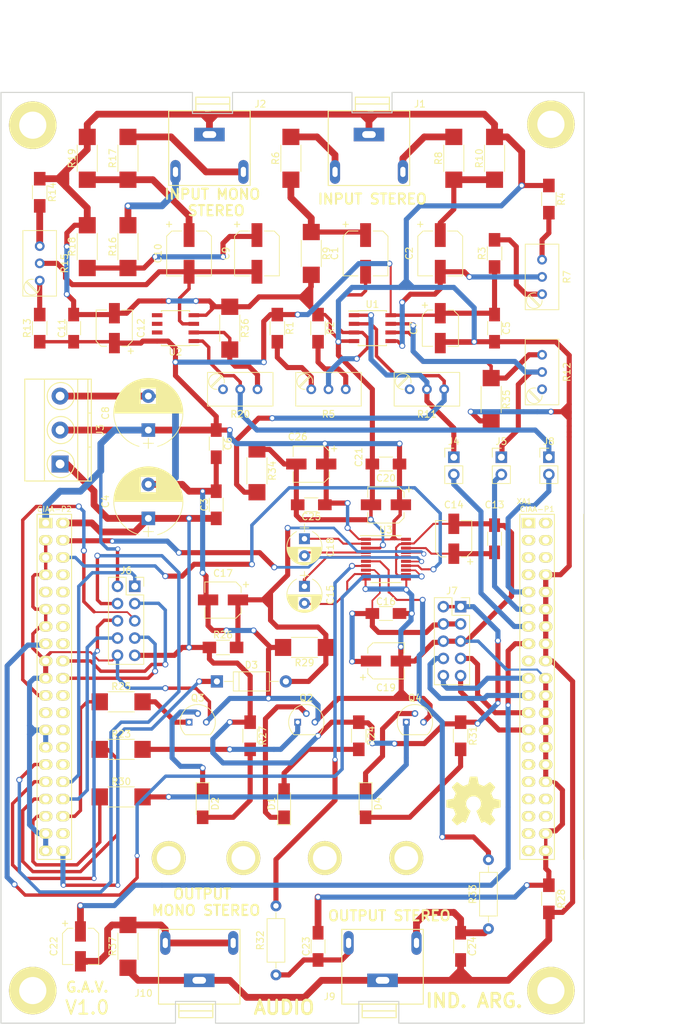
<source format=kicad_pcb>
(kicad_pcb (version 4) (host pcbnew 4.0.7-e2-6376~58~ubuntu16.04.1)
  (title_block (title "Poncho Procesador de Audio") (date 2018-11-10) (rev 2.0) (company "Carrera de Especializacion en Sistemas Embebidos") (comment 1 "Autor: Gaston Vallasciani"))
  (layers (0 F.Cu signal) (31 B.Cu signal) (34 B.Paste user) (35 F.Paste user) (36 B.SilkS user) (37 F.SilkS user) (38 B.Mask user) (39 F.Mask user) (44 Edge.Cuts user))
  (net 0 "")
  (net 1 +5V)
  (net 2 "Net-(C1-Pad1)")
  (net 3 /OFFSETLCHS)
  (net 4 "Net-(C2-Pad1)")
  (net 5 /OFFSETRCHS)
  (net 6 GND)
  (net 7 +3V3)
  (net 8 GNDA)
  (net 9 "Net-(C9-Pad1)")
  (net 10 /OFFSETCHM)
  (net 11 "Net-(C10-Pad1)")
  (net 12 "Net-(C15-Pad1)")
  (net 13 /MUTE)
  (net 14 "Net-(C18-Pad1)")
  (net 15 "Net-(C18-Pad2)")
  (net 16 /OUTDAC)
  (net 17 "Net-(C22-Pad2)")
  (net 18 "Net-(C23-Pad1)")
  (net 19 "Net-(C24-Pad1)")
  (net 20 "Net-(D1-Pad1)")
  (net 21 "Net-(D1-Pad2)")
  (net 22 "Net-(D2-Pad1)")
  (net 23 "Net-(D2-Pad2)")
  (net 24 /AUDIO_MUTE)
  (net 25 "Net-(D4-Pad1)")
  (net 26 "Net-(D4-Pad2)")
  (net 27 /INLCHS)
  (net 28 /INRCHS)
  (net 29 /INLCHM)
  (net 30 /INRCHM)
  (net 31 "Net-(J4-Pad1)")
  (net 32 /CH1ADC)
  (net 33 "Net-(J5-Pad1)")
  (net 34 /CH2ADC)
  (net 35 /CS)
  (net 36 /SPI_MISO)
  (net 37 /GPIO0)
  (net 38 /SPI_MOSI)
  (net 39 /GPIO2)
  (net 40 /SPI_SCK)
  (net 41 /GPIO3)
  (net 42 /rs232RXD)
  (net 43 /I2CSCL)
  (net 44 /rs232TXD)
  (net 45 /I2CSDA)
  (net 46 "Net-(J8-Pad1)")
  (net 47 /CH3ADC)
  (net 48 "Net-(Q2-Pad1)")
  (net 49 "Net-(Q3-Pad1)")
  (net 50 "Net-(Q4-Pad1)")
  (net 51 "Net-(R1-Pad2)")
  (net 52 "Net-(R2-Pad2)")
  (net 53 "Net-(R3-Pad2)")
  (net 54 "Net-(R4-Pad2)")
  (net 55 "Net-(R11-Pad1)")
  (net 56 "Net-(R12-Pad1)")
  (net 57 "Net-(R13-Pad2)")
  (net 58 "Net-(R14-Pad2)")
  (net 59 "Net-(R20-Pad1)")
  (net 60 /L4)
  (net 61 /L5)
  (net 62 /L6)
  (net 63 /OUTR)
  (net 64 /OUTL)
  (net 65 /BCK)
  (net 66 /DIN)
  (net 67 /LRCK)
  (net 68 "Net-(XA1-Pad1)")
  (net 69 "Net-(XA1-Pad2)")
  (net 70 "Net-(XA1-Pad4)")
  (net 71 "Net-(XA1-Pad6)")
  (net 72 "Net-(XA1-Pad17)")
  (net 73 "Net-(XA1-Pad27)")
  (net 74 "Net-(XA1-Pad29)")
  (net 75 "Net-(XA1-Pad31)")
  (net 76 "Net-(XA1-Pad33)")
  (net 77 "Net-(XA1-Pad34)")
  (net 78 "Net-(XA1-Pad36)")
  (net 79 "Net-(XA1-Pad35)")
  (net 80 "Net-(XA1-Pad37)")
  (net 81 "Net-(XA1-Pad3)")
  (net 82 "Net-(XA1-Pad5)")
  (net 83 "Net-(XA1-Pad7)")
  (net 84 "Net-(XA1-Pad39)")
  (net 85 "Net-(XA1-Pad48)")
  (net 86 "Net-(XA1-Pad49)")
  (net 87 "Net-(XA1-Pad50)")
  (net 88 "Net-(XA1-Pad52)")
  (net 89 "Net-(XA1-Pad54)")
  (net 90 "Net-(XA1-Pad56)")
  (net 91 "Net-(XA1-Pad62)")
  (net 92 "Net-(XA1-Pad63)")
  (net 93 "Net-(XA1-Pad64)")
  (net 94 "Net-(XA1-Pad66)")
  (net 95 "Net-(XA1-Pad68)")
  (net 96 "Net-(XA1-Pad70)")
  (net 97 "Net-(R11-Pad3)")
  (net 98 "Net-(R12-Pad3)")
  (net 99 "Net-(R20-Pad3)")
  (net 100 "Net-(XA1-Pad78)")
  (net 101 "Net-(C13-Pad1)")
  (module Poncho_Esqueleto:Conn_Poncho_Completo (layer F.Cu) (at 143.001761 93.671721)
    (fp_text reference XA1 (at -0.635 -3.175) (layer F.SilkS) (effects (font (size 0.8 0.8) (thickness 0.12))))
    (fp_text value Conn_Poncho2P_2x_20x2 hide)
    (fp_text user CIAA-P2 (at -69.85 -2.032) (layer F.SilkS) (effects (font (size 0.8 0.8) (thickness 0.12))))
    (fp_text user CIAA-P1 (at 1.27 -2.032) (layer F.SilkS) (effects (font (size 0.8 0.8) (thickness 0.12))))
    (pad 1 thru_hole rect (at 0 0 270) (size 1.524 2) (drill 1.016) (layers *.Cu *.Mask F.SilkS) (net 68 "Net-(XA1-Pad1)"))
    (pad 2 thru_hole oval (at 2.54 0 270) (size 1.524 2) (drill 1.016) (layers *.Cu *.Mask F.SilkS) (net 69 "Net-(XA1-Pad2)"))
    (pad 11 thru_hole oval (at 0 12.7 270) (size 1.524 2) (drill 1.016) (layers *.Cu *.Mask F.SilkS) (net 34 /CH2ADC))
    (pad 4 thru_hole oval (at 2.54 2.54 270) (size 1.524 2) (drill 1.016) (layers *.Cu *.Mask F.SilkS) (net 70 "Net-(XA1-Pad4)"))
    (pad 13 thru_hole oval (at 0 15.24 270) (size 1.524 2) (drill 1.016) (layers *.Cu *.Mask F.SilkS) (net 32 /CH1ADC))
    (pad 6 thru_hole oval (at 2.54 5.08 270) (size 1.524 2) (drill 1.016) (layers *.Cu *.Mask F.SilkS) (net 71 "Net-(XA1-Pad6)"))
    (pad 15 thru_hole oval (at 0 17.78 270) (size 1.524 2) (drill 1.016) (layers *.Cu *.Mask F.SilkS) (net 16 /OUTDAC))
    (pad 8 thru_hole oval (at 2.54 7.62 270) (size 1.524 2) (drill 1.016) (layers *.Cu *.Mask F.SilkS) (net 8 GNDA))
    (pad 17 thru_hole oval (at 0 20.32 270) (size 1.524 2) (drill 1.016) (layers *.Cu *.Mask F.SilkS) (net 72 "Net-(XA1-Pad17)"))
    (pad 10 thru_hole oval (at 2.54 10.16 270) (size 1.524 2) (drill 1.016) (layers *.Cu *.Mask F.SilkS) (net 8 GNDA))
    (pad 19 thru_hole oval (at 0 22.86 270) (size 1.524 2) (drill 1.016) (layers *.Cu *.Mask F.SilkS) (net 45 /I2CSDA))
    (pad 12 thru_hole oval (at 2.54 12.7 270) (size 1.524 2) (drill 1.016) (layers *.Cu *.Mask F.SilkS) (net 8 GNDA))
    (pad 21 thru_hole oval (at 0 25.4 270) (size 1.524 2) (drill 1.016) (layers *.Cu *.Mask F.SilkS) (net 43 /I2CSCL))
    (pad 14 thru_hole oval (at 2.54 15.24 270) (size 1.524 2) (drill 1.016) (layers *.Cu *.Mask F.SilkS) (net 8 GNDA))
    (pad 23 thru_hole oval (at 0 27.94 270) (size 1.524 2) (drill 1.016) (layers *.Cu *.Mask F.SilkS) (net 42 /rs232RXD))
    (pad 16 thru_hole oval (at 2.54 17.78 270) (size 1.524 2) (drill 1.016) (layers *.Cu *.Mask F.SilkS) (net 8 GNDA))
    (pad 25 thru_hole oval (at 0 30.48 270) (size 1.524 2) (drill 1.016) (layers *.Cu *.Mask F.SilkS) (net 44 /rs232TXD))
    (pad 18 thru_hole oval (at 2.54 20.32 270) (size 1.524 2) (drill 1.016) (layers *.Cu *.Mask F.SilkS) (net 8 GNDA))
    (pad 27 thru_hole oval (at 0 33.02 270) (size 1.524 2) (drill 1.016) (layers *.Cu *.Mask F.SilkS) (net 73 "Net-(XA1-Pad27)"))
    (pad 20 thru_hole oval (at 2.54 22.86 270) (size 1.524 2) (drill 1.016) (layers *.Cu *.Mask F.SilkS) (net 6 GND))
    (pad 29 thru_hole oval (at 0 35.56 270) (size 1.524 2) (drill 1.016) (layers *.Cu *.Mask F.SilkS) (net 74 "Net-(XA1-Pad29)"))
    (pad 22 thru_hole oval (at 2.54 25.4 270) (size 1.524 2) (drill 1.016) (layers *.Cu *.Mask F.SilkS) (net 6 GND))
    (pad 31 thru_hole oval (at 0 38.1 270) (size 1.524 2) (drill 1.016) (layers *.Cu *.Mask F.SilkS) (net 75 "Net-(XA1-Pad31)"))
    (pad 24 thru_hole oval (at 2.54 27.94 270) (size 1.524 2) (drill 1.016) (layers *.Cu *.Mask F.SilkS) (net 6 GND))
    (pad 26 thru_hole oval (at 2.54 30.48 270) (size 1.524 2) (drill 1.016) (layers *.Cu *.Mask F.SilkS) (net 6 GND))
    (pad 33 thru_hole oval (at 0 40.64 270) (size 1.524 2) (drill 1.016) (layers *.Cu *.Mask F.SilkS) (net 76 "Net-(XA1-Pad33)"))
    (pad 28 thru_hole oval (at 2.54 33.02 270) (size 1.524 2) (drill 1.016) (layers *.Cu *.Mask F.SilkS) (net 6 GND))
    (pad 32 thru_hole oval (at 2.54 38.1 270) (size 1.524 2) (drill 1.016) (layers *.Cu *.Mask F.SilkS) (net 6 GND))
    (pad 34 thru_hole oval (at 2.54 40.64 270) (size 1.524 2) (drill 1.016) (layers *.Cu *.Mask F.SilkS) (net 77 "Net-(XA1-Pad34)"))
    (pad 36 thru_hole oval (at 2.54 43.18 270) (size 1.524 2) (drill 1.016) (layers *.Cu *.Mask F.SilkS) (net 78 "Net-(XA1-Pad36)"))
    (pad 38 thru_hole oval (at 2.54 45.72 270) (size 1.524 2) (drill 1.016) (layers *.Cu *.Mask F.SilkS) (net 6 GND))
    (pad 35 thru_hole oval (at 0 43.18 270) (size 1.524 2) (drill 1.016) (layers *.Cu *.Mask F.SilkS) (net 79 "Net-(XA1-Pad35)"))
    (pad 37 thru_hole oval (at 0 45.72 270) (size 1.524 2) (drill 1.016) (layers *.Cu *.Mask F.SilkS) (net 80 "Net-(XA1-Pad37)"))
    (pad 3 thru_hole oval (at 0 2.54 270) (size 1.524 2) (drill 1.016) (layers *.Cu *.Mask F.SilkS) (net 81 "Net-(XA1-Pad3)"))
    (pad 5 thru_hole oval (at 0 5.08 270) (size 1.524 2) (drill 1.016) (layers *.Cu *.Mask F.SilkS) (net 82 "Net-(XA1-Pad5)"))
    (pad 7 thru_hole oval (at 0 7.62 270) (size 1.524 2) (drill 1.016) (layers *.Cu *.Mask F.SilkS) (net 83 "Net-(XA1-Pad7)"))
    (pad 9 thru_hole oval (at 0 10.16 270) (size 1.524 2) (drill 1.016) (layers *.Cu *.Mask F.SilkS) (net 47 /CH3ADC))
    (pad 39 thru_hole oval (at 0 48.26 270) (size 1.524 2) (drill 1.016) (layers *.Cu *.Mask F.SilkS) (net 84 "Net-(XA1-Pad39)"))
    (pad 40 thru_hole oval (at 2.54 48.26 270) (size 1.524 2) (drill 1.016) (layers *.Cu *.Mask F.SilkS) (net 6 GND))
    (pad 30 thru_hole oval (at 2.54 35.56 270) (size 1.524 2) (drill 1.016) (layers *.Cu *.Mask F.SilkS) (net 6 GND))
    (pad 41 thru_hole rect (at -71.12 0 270) (size 1.524 2) (drill 1.016) (layers *.Cu *.Mask F.SilkS) (net 7 +3V3))
    (pad 42 thru_hole oval (at -68.58 0 270) (size 1.524 2) (drill 1.016) (layers *.Cu *.Mask F.SilkS) (net 1 +5V))
    (pad 43 thru_hole oval (at -71.12 2.54 270) (size 1.524 2) (drill 1.016) (layers *.Cu *.Mask F.SilkS) (net 6 GND))
    (pad 44 thru_hole oval (at -68.58 2.54 270) (size 1.524 2) (drill 1.016) (layers *.Cu *.Mask F.SilkS) (net 67 /LRCK))
    (pad 45 thru_hole oval (at -71.12 5.08 270) (size 1.524 2) (drill 1.016) (layers *.Cu *.Mask F.SilkS) (net 6 GND))
    (pad 46 thru_hole oval (at -68.58 5.08 270) (size 1.524 2) (drill 1.016) (layers *.Cu *.Mask F.SilkS) (net 66 /DIN))
    (pad 47 thru_hole oval (at -71.12 7.62 270) (size 1.524 2) (drill 1.016) (layers *.Cu *.Mask F.SilkS) (net 6 GND))
    (pad 48 thru_hole oval (at -68.58 7.62 270) (size 1.524 2) (drill 1.016) (layers *.Cu *.Mask F.SilkS) (net 85 "Net-(XA1-Pad48)"))
    (pad 49 thru_hole oval (at -71.12 10.16 270) (size 1.524 2) (drill 1.016) (layers *.Cu *.Mask F.SilkS) (net 86 "Net-(XA1-Pad49)"))
    (pad 50 thru_hole oval (at -68.58 10.16 270) (size 1.524 2) (drill 1.016) (layers *.Cu *.Mask F.SilkS) (net 87 "Net-(XA1-Pad50)"))
    (pad 51 thru_hole oval (at -71.12 12.7 270) (size 1.524 2) (drill 1.016) (layers *.Cu *.Mask F.SilkS) (net 6 GND))
    (pad 52 thru_hole oval (at -68.58 12.7 270) (size 1.524 2) (drill 1.016) (layers *.Cu *.Mask F.SilkS) (net 88 "Net-(XA1-Pad52)"))
    (pad 53 thru_hole oval (at -71.12 15.24 270) (size 1.524 2) (drill 1.016) (layers *.Cu *.Mask F.SilkS) (net 6 GND))
    (pad 54 thru_hole oval (at -68.58 15.24 270) (size 1.524 2) (drill 1.016) (layers *.Cu *.Mask F.SilkS) (net 89 "Net-(XA1-Pad54)"))
    (pad 55 thru_hole oval (at -71.12 17.78 270) (size 1.524 2) (drill 1.016) (layers *.Cu *.Mask F.SilkS) (net 65 /BCK))
    (pad 56 thru_hole oval (at -68.58 17.78 270) (size 1.524 2) (drill 1.016) (layers *.Cu *.Mask F.SilkS) (net 90 "Net-(XA1-Pad56)"))
    (pad 57 thru_hole oval (at -71.12 20.32 270) (size 1.524 2) (drill 1.016) (layers *.Cu *.Mask F.SilkS) (net 6 GND))
    (pad 58 thru_hole oval (at -68.58 20.32 270) (size 1.524 2) (drill 1.016) (layers *.Cu *.Mask F.SilkS) (net 36 /SPI_MISO))
    (pad 59 thru_hole oval (at -71.12 22.86 270) (size 1.524 2) (drill 1.016) (layers *.Cu *.Mask F.SilkS) (net 6 GND))
    (pad 60 thru_hole oval (at -68.58 22.86 270) (size 1.524 2) (drill 1.016) (layers *.Cu *.Mask F.SilkS) (net 40 /SPI_SCK))
    (pad 61 thru_hole oval (at -71.12 25.4 270) (size 1.524 2) (drill 1.016) (layers *.Cu *.Mask F.SilkS) (net 38 /SPI_MOSI))
    (pad 62 thru_hole oval (at -68.58 25.4 270) (size 1.524 2) (drill 1.016) (layers *.Cu *.Mask F.SilkS) (net 91 "Net-(XA1-Pad62)"))
    (pad 63 thru_hole oval (at -71.12 27.94 270) (size 1.524 2) (drill 1.016) (layers *.Cu *.Mask F.SilkS) (net 92 "Net-(XA1-Pad63)"))
    (pad 64 thru_hole oval (at -68.58 27.94 270) (size 1.524 2) (drill 1.016) (layers *.Cu *.Mask F.SilkS) (net 93 "Net-(XA1-Pad64)"))
    (pad 65 thru_hole oval (at -71.12 30.48 270) (size 1.524 2) (drill 1.016) (layers *.Cu *.Mask F.SilkS) (net 6 GND))
    (pad 66 thru_hole oval (at -68.58 30.48 270) (size 1.524 2) (drill 1.016) (layers *.Cu *.Mask F.SilkS) (net 94 "Net-(XA1-Pad66)"))
    (pad 67 thru_hole oval (at -71.12 33.02 270) (size 1.524 2) (drill 1.016) (layers *.Cu *.Mask F.SilkS) (net 6 GND))
    (pad 68 thru_hole oval (at -68.58 33.02 270) (size 1.524 2) (drill 1.016) (layers *.Cu *.Mask F.SilkS) (net 95 "Net-(XA1-Pad68)"))
    (pad 69 thru_hole oval (at -71.12 35.56 270) (size 1.524 2) (drill 1.016) (layers *.Cu *.Mask F.SilkS) (net 37 /GPIO0))
    (pad 70 thru_hole oval (at -68.58 35.56 270) (size 1.524 2) (drill 1.016) (layers *.Cu *.Mask F.SilkS) (net 96 "Net-(XA1-Pad70)"))
    (pad 71 thru_hole oval (at -71.12 38.1 270) (size 1.524 2) (drill 1.016) (layers *.Cu *.Mask F.SilkS) (net 39 /GPIO2))
    (pad 72 thru_hole oval (at -68.58 38.1 270) (size 1.524 2) (drill 1.016) (layers *.Cu *.Mask F.SilkS) (net 35 /CS))
    (pad 73 thru_hole oval (at -71.12 40.64 270) (size 1.524 2) (drill 1.016) (layers *.Cu *.Mask F.SilkS) (net 60 /L4))
    (pad 74 thru_hole oval (at -68.58 40.64 270) (size 1.524 2) (drill 1.016) (layers *.Cu *.Mask F.SilkS) (net 41 /GPIO3))
    (pad 75 thru_hole oval (at -71.12 43.18 270) (size 1.524 2) (drill 1.016) (layers *.Cu *.Mask F.SilkS) (net 62 /L6))
    (pad 76 thru_hole oval (at -68.58 43.18 270) (size 1.524 2) (drill 1.016) (layers *.Cu *.Mask F.SilkS) (net 61 /L5))
    (pad 77 thru_hole oval (at -71.12 45.72 270) (size 1.524 2) (drill 1.016) (layers *.Cu *.Mask F.SilkS) (net 6 GND))
    (pad 78 thru_hole oval (at -68.58 45.72 270) (size 1.524 2) (drill 1.016) (layers *.Cu *.Mask F.SilkS) (net 100 "Net-(XA1-Pad78)"))
    (pad 79 thru_hole oval (at -71.12 48.26 270) (size 1.524 2) (drill 1.016) (layers *.Cu *.Mask F.SilkS) (net 6 GND))
    (pad 80 thru_hole oval (at -68.58 48.26 270) (size 1.524 2) (drill 1.016) (layers *.Cu *.Mask F.SilkS) (net 24 /AUDIO_MUTE))
    (pad ~ thru_hole circle (at -73.025 68.834) (size 7 7) (drill 4) (layers *.Cu *.Mask F.SilkS))
    (pad ~ thru_hole circle (at 3.302 68.834) (size 7 7) (drill 4) (layers *.Cu *.Mask F.SilkS))
    (pad ~ thru_hole circle (at -73.025 -58.547) (size 7 7) (drill 4) (layers *.Cu *.Mask F.SilkS))
    (pad ~ thru_hole circle (at 3.302 -58.674) (size 7 7) (drill 4) (layers *.Cu *.Mask F.SilkS))
  )
  (module plug3:plug3.5mmAudio (layer F.Cu) (at 119.5 40 180)
    (fp_text reference J1 (at -7.5 8 180) (layer F.SilkS))
    (fp_text value "INPUT STEREO")
    (pad 1 thru_hole oval (at 5 -2 180) (size 1.5 3.5) (drill oval 0.762 1.5) (layers *.Cu *.Mask) (net 27 /INLCHS))
    (pad 2 thru_hole oval (at -5 -2 180) (size 1.5 3.5) (drill oval 0.762 1.5) (layers *.Cu *.Mask) (net 28 /INRCHS))
    (pad 3 thru_hole rect (at 0 3.5 180) (size 4.5 2) (drill oval 2 1) (layers *.Cu *.Mask) (net 8 GNDA))
  )
  (module Capacitors_SMD:CP_Elec_6.3x5.3 (layer F.Cu) (at 119 54 270)
    (fp_text reference C1 (at 0 4.56 270) (layer F.SilkS))
    (fp_text value 100uF)
    (fp_text user + (at -4.28 3.01 270) (layer F.SilkS))
    (pad 1 smd rect (at -2.7 0 90) (size 3.5 1.6) (layers F.Cu F.Paste F.Mask) (net 2 "Net-(C1-Pad1)"))
    (pad 2 smd rect (at 2.7 0 90) (size 3.5 1.6) (layers F.Cu F.Paste F.Mask) (net 3 /OFFSETLCHS))
  )
  (module Capacitors_SMD:CP_Elec_6.3x5.3 (layer F.Cu) (at 130 54 270)
    (fp_text reference C2 (at 0 4.56 270) (layer F.SilkS))
    (fp_text value 100uF)
    (fp_text user + (at -4.28 3.01 270) (layer F.SilkS))
    (pad 1 smd rect (at -2.7 0 90) (size 3.5 1.6) (layers F.Cu F.Paste F.Mask) (net 4 "Net-(C2-Pad1)"))
    (pad 2 smd rect (at 2.7 0 90) (size 3.5 1.6) (layers F.Cu F.Paste F.Mask) (net 5 /OFFSETRCHS))
  )
  (module Capacitors_SMD:C_1206_HandSoldering (layer F.Cu) (at 97 91 90)
    (fp_text reference C3 (at 0 -1.75 90) (layer F.SilkS))
    (fp_text value 0.1uF)
    (pad 1 smd rect (at -2 0 90) (size 2 1.6) (layers F.Cu F.Paste F.Mask) (net 1 +5V))
    (pad 2 smd rect (at 2 0 90) (size 2 1.6) (layers F.Cu F.Paste F.Mask) (net 6 GND))
  )
  (module Capacitors_THT:CP_Radial_D10.0mm_P5.00mm (layer F.Cu) (at 87 93 90)
    (fp_text reference C4 (at 2.5 -6.31 90) (layer F.SilkS))
    (fp_text value 470uF)
    (pad 1 thru_hole rect (at 0 0 90) (size 2 2) (drill 1) (layers *.Cu *.Mask) (net 1 +5V))
    (pad 2 thru_hole circle (at 5 0 90) (size 2 2) (drill 1) (layers *.Cu *.Mask) (net 6 GND))
  )
  (module Capacitors_SMD:C_1206_HandSoldering (layer F.Cu) (at 138 65 270)
    (fp_text reference C5 (at 0 -1.75 270) (layer F.SilkS))
    (fp_text value 0.1Uf)
    (pad 1 smd rect (at -2 0 270) (size 2 1.6) (layers F.Cu F.Paste F.Mask) (net 7 +3V3))
    (pad 2 smd rect (at 2 0 270) (size 2 1.6) (layers F.Cu F.Paste F.Mask) (net 8 GNDA))
  )
  (module Capacitors_SMD:C_1206_HandSoldering (layer F.Cu) (at 97 82 270)
    (fp_text reference C6 (at 0 -1.75 270) (layer F.SilkS))
    (fp_text value 0.1uF)
    (pad 1 smd rect (at -2 0 270) (size 2 1.6) (layers F.Cu F.Paste F.Mask) (net 7 +3V3))
    (pad 2 smd rect (at 2 0 270) (size 2 1.6) (layers F.Cu F.Paste F.Mask) (net 6 GND))
  )
  (module Capacitors_SMD:CP_Elec_5x5.3 (layer F.Cu) (at 130 65 270)
    (fp_text reference C7 (at 0 3.92 270) (layer F.SilkS))
    (fp_text value 10uF)
    (fp_text user + (at -3.38 2.34 270) (layer F.SilkS))
    (pad 1 smd rect (at -2.2 0 90) (size 3 1.6) (layers F.Cu F.Paste F.Mask) (net 7 +3V3))
    (pad 2 smd rect (at 2.2 0 90) (size 3 1.6) (layers F.Cu F.Paste F.Mask) (net 8 GNDA))
  )
  (module Capacitors_THT:CP_Radial_D10.0mm_P5.00mm (layer F.Cu) (at 87 80 90)
    (fp_text reference C8 (at 2.5 -6.31 90) (layer F.SilkS))
    (fp_text value 470uF)
    (pad 1 thru_hole rect (at 0 0 90) (size 2 2) (drill 1) (layers *.Cu *.Mask) (net 7 +3V3))
    (pad 2 thru_hole circle (at 5 0 90) (size 2 2) (drill 1) (layers *.Cu *.Mask) (net 6 GND))
  )
  (module Capacitors_SMD:CP_Elec_6.3x5.3 (layer F.Cu) (at 103 54 270)
    (fp_text reference C9 (at 0 4.56 270) (layer F.SilkS))
    (fp_text value 100uF)
    (fp_text user + (at -4.28 3.01 270) (layer F.SilkS))
    (pad 1 smd rect (at -2.7 0 90) (size 3.5 1.6) (layers F.Cu F.Paste F.Mask) (net 9 "Net-(C9-Pad1)"))
    (pad 2 smd rect (at 2.7 0 90) (size 3.5 1.6) (layers F.Cu F.Paste F.Mask) (net 10 /OFFSETCHM))
  )
  (module Capacitors_SMD:CP_Elec_6.3x5.3 (layer F.Cu) (at 93 54 270)
    (fp_text reference C10 (at 0 4.56 270) (layer F.SilkS))
    (fp_text value 100uF)
    (fp_text user + (at -4.28 3.01 270) (layer F.SilkS))
    (pad 1 smd rect (at -2.7 0 90) (size 3.5 1.6) (layers F.Cu F.Paste F.Mask) (net 11 "Net-(C10-Pad1)"))
    (pad 2 smd rect (at 2.7 0 90) (size 3.5 1.6) (layers F.Cu F.Paste F.Mask) (net 10 /OFFSETCHM))
  )
  (module Capacitors_SMD:C_1206_HandSoldering (layer F.Cu) (at 76 65 90)
    (fp_text reference C11 (at 0 -1.75 90) (layer F.SilkS))
    (fp_text value 0.1uF)
    (pad 1 smd rect (at -2 0 90) (size 2 1.6) (layers F.Cu F.Paste F.Mask) (net 7 +3V3))
    (pad 2 smd rect (at 2 0 90) (size 2 1.6) (layers F.Cu F.Paste F.Mask) (net 8 GNDA))
  )
  (module Capacitors_SMD:CP_Elec_5x5.3 (layer F.Cu) (at 82 65 90)
    (fp_text reference C12 (at 0 3.92 90) (layer F.SilkS))
    (fp_text value 10uF)
    (fp_text user + (at -3.38 2.34 90) (layer F.SilkS))
    (pad 1 smd rect (at -2.2 0 270) (size 3 1.6) (layers F.Cu F.Paste F.Mask) (net 7 +3V3))
    (pad 2 smd rect (at 2.2 0 270) (size 3 1.6) (layers F.Cu F.Paste F.Mask) (net 8 GNDA))
  )
  (module Capacitors_SMD:C_1206_HandSoldering (layer F.Cu) (at 138 96 90)
    (fp_text reference C13 (at 5 0 180) (layer F.SilkS))
    (fp_text value 0.1uF)
    (pad 1 smd rect (at -2 0 90) (size 2 1.6) (layers F.Cu F.Paste F.Mask) (net 101 "Net-(C13-Pad1)"))
    (pad 2 smd rect (at 2 0 90) (size 2 1.6) (layers F.Cu F.Paste F.Mask) (net 6 GND))
  )
  (module Capacitors_SMD:CP_Elec_5x5.3 (layer F.Cu) (at 132 96 90)
    (fp_text reference C14 (at 5 0 360) (layer F.SilkS))
    (fp_text value 10uF)
    (fp_text user + (at -3.38 2.34 90) (layer F.SilkS))
    (pad 1 smd rect (at -2.2 0 270) (size 3 1.6) (layers F.Cu F.Paste F.Mask) (net 101 "Net-(C13-Pad1)"))
    (pad 2 smd rect (at 2.2 0 270) (size 3 1.6) (layers F.Cu F.Paste F.Mask) (net 6 GND))
  )
  (module Capacitors_THT:CP_Radial_D5.0mm_P2.50mm (layer F.Cu) (at 110 103 270)
    (fp_text reference C15 (at 1.25 -3.81 270) (layer F.SilkS))
    (fp_text value 2.2UF)
    (pad 1 thru_hole rect (at 0 0 270) (size 1.6 1.6) (drill 0.8) (layers *.Cu *.Mask) (net 12 "Net-(C15-Pad1)"))
    (pad 2 thru_hole circle (at 2.5 0 270) (size 1.6 1.6) (drill 0.8) (layers *.Cu *.Mask) (net 8 GNDA))
  )
  (module Capacitors_SMD:C_1206_HandSoldering (layer F.Cu) (at 122 107)
    (fp_text reference C16 (at 0 -1.75) (layer F.SilkS))
    (fp_text value 0.1uF)
    (pad 1 smd rect (at -2 0) (size 2 1.6) (layers F.Cu F.Paste F.Mask) (net 7 +3V3))
    (pad 2 smd rect (at 2 0) (size 2 1.6) (layers F.Cu F.Paste F.Mask) (net 6 GND))
  )
  (module Capacitors_SMD:CP_Elec_5x5.3 (layer F.Cu) (at 98 105 180)
    (fp_text reference C17 (at 0 3.92 180) (layer F.SilkS))
    (fp_text value 10uF)
    (fp_text user + (at -3.38 2.34 180) (layer F.SilkS))
    (pad 1 smd rect (at -2.2 0) (size 3 1.6) (layers F.Cu F.Paste F.Mask) (net 13 /MUTE))
    (pad 2 smd rect (at 2.2 0) (size 3 1.6) (layers F.Cu F.Paste F.Mask) (net 6 GND))
  )
  (module Capacitors_THT:CP_Radial_D5.0mm_P2.50mm (layer F.Cu) (at 110 96 270)
    (fp_text reference C18 (at 1.25 -3.81 270) (layer F.SilkS))
    (fp_text value 2.2uF)
    (pad 1 thru_hole rect (at 0 0 270) (size 1.6 1.6) (drill 0.8) (layers *.Cu *.Mask) (net 14 "Net-(C18-Pad1)"))
    (pad 2 thru_hole circle (at 2.5 0 270) (size 1.6 1.6) (drill 0.8) (layers *.Cu *.Mask) (net 15 "Net-(C18-Pad2)"))
  )
  (module Capacitors_SMD:CP_Elec_5x5.3 (layer F.Cu) (at 122 114)
    (fp_text reference C19 (at 0 3.92) (layer F.SilkS))
    (fp_text value 10uF)
    (fp_text user + (at -3.38 2.34) (layer F.SilkS))
    (pad 1 smd rect (at -2.2 0 180) (size 3 1.6) (layers F.Cu F.Paste F.Mask) (net 7 +3V3))
    (pad 2 smd rect (at 2.2 0 180) (size 3 1.6) (layers F.Cu F.Paste F.Mask) (net 6 GND))
  )
  (module Capacitors_SMD:CP_Elec_5x5.3 (layer F.Cu) (at 122 91 180)
    (fp_text reference C20 (at 0 3.92 180) (layer F.SilkS))
    (fp_text value 10uF)
    (fp_text user + (at -3.38 2.34 180) (layer F.SilkS))
    (pad 1 smd rect (at -2.2 0) (size 3 1.6) (layers F.Cu F.Paste F.Mask) (net 7 +3V3))
    (pad 2 smd rect (at 2.2 0) (size 3 1.6) (layers F.Cu F.Paste F.Mask) (net 8 GNDA))
  )
  (module Capacitors_SMD:C_1206_HandSoldering (layer F.Cu) (at 122 85 180)
    (fp_text reference C21 (at 4 1 270) (layer F.SilkS))
    (fp_text value 0.1uF)
    (pad 1 smd rect (at -2 0 180) (size 2 1.6) (layers F.Cu F.Paste F.Mask) (net 7 +3V3))
    (pad 2 smd rect (at 2 0 180) (size 2 1.6) (layers F.Cu F.Paste F.Mask) (net 8 GNDA))
  )
  (module Capacitors_SMD:CP_Elec_5x5.3 (layer F.Cu) (at 77 156 270)
    (fp_text reference C22 (at 0 3.92 270) (layer F.SilkS))
    (fp_text value 10uF)
    (fp_text user + (at -3.38 2.34 270) (layer F.SilkS))
    (pad 1 smd rect (at -2.2 0 90) (size 3 1.6) (layers F.Cu F.Paste F.Mask) (net 16 /OUTDAC))
    (pad 2 smd rect (at 2.2 0 90) (size 3 1.6) (layers F.Cu F.Paste F.Mask) (net 17 "Net-(C22-Pad2)"))
  )
  (module Capacitors_SMD:C_1206_HandSoldering (layer F.Cu) (at 112 156 90)
    (fp_text reference C23 (at 0 -1.75 90) (layer F.SilkS))
    (fp_text value 2.2nF)
    (pad 1 smd rect (at -2 0 90) (size 2 1.6) (layers F.Cu F.Paste F.Mask) (net 18 "Net-(C23-Pad1)"))
    (pad 2 smd rect (at 2 0 90) (size 2 1.6) (layers F.Cu F.Paste F.Mask) (net 6 GND))
  )
  (module Capacitors_SMD:C_1206_HandSoldering (layer F.Cu) (at 133 156 270)
    (fp_text reference C24 (at 0 -1.75 270) (layer F.SilkS))
    (fp_text value 2.2nF)
    (pad 1 smd rect (at -2 0 270) (size 2 1.6) (layers F.Cu F.Paste F.Mask) (net 19 "Net-(C24-Pad1)"))
    (pad 2 smd rect (at 2 0 270) (size 2 1.6) (layers F.Cu F.Paste F.Mask) (net 8 GNDA))
  )
  (module Capacitors_SMD:C_1206_HandSoldering (layer F.Cu) (at 111 91 180)
    (fp_text reference C25 (at 0 -1.75 180) (layer F.SilkS))
    (fp_text value 0.1uF)
    (pad 1 smd rect (at -2 0 180) (size 2 1.6) (layers F.Cu F.Paste F.Mask) (net 7 +3V3))
    (pad 2 smd rect (at 2 0 180) (size 2 1.6) (layers F.Cu F.Paste F.Mask) (net 8 GNDA))
  )
  (module Capacitors_SMD:CP_Elec_5x5.3 (layer F.Cu) (at 111 85 180)
    (fp_text reference C26 (at 2 4 180) (layer F.SilkS))
    (fp_text value 10uF)
    (fp_text user + (at -3.38 2.34 180) (layer F.SilkS))
    (pad 1 smd rect (at -2.2 0) (size 3 1.6) (layers F.Cu F.Paste F.Mask) (net 7 +3V3))
    (pad 2 smd rect (at 2.2 0) (size 3 1.6) (layers F.Cu F.Paste F.Mask) (net 8 GNDA))
  )
  (module LEDs:LED_1206_HandSoldering (layer F.Cu) (at 107 135 90)
    (fp_text reference D1 (at 0 -1.85 90) (layer F.SilkS))
    (fp_text value LED)
    (pad 1 smd rect (at -2 0 90) (size 2 1.7) (layers F.Cu F.Paste F.Mask) (net 20 "Net-(D1-Pad1)"))
    (pad 2 smd rect (at 2 0 90) (size 2 1.7) (layers F.Cu F.Paste F.Mask) (net 21 "Net-(D1-Pad2)"))
  )
  (module LEDs:LED_1206_HandSoldering (layer F.Cu) (at 95 135 270)
    (fp_text reference D2 (at 0 -1.85 270) (layer F.SilkS))
    (fp_text value LED)
    (pad 1 smd rect (at -2 0 270) (size 2 1.7) (layers F.Cu F.Paste F.Mask) (net 22 "Net-(D2-Pad1)"))
    (pad 2 smd rect (at 2 0 270) (size 2 1.7) (layers F.Cu F.Paste F.Mask) (net 23 "Net-(D2-Pad2)"))
  )
  (module LEDs:LED_1206_HandSoldering (layer F.Cu) (at 119 135 270)
    (fp_text reference D4 (at 0 -1.85 270) (layer F.SilkS))
    (fp_text value LED)
    (pad 1 smd rect (at -2 0 270) (size 2 1.7) (layers F.Cu F.Paste F.Mask) (net 25 "Net-(D4-Pad1)"))
    (pad 2 smd rect (at 2 0 270) (size 2 1.7) (layers F.Cu F.Paste F.Mask) (net 26 "Net-(D4-Pad2)"))
  )
  (module Pin_Headers:Pin_Header_Straight_1x02_Pitch2.54mm (layer F.Cu) (at 132 84)
    (fp_text reference J4 (at 0 -2.33) (layer F.SilkS))
    (fp_text value JCH1)
    (pad 1 thru_hole rect (at 0 0) (size 1.7 1.7) (drill 1) (layers *.Cu *.Mask) (net 31 "Net-(J4-Pad1)"))
    (pad 2 thru_hole oval (at 0 2.54) (size 1.7 1.7) (drill 1) (layers *.Cu *.Mask) (net 32 /CH1ADC))
  )
  (module Pin_Headers:Pin_Header_Straight_1x02_Pitch2.54mm (layer F.Cu) (at 139 84)
    (fp_text reference J5 (at 0 -2.33) (layer F.SilkS))
    (fp_text value JCH2)
    (pad 1 thru_hole rect (at 0 0) (size 1.7 1.7) (drill 1) (layers *.Cu *.Mask) (net 33 "Net-(J5-Pad1)"))
    (pad 2 thru_hole oval (at 0 2.54) (size 1.7 1.7) (drill 1) (layers *.Cu *.Mask) (net 34 /CH2ADC))
  )
  (module Socket_Strips:Socket_Strip_Straight_2x05_Pitch2.54mm (layer F.Cu) (at 85 103)
    (fp_text reference J6 (at -1.27 -2.33) (layer F.SilkS))
    (fp_text value "SPI & I/0 ")
    (pad 1 thru_hole rect (at 0 0) (size 1.7 1.7) (drill 1) (layers *.Cu *.Mask) (net 35 /CS))
    (pad 2 thru_hole oval (at -2.54 0) (size 1.7 1.7) (drill 1) (layers *.Cu *.Mask) (net 7 +3V3))
    (pad 3 thru_hole oval (at 0 2.54) (size 1.7 1.7) (drill 1) (layers *.Cu *.Mask) (net 36 /SPI_MISO))
    (pad 4 thru_hole oval (at -2.54 2.54) (size 1.7 1.7) (drill 1) (layers *.Cu *.Mask) (net 37 /GPIO0))
    (pad 5 thru_hole oval (at 0 5.08) (size 1.7 1.7) (drill 1) (layers *.Cu *.Mask) (net 38 /SPI_MOSI))
    (pad 6 thru_hole oval (at -2.54 5.08) (size 1.7 1.7) (drill 1) (layers *.Cu *.Mask) (net 39 /GPIO2))
    (pad 7 thru_hole oval (at 0 7.62) (size 1.7 1.7) (drill 1) (layers *.Cu *.Mask) (net 40 /SPI_SCK))
    (pad 8 thru_hole oval (at -2.54 7.62) (size 1.7 1.7) (drill 1) (layers *.Cu *.Mask) (net 41 /GPIO3))
    (pad 9 thru_hole oval (at 0 10.16) (size 1.7 1.7) (drill 1) (layers *.Cu *.Mask) (net 1 +5V))
    (pad 10 thru_hole oval (at -2.54 10.16) (size 1.7 1.7) (drill 1) (layers *.Cu *.Mask) (net 6 GND))
  )
  (module Socket_Strips:Socket_Strip_Straight_2x05_Pitch2.54mm (layer F.Cu) (at 133 106)
    (fp_text reference J7 (at -1.27 -2.33) (layer F.SilkS))
    (fp_text value "I2C & RS232 ")
    (pad 1 thru_hole rect (at 0 0) (size 1.7 1.7) (drill 1) (layers *.Cu *.Mask) (net 1 +5V))
    (pad 2 thru_hole oval (at -2.54 0) (size 1.7 1.7) (drill 1) (layers *.Cu *.Mask) (net 1 +5V))
    (pad 3 thru_hole oval (at 0 2.54) (size 1.7 1.7) (drill 1) (layers *.Cu *.Mask) (net 7 +3V3))
    (pad 4 thru_hole oval (at -2.54 2.54) (size 1.7 1.7) (drill 1) (layers *.Cu *.Mask) (net 7 +3V3))
    (pad 5 thru_hole oval (at 0 5.08) (size 1.7 1.7) (drill 1) (layers *.Cu *.Mask) (net 6 GND))
    (pad 6 thru_hole oval (at -2.54 5.08) (size 1.7 1.7) (drill 1) (layers *.Cu *.Mask) (net 6 GND))
    (pad 7 thru_hole oval (at 0 7.62) (size 1.7 1.7) (drill 1) (layers *.Cu *.Mask) (net 42 /rs232RXD))
    (pad 8 thru_hole oval (at -2.54 7.62) (size 1.7 1.7) (drill 1) (layers *.Cu *.Mask) (net 43 /I2CSCL))
    (pad 9 thru_hole oval (at 0 10.16) (size 1.7 1.7) (drill 1) (layers *.Cu *.Mask) (net 44 /rs232TXD))
    (pad 10 thru_hole oval (at -2.54 10.16) (size 1.7 1.7) (drill 1) (layers *.Cu *.Mask) (net 45 /I2CSDA))
  )
  (module Pin_Headers:Pin_Header_Straight_1x02_Pitch2.54mm (layer F.Cu) (at 146 84)
    (fp_text reference J8 (at 0 -2.33) (layer F.SilkS))
    (fp_text value JCH3)
    (pad 1 thru_hole rect (at 0 0) (size 1.7 1.7) (drill 1) (layers *.Cu *.Mask) (net 46 "Net-(J8-Pad1)"))
    (pad 2 thru_hole oval (at 0 2.54) (size 1.7 1.7) (drill 1) (layers *.Cu *.Mask) (net 47 /CH3ADC))
  )
  (module TO_SOT_Packages_THT:TO-92_Molded_Narrow (layer F.Cu) (at 109 123)
    (fp_text reference Q2 (at 1.27 -3.56) (layer F.SilkS))
    (fp_text value BC548)
    (pad 2 thru_hole circle (at 1.27 -1.27 90) (size 1 1) (drill 0.6) (layers *.Cu *.Mask) (net 20 "Net-(D1-Pad1)"))
    (pad 3 thru_hole circle (at 2.54 0 90) (size 1 1) (drill 0.6) (layers *.Cu *.Mask) (net 6 GND))
    (pad 1 thru_hole rect (at 0 0 90) (size 1 1) (drill 0.6) (layers *.Cu *.Mask) (net 48 "Net-(Q2-Pad1)"))
  )
  (module TO_SOT_Packages_THT:TO-92_Molded_Narrow (layer F.Cu) (at 93 123)
    (fp_text reference Q3 (at 1.27 -3.56) (layer F.SilkS))
    (fp_text value Q_NPN_BCE)
    (pad 2 thru_hole circle (at 1.27 -1.27 90) (size 1 1) (drill 0.6) (layers *.Cu *.Mask) (net 22 "Net-(D2-Pad1)"))
    (pad 3 thru_hole circle (at 2.54 0 90) (size 1 1) (drill 0.6) (layers *.Cu *.Mask) (net 6 GND))
    (pad 1 thru_hole rect (at 0 0 90) (size 1 1) (drill 0.6) (layers *.Cu *.Mask) (net 49 "Net-(Q3-Pad1)"))
  )
  (module TO_SOT_Packages_THT:TO-92_Molded_Narrow (layer F.Cu) (at 125 123)
    (fp_text reference Q4 (at 1.27 -3.56) (layer F.SilkS))
    (fp_text value BC548)
    (pad 2 thru_hole circle (at 1.27 -1.27 90) (size 1 1) (drill 0.6) (layers *.Cu *.Mask) (net 25 "Net-(D4-Pad1)"))
    (pad 3 thru_hole circle (at 2.54 0 90) (size 1 1) (drill 0.6) (layers *.Cu *.Mask) (net 6 GND))
    (pad 1 thru_hole rect (at 0 0 90) (size 1 1) (drill 0.6) (layers *.Cu *.Mask) (net 50 "Net-(Q4-Pad1)"))
  )
  (module Resistors_SMD:R_1206_HandSoldering (layer F.Cu) (at 106 65 270)
    (fp_text reference R1 (at 0 -1.85 270) (layer F.SilkS))
    (fp_text value 1K)
    (pad 1 smd rect (at -2 0 270) (size 2 1.7) (layers F.Cu F.Paste F.Mask) (net 7 +3V3))
    (pad 2 smd rect (at 2 0 270) (size 2 1.7) (layers F.Cu F.Paste F.Mask) (net 51 "Net-(R1-Pad2)"))
  )
  (module Resistors_SMD:R_1206_HandSoldering (layer F.Cu) (at 112 65 270)
    (fp_text reference R2 (at 0 -1.85 270) (layer F.SilkS))
    (fp_text value 1K)
    (pad 1 smd rect (at -2 0 270) (size 2 1.7) (layers F.Cu F.Paste F.Mask) (net 8 GNDA))
    (pad 2 smd rect (at 2 0 270) (size 2 1.7) (layers F.Cu F.Paste F.Mask) (net 52 "Net-(R2-Pad2)"))
  )
  (module Resistors_SMD:R_1206_HandSoldering (layer F.Cu) (at 138 54 90)
    (fp_text reference R3 (at 0 -1.85 90) (layer F.SilkS))
    (fp_text value 1K)
    (pad 1 smd rect (at -2 0 90) (size 2 1.7) (layers F.Cu F.Paste F.Mask) (net 7 +3V3))
    (pad 2 smd rect (at 2 0 90) (size 2 1.7) (layers F.Cu F.Paste F.Mask) (net 53 "Net-(R3-Pad2)"))
  )
  (module Resistors_SMD:R_1206_HandSoldering (layer F.Cu) (at 146 46 270)
    (fp_text reference R4 (at 0 -1.85 270) (layer F.SilkS))
    (fp_text value 1K)
    (pad 1 smd rect (at -2 0 270) (size 2 1.7) (layers F.Cu F.Paste F.Mask) (net 8 GNDA))
    (pad 2 smd rect (at 2 0 270) (size 2 1.7) (layers F.Cu F.Paste F.Mask) (net 54 "Net-(R4-Pad2)"))
  )
  (module Resistors_SMD:R_2010_HandSoldering (layer F.Cu) (at 108 40 90)
    (fp_text reference R6 (at 0 -2.25 90) (layer F.SilkS))
    (fp_text value 10K)
    (pad 1 smd rect (at -3.15 0 90) (size 2.4 2.5) (layers F.Cu F.Paste F.Mask) (net 2 "Net-(C1-Pad1)"))
    (pad 2 smd rect (at 3.15 0 90) (size 2.4 2.5) (layers F.Cu F.Paste F.Mask) (net 27 /INLCHS))
  )
  (module Resistors_SMD:R_2010_HandSoldering (layer F.Cu) (at 132 40 90)
    (fp_text reference R8 (at 0 -2.25 90) (layer F.SilkS))
    (fp_text value 10K)
    (pad 1 smd rect (at -3.15 0 90) (size 2.4 2.5) (layers F.Cu F.Paste F.Mask) (net 4 "Net-(C2-Pad1)"))
    (pad 2 smd rect (at 3.15 0 90) (size 2.4 2.5) (layers F.Cu F.Paste F.Mask) (net 28 /INRCHS))
  )
  (module Resistors_SMD:R_2010_HandSoldering (layer F.Cu) (at 111 54 270)
    (fp_text reference R9 (at 0 -2.25 270) (layer F.SilkS))
    (fp_text value 10K)
    (pad 1 smd rect (at -3.15 0 270) (size 2.4 2.5) (layers F.Cu F.Paste F.Mask) (net 2 "Net-(C1-Pad1)"))
    (pad 2 smd rect (at 3.15 0 270) (size 2.4 2.5) (layers F.Cu F.Paste F.Mask) (net 8 GNDA))
  )
  (module Resistors_SMD:R_2010_HandSoldering (layer F.Cu) (at 138 40 90)
    (fp_text reference R10 (at 0 -2.25 90) (layer F.SilkS))
    (fp_text value 10K)
    (pad 1 smd rect (at -3.15 0 90) (size 2.4 2.5) (layers F.Cu F.Paste F.Mask) (net 4 "Net-(C2-Pad1)"))
    (pad 2 smd rect (at 3.15 0 90) (size 2.4 2.5) (layers F.Cu F.Paste F.Mask) (net 8 GNDA))
  )
  (module Potentiometers:Potentiometer_Trimmer_Bourns_3296W (layer F.Cu) (at 125.5 74 180)
    (fp_text reference R11 (at -2.54 -3.66 180) (layer F.SilkS))
    (fp_text value 100K)
    (pad 1 thru_hole circle (at 0 0 180) (size 1.44 1.44) (drill 0.8) (layers *.Cu *.Mask) (net 55 "Net-(R11-Pad1)"))
    (pad 2 thru_hole circle (at -2.54 0 180) (size 1.44 1.44) (drill 0.8) (layers *.Cu *.Mask) (net 31 "Net-(J4-Pad1)"))
    (pad 3 thru_hole circle (at -5.08 0 180) (size 1.44 1.44) (drill 0.8) (layers *.Cu *.Mask) (net 97 "Net-(R11-Pad3)"))
  )
  (module Potentiometers:Potentiometer_Trimmer_Bourns_3296W (layer F.Cu) (at 145 74 270)
    (fp_text reference R12 (at -2.54 -3.66 270) (layer F.SilkS))
    (fp_text value 100K)
    (pad 1 thru_hole circle (at 0 0 270) (size 1.44 1.44) (drill 0.8) (layers *.Cu *.Mask) (net 56 "Net-(R12-Pad1)"))
    (pad 2 thru_hole circle (at -2.54 0 270) (size 1.44 1.44) (drill 0.8) (layers *.Cu *.Mask) (net 33 "Net-(J5-Pad1)"))
    (pad 3 thru_hole circle (at -5.08 0 270) (size 1.44 1.44) (drill 0.8) (layers *.Cu *.Mask) (net 98 "Net-(R12-Pad3)"))
  )
  (module Resistors_SMD:R_1206_HandSoldering (layer F.Cu) (at 71 65 90)
    (fp_text reference R13 (at 0 -1.85 90) (layer F.SilkS))
    (fp_text value 1K)
    (pad 1 smd rect (at -2 0 90) (size 2 1.7) (layers F.Cu F.Paste F.Mask) (net 7 +3V3))
    (pad 2 smd rect (at 2 0 90) (size 2 1.7) (layers F.Cu F.Paste F.Mask) (net 57 "Net-(R13-Pad2)"))
  )
  (module Resistors_SMD:R_1206_HandSoldering (layer F.Cu) (at 71 45 270)
    (fp_text reference R14 (at 0 -1.85 270) (layer F.SilkS))
    (fp_text value 1K)
    (pad 1 smd rect (at -2 0 270) (size 2 1.7) (layers F.Cu F.Paste F.Mask) (net 8 GNDA))
    (pad 2 smd rect (at 2 0 270) (size 2 1.7) (layers F.Cu F.Paste F.Mask) (net 58 "Net-(R14-Pad2)"))
  )
  (module Potentiometers:Potentiometer_Trimmer_Bourns_3296W (layer F.Cu) (at 98 74 180)
    (fp_text reference R20 (at -2.54 -3.66 180) (layer F.SilkS))
    (fp_text value 100K)
    (pad 1 thru_hole circle (at 0 0 180) (size 1.44 1.44) (drill 0.8) (layers *.Cu *.Mask) (net 59 "Net-(R20-Pad1)"))
    (pad 2 thru_hole circle (at -2.54 0 180) (size 1.44 1.44) (drill 0.8) (layers *.Cu *.Mask) (net 46 "Net-(J8-Pad1)"))
    (pad 3 thru_hole circle (at -5.08 0 180) (size 1.44 1.44) (drill 0.8) (layers *.Cu *.Mask) (net 99 "Net-(R20-Pad3)"))
  )
  (module Resistors_SMD:R_1206_HandSoldering (layer F.Cu) (at 118 125 270)
    (fp_text reference R24 (at 0 -1.85 270) (layer F.SilkS))
    (fp_text value 1K)
    (pad 1 smd rect (at -2 0 270) (size 2 1.7) (layers F.Cu F.Paste F.Mask) (net 1 +5V))
    (pad 2 smd rect (at 2 0 270) (size 2 1.7) (layers F.Cu F.Paste F.Mask) (net 21 "Net-(D1-Pad2)"))
  )
  (module Resistors_SMD:R_1206_HandSoldering (layer F.Cu) (at 98 112)
    (fp_text reference R26 (at 0 -1.85) (layer F.SilkS))
    (fp_text value 5K9)
    (pad 1 smd rect (at -2 0) (size 2 1.7) (layers F.Cu F.Paste F.Mask) (net 1 +5V))
    (pad 2 smd rect (at 2 0) (size 2 1.7) (layers F.Cu F.Paste F.Mask) (net 13 /MUTE))
  )
  (module Resistors_SMD:R_1206_HandSoldering (layer F.Cu) (at 102 125 270)
    (fp_text reference R27 (at 0 -1.85 270) (layer F.SilkS))
    (fp_text value 1K)
    (pad 1 smd rect (at -2 0 270) (size 2 1.7) (layers F.Cu F.Paste F.Mask) (net 1 +5V))
    (pad 2 smd rect (at 2 0 270) (size 2 1.7) (layers F.Cu F.Paste F.Mask) (net 23 "Net-(D2-Pad2)"))
  )
  (module Resistors_SMD:R_1206_HandSoldering (layer F.Cu) (at 146 149 270)
    (fp_text reference R28 (at 0 -1.85 270) (layer F.SilkS))
    (fp_text value 0R)
    (pad 1 smd rect (at -2 0 270) (size 2 1.7) (layers F.Cu F.Paste F.Mask) (net 6 GND))
    (pad 2 smd rect (at 2 0 270) (size 2 1.7) (layers F.Cu F.Paste F.Mask) (net 8 GNDA))
  )
  (module Resistors_SMD:R_1206_HandSoldering (layer F.Cu) (at 133 125 270)
    (fp_text reference R31 (at 0 -1.85 270) (layer F.SilkS))
    (fp_text value 1K)
    (pad 1 smd rect (at -2 0 270) (size 2 1.7) (layers F.Cu F.Paste F.Mask) (net 1 +5V))
    (pad 2 smd rect (at 2 0 270) (size 2 1.7) (layers F.Cu F.Paste F.Mask) (net 26 "Net-(D4-Pad2)"))
  )
  (module Housings_SOIC:SOIC-8_3.9x4.9mm_Pitch1.27mm (layer F.Cu) (at 120 65)
    (fp_text reference U1 (at 0 -3.5) (layer F.SilkS))
    (fp_text value LM2904)
    (pad 1 smd rect (at -2.7 -1.905) (size 1.55 0.6) (layers F.Cu F.Paste F.Mask) (net 31 "Net-(J4-Pad1)"))
    (pad 2 smd rect (at -2.7 -0.635) (size 1.55 0.6) (layers F.Cu F.Paste F.Mask) (net 97 "Net-(R11-Pad3)"))
    (pad 3 smd rect (at -2.7 0.635) (size 1.55 0.6) (layers F.Cu F.Paste F.Mask) (net 3 /OFFSETLCHS))
    (pad 4 smd rect (at -2.7 1.905) (size 1.55 0.6) (layers F.Cu F.Paste F.Mask) (net 8 GNDA))
    (pad 5 smd rect (at 2.7 1.905) (size 1.55 0.6) (layers F.Cu F.Paste F.Mask) (net 5 /OFFSETRCHS))
    (pad 6 smd rect (at 2.7 0.635) (size 1.55 0.6) (layers F.Cu F.Paste F.Mask) (net 98 "Net-(R12-Pad3)"))
    (pad 7 smd rect (at 2.7 -0.635) (size 1.55 0.6) (layers F.Cu F.Paste F.Mask) (net 33 "Net-(J5-Pad1)"))
    (pad 8 smd rect (at 2.7 -1.905) (size 1.55 0.6) (layers F.Cu F.Paste F.Mask) (net 7 +3V3))
  )
  (module Housings_SOIC:SOIC-8_3.9x4.9mm_Pitch1.27mm (layer F.Cu) (at 91 65 180)
    (fp_text reference U2 (at 0 -3.5 180) (layer F.SilkS))
    (fp_text value LM2904)
    (pad 1 smd rect (at -2.7 -1.905 180) (size 1.55 0.6) (layers F.Cu F.Paste F.Mask) (net 46 "Net-(J8-Pad1)"))
    (pad 2 smd rect (at -2.7 -0.635 180) (size 1.55 0.6) (layers F.Cu F.Paste F.Mask) (net 99 "Net-(R20-Pad3)"))
    (pad 3 smd rect (at -2.7 0.635 180) (size 1.55 0.6) (layers F.Cu F.Paste F.Mask) (net 10 /OFFSETCHM))
    (pad 4 smd rect (at -2.7 1.905 180) (size 1.55 0.6) (layers F.Cu F.Paste F.Mask) (net 8 GNDA))
    (pad 5 smd rect (at 2.7 1.905 180) (size 1.55 0.6) (layers F.Cu F.Paste F.Mask))
    (pad 6 smd rect (at 2.7 0.635 180) (size 1.55 0.6) (layers F.Cu F.Paste F.Mask))
    (pad 7 smd rect (at 2.7 -0.635 180) (size 1.55 0.6) (layers F.Cu F.Paste F.Mask))
    (pad 8 smd rect (at 2.7 -1.905 180) (size 1.55 0.6) (layers F.Cu F.Paste F.Mask) (net 7 +3V3))
  )
  (module Housings_SSOP:TSSOP-20_4.4x6.5mm_Pitch0.65mm (layer F.Cu) (at 122 99)
    (fp_text reference U3 (at 0 -4.3) (layer F.SilkS))
    (fp_text value pcm5100)
    (pad 1 smd rect (at -2.95 -2.925) (size 1.45 0.45) (layers F.Cu F.Paste F.Mask) (net 7 +3V3))
    (pad 2 smd rect (at -2.95 -2.275) (size 1.45 0.45) (layers F.Cu F.Paste F.Mask) (net 14 "Net-(C18-Pad1)"))
    (pad 3 smd rect (at -2.95 -1.625) (size 1.45 0.45) (layers F.Cu F.Paste F.Mask) (net 8 GNDA))
    (pad 4 smd rect (at -2.95 -0.975) (size 1.45 0.45) (layers F.Cu F.Paste F.Mask) (net 15 "Net-(C18-Pad2)"))
    (pad 5 smd rect (at -2.95 -0.325) (size 1.45 0.45) (layers F.Cu F.Paste F.Mask) (net 12 "Net-(C15-Pad1)"))
    (pad 6 smd rect (at -2.95 0.325) (size 1.45 0.45) (layers F.Cu F.Paste F.Mask) (net 64 /OUTL))
    (pad 7 smd rect (at -2.95 0.975) (size 1.45 0.45) (layers F.Cu F.Paste F.Mask) (net 63 /OUTR))
    (pad 8 smd rect (at -2.95 1.625) (size 1.45 0.45) (layers F.Cu F.Paste F.Mask) (net 7 +3V3))
    (pad 9 smd rect (at -2.95 2.275) (size 1.45 0.45) (layers F.Cu F.Paste F.Mask) (net 8 GNDA))
    (pad 10 smd rect (at -2.95 2.925) (size 1.45 0.45) (layers F.Cu F.Paste F.Mask) (net 6 GND))
    (pad 11 smd rect (at 2.95 2.925) (size 1.45 0.45) (layers F.Cu F.Paste F.Mask) (net 6 GND))
    (pad 12 smd rect (at 2.95 2.275) (size 1.45 0.45) (layers F.Cu F.Paste F.Mask) (net 6 GND))
    (pad 13 smd rect (at 2.95 1.625) (size 1.45 0.45) (layers F.Cu F.Paste F.Mask) (net 65 /BCK))
    (pad 14 smd rect (at 2.95 0.975) (size 1.45 0.45) (layers F.Cu F.Paste F.Mask) (net 66 /DIN))
    (pad 15 smd rect (at 2.95 0.325) (size 1.45 0.45) (layers F.Cu F.Paste F.Mask) (net 67 /LRCK))
    (pad 16 smd rect (at 2.95 -0.325) (size 1.45 0.45) (layers F.Cu F.Paste F.Mask) (net 6 GND))
    (pad 17 smd rect (at 2.95 -0.975) (size 1.45 0.45) (layers F.Cu F.Paste F.Mask) (net 13 /MUTE))
    (pad 18 smd rect (at 2.95 -1.625) (size 1.45 0.45) (layers F.Cu F.Paste F.Mask) (net 101 "Net-(C13-Pad1)"))
    (pad 19 smd rect (at 2.95 -2.275) (size 1.45 0.45) (layers F.Cu F.Paste F.Mask) (net 6 GND))
    (pad 20 smd rect (at 2.95 -2.925) (size 1.45 0.45) (layers F.Cu F.Paste F.Mask) (net 7 +3V3))
  )
  (module Potentiometers:Potentiometer_Trimmer_Bourns_3296W (layer F.Cu) (at 111 74 180)
    (fp_text reference R5 (at -2.54 -3.66 180) (layer F.SilkS))
    (fp_text value 10K)
    (pad 1 thru_hole circle (at 0 0 180) (size 1.44 1.44) (drill 0.8) (layers *.Cu *.Mask) (net 51 "Net-(R1-Pad2)"))
    (pad 2 thru_hole circle (at -2.54 0 180) (size 1.44 1.44) (drill 0.8) (layers *.Cu *.Mask) (net 3 /OFFSETLCHS))
    (pad 3 thru_hole circle (at -5.08 0 180) (size 1.44 1.44) (drill 0.8) (layers *.Cu *.Mask) (net 52 "Net-(R2-Pad2)"))
  )
  (module Potentiometers:Potentiometer_Trimmer_Bourns_3296W (layer F.Cu) (at 145 60 270)
    (fp_text reference R7 (at -2.54 -3.66 270) (layer F.SilkS))
    (fp_text value 10K)
    (pad 1 thru_hole circle (at 0 0 270) (size 1.44 1.44) (drill 0.8) (layers *.Cu *.Mask) (net 53 "Net-(R3-Pad2)"))
    (pad 2 thru_hole circle (at -2.54 0 270) (size 1.44 1.44) (drill 0.8) (layers *.Cu *.Mask) (net 5 /OFFSETRCHS))
    (pad 3 thru_hole circle (at -5.08 0 270) (size 1.44 1.44) (drill 0.8) (layers *.Cu *.Mask) (net 54 "Net-(R4-Pad2)"))
  )
  (module Potentiometers:Potentiometer_Trimmer_Bourns_3296W (layer F.Cu) (at 71 58 270)
    (fp_text reference R15 (at -2.54 -3.66 270) (layer F.SilkS))
    (fp_text value 10K)
    (pad 1 thru_hole circle (at 0 0 270) (size 1.44 1.44) (drill 0.8) (layers *.Cu *.Mask) (net 57 "Net-(R13-Pad2)"))
    (pad 2 thru_hole circle (at -2.54 0 270) (size 1.44 1.44) (drill 0.8) (layers *.Cu *.Mask) (net 10 /OFFSETCHM))
    (pad 3 thru_hole circle (at -5.08 0 270) (size 1.44 1.44) (drill 0.8) (layers *.Cu *.Mask) (net 58 "Net-(R14-Pad2)"))
  )
  (module TerminalBlocks_Phoenix:TerminalBlock_Phoenix_MKDS1.5-3pol (layer F.Cu) (at 74 85 90)
    (fp_text reference J3 (at 5 5.9 90) (layer F.SilkS))
    (fp_text value ALIMENTACION)
    (pad 3 thru_hole circle (at 10 0 90) (size 2.5 2.5) (drill 1.3) (layers *.Cu *.Mask) (net 6 GND))
    (pad 1 thru_hole rect (at 0 0 90) (size 2.5 2.5) (drill 1.3) (layers *.Cu *.Mask) (net 1 +5V))
    (pad 2 thru_hole circle (at 5 0 90) (size 2.5 2.5) (drill 1.3) (layers *.Cu *.Mask) (net 7 +3V3))
  )
  (module Resistors_SMD:R_2010_HandSoldering (layer F.Cu) (at 84 53 90)
    (fp_text reference R16 (at 0 -2.25 90) (layer F.SilkS))
    (fp_text value 10K)
    (pad 1 smd rect (at -3.15 0 90) (size 2.4 2.5) (layers F.Cu F.Paste F.Mask) (net 9 "Net-(C9-Pad1)"))
    (pad 2 smd rect (at 3.15 0 90) (size 2.4 2.5) (layers F.Cu F.Paste F.Mask) (net 29 /INLCHM))
  )
  (module Resistors_SMD:R_2010_HandSoldering (layer F.Cu) (at 84 40 90)
    (fp_text reference R17 (at 0 -2.25 90) (layer F.SilkS))
    (fp_text value 10K)
    (pad 1 smd rect (at -3.15 0 90) (size 2.4 2.5) (layers F.Cu F.Paste F.Mask) (net 11 "Net-(C10-Pad1)"))
    (pad 2 smd rect (at 3.15 0 90) (size 2.4 2.5) (layers F.Cu F.Paste F.Mask) (net 30 /INRCHM))
  )
  (module Resistors_SMD:R_2010_HandSoldering (layer F.Cu) (at 78 53 90)
    (fp_text reference R18 (at 0 -2.25 90) (layer F.SilkS))
    (fp_text value 10K)
    (pad 1 smd rect (at -3.15 0 90) (size 2.4 2.5) (layers F.Cu F.Paste F.Mask) (net 9 "Net-(C9-Pad1)"))
    (pad 2 smd rect (at 3.15 0 90) (size 2.4 2.5) (layers F.Cu F.Paste F.Mask) (net 8 GNDA))
  )
  (module Resistors_SMD:R_2010_HandSoldering (layer F.Cu) (at 78 40 90)
    (fp_text reference R19 (at 0 -2.25 90) (layer F.SilkS))
    (fp_text value 10K)
    (pad 1 smd rect (at -3.15 0 90) (size 2.4 2.5) (layers F.Cu F.Paste F.Mask) (net 11 "Net-(C10-Pad1)"))
    (pad 2 smd rect (at 3.15 0 90) (size 2.4 2.5) (layers F.Cu F.Paste F.Mask) (net 8 GNDA))
  )
  (module Resistors_SMD:R_2010_HandSoldering (layer F.Cu) (at 83 127)
    (fp_text reference R23 (at 0 -2.25) (layer F.SilkS))
    (fp_text value 10k)
    (pad 1 smd rect (at -3.15 0) (size 2.4 2.5) (layers F.Cu F.Paste F.Mask) (net 60 /L4))
    (pad 2 smd rect (at 3.15 0) (size 2.4 2.5) (layers F.Cu F.Paste F.Mask) (net 48 "Net-(Q2-Pad1)"))
  )
  (module Resistors_SMD:R_2010_HandSoldering (layer F.Cu) (at 83 120)
    (fp_text reference R25 (at 0 -2.25) (layer F.SilkS))
    (fp_text value 10K)
    (pad 1 smd rect (at -3.15 0) (size 2.4 2.5) (layers F.Cu F.Paste F.Mask) (net 61 /L5))
    (pad 2 smd rect (at 3.15 0) (size 2.4 2.5) (layers F.Cu F.Paste F.Mask) (net 49 "Net-(Q3-Pad1)"))
  )
  (module Resistors_SMD:R_2010_HandSoldering (layer F.Cu) (at 110 112 180)
    (fp_text reference R29 (at 0 -2.25 180) (layer F.SilkS))
    (fp_text value 10K)
    (pad 1 smd rect (at -3.15 0 180) (size 2.4 2.5) (layers F.Cu F.Paste F.Mask) (net 13 /MUTE))
    (pad 2 smd rect (at 3.15 0 180) (size 2.4 2.5) (layers F.Cu F.Paste F.Mask) (net 6 GND))
  )
  (module Resistors_SMD:R_2010_HandSoldering (layer F.Cu) (at 83 134)
    (fp_text reference R30 (at 0 -2.25) (layer F.SilkS))
    (fp_text value 10K)
    (pad 1 smd rect (at -3.15 0) (size 2.4 2.5) (layers F.Cu F.Paste F.Mask) (net 62 /L6))
    (pad 2 smd rect (at 3.15 0) (size 2.4 2.5) (layers F.Cu F.Paste F.Mask) (net 50 "Net-(Q4-Pad1)"))
  )
  (module Resistors_SMD:R_2010_HandSoldering (layer F.Cu) (at 103 86 270)
    (fp_text reference R34 (at 0 -2.25 270) (layer F.SilkS))
    (fp_text value 10K)
    (pad 1 smd rect (at -3.15 0 270) (size 2.4 2.5) (layers F.Cu F.Paste F.Mask) (net 8 GNDA))
    (pad 2 smd rect (at 3.15 0 270) (size 2.4 2.5) (layers F.Cu F.Paste F.Mask) (net 97 "Net-(R11-Pad3)"))
  )
  (module Resistors_SMD:R_2010_HandSoldering (layer F.Cu) (at 137.5 75.5 270)
    (fp_text reference R35 (at 0 -2.25 270) (layer F.SilkS))
    (fp_text value 10K)
    (pad 1 smd rect (at -3.15 0 270) (size 2.4 2.5) (layers F.Cu F.Paste F.Mask) (net 98 "Net-(R12-Pad3)"))
    (pad 2 smd rect (at 3.15 0 270) (size 2.4 2.5) (layers F.Cu F.Paste F.Mask) (net 8 GNDA))
  )
  (module Resistors_SMD:R_2010_HandSoldering (layer F.Cu) (at 99 65 270)
    (fp_text reference R36 (at 0 -2.25 270) (layer F.SilkS))
    (fp_text value 10K)
    (pad 1 smd rect (at -3.15 0 270) (size 2.4 2.5) (layers F.Cu F.Paste F.Mask) (net 8 GNDA))
    (pad 2 smd rect (at 3.15 0 270) (size 2.4 2.5) (layers F.Cu F.Paste F.Mask) (net 99 "Net-(R20-Pad3)"))
  )
  (module Resistors_SMD:R_2010_HandSoldering (layer F.Cu) (at 84 156 90)
    (fp_text reference R37 (at 0 -2.25 90) (layer F.SilkS))
    (fp_text value 10K)
    (pad 1 smd rect (at -3.15 0 90) (size 2.4 2.5) (layers F.Cu F.Paste F.Mask) (net 8 GNDA))
    (pad 2 smd rect (at 3.15 0 90) (size 2.4 2.5) (layers F.Cu F.Paste F.Mask) (net 17 "Net-(C22-Pad2)"))
  )
  (module Poncho_Modelos:Led_Hole (layer F.Cu) (at 90 143)
    (fp_text reference H2 hide)
    (fp_text value PCB_HOLE hide)
    (pad 1 thru_hole circle (at 0 0) (size 5 5) (drill 3.5) (layers *.Cu *.Mask F.SilkS))
  )
  (module Poncho_Modelos:Led_Hole (layer F.Cu) (at 101 143)
    (fp_text reference H2 hide)
    (fp_text value PCB_HOLE hide)
    (pad 1 thru_hole circle (at 0 0) (size 5 5) (drill 3.5) (layers *.Cu *.Mask F.SilkS))
  )
  (module Poncho_Modelos:Led_Hole (layer F.Cu) (at 113 143)
    (fp_text reference H2 hide)
    (fp_text value PCB_HOLE hide)
    (pad 1 thru_hole circle (at 0 0) (size 5 5) (drill 3.5) (layers *.Cu *.Mask F.SilkS))
  )
  (module Poncho_Modelos:Led_Hole (layer F.Cu) (at 125 143)
    (fp_text reference H2 hide)
    (fp_text value PCB_HOLE hide)
    (pad 1 thru_hole circle (at 0 0) (size 5 5) (drill 3.5) (layers *.Cu *.Mask F.SilkS))
  )
  (module Poncho_Esqueleto:Logo_OSHWA (layer F.Cu) (at 134.9 134.6)
    (fp_text reference G101 hide)
    (fp_text value Logo_OSHWA hide)
  )
  (module Diodes_THT:D_A-405_P10.16mm_Horizontal (layer F.Cu) (at 97.1 117)
    (fp_text reference D3 (at 5.08 -2.41) (layer F.SilkS))
    (fp_text value 1N4148)
    (pad 1 thru_hole rect (at 0 0) (size 1.8 1.8) (drill 0.9) (layers *.Cu *.Mask) (net 24 /AUDIO_MUTE))
    (pad 2 thru_hole oval (at 10.16 0) (size 1.8 1.8) (drill 0.9) (layers *.Cu *.Mask) (net 13 /MUTE))
  )
  (module Resistors_THT:R_Axial_DIN0207_L6.3mm_D2.5mm_P10.16mm_Horizontal (layer F.Cu) (at 105.8 160.2 90)
    (fp_text reference R32 (at 5.08 -2.31 90) (layer F.SilkS))
    (fp_text value 470R)
    (pad 1 thru_hole circle (at 0 0 90) (size 1.6 1.6) (drill 0.8) (layers *.Cu *.Mask) (net 18 "Net-(C23-Pad1)"))
    (pad 2 thru_hole oval (at 10.16 0 90) (size 1.6 1.6) (drill 0.8) (layers *.Cu *.Mask) (net 63 /OUTR))
  )
  (module Resistors_THT:R_Axial_DIN0207_L6.3mm_D2.5mm_P10.16mm_Horizontal (layer F.Cu) (at 137.1 153.4 90)
    (fp_text reference R33 (at 5.08 -2.31 90) (layer F.SilkS))
    (fp_text value 470R)
    (pad 1 thru_hole circle (at 0 0 90) (size 1.6 1.6) (drill 0.8) (layers *.Cu *.Mask) (net 19 "Net-(C24-Pad1)"))
    (pad 2 thru_hole oval (at 10.16 0 90) (size 1.6 1.6) (drill 0.8) (layers *.Cu *.Mask) (net 64 /OUTL))
  )
  (module plug3:plug3.5mmAudio (layer F.Cu) (at 121.5 157.5)
    (fp_text reference J9 (at -7.8 5.9) (layer F.SilkS))
    (fp_text value "OUTPUT STEREO")
    (pad 1 thru_hole oval (at 5 -2) (size 1.5 3.5) (drill oval 0.762 1.5) (layers *.Cu *.Mask) (net 19 "Net-(C24-Pad1)"))
    (pad 2 thru_hole oval (at -5 -2) (size 1.5 3.5) (drill oval 0.762 1.5) (layers *.Cu *.Mask) (net 18 "Net-(C23-Pad1)"))
    (pad 3 thru_hole rect (at 0 3.5) (size 4.5 2) (drill oval 2 1) (layers *.Cu *.Mask) (net 8 GNDA))
  )
  (module plug3:plug3.5mmAudio (layer F.Cu) (at 94.5 157.5)
    (fp_text reference J10 (at -8.2 5.4) (layer F.SilkS))
    (fp_text value "OUTPUT MONO STEREO")
    (pad 1 thru_hole oval (at 5 -2) (size 1.5 3.5) (drill oval 0.762 1.5) (layers *.Cu *.Mask) (net 17 "Net-(C22-Pad2)"))
    (pad 2 thru_hole oval (at -5 -2) (size 1.5 3.5) (drill oval 0.762 1.5) (layers *.Cu *.Mask) (net 17 "Net-(C22-Pad2)"))
    (pad 3 thru_hole rect (at 0 3.5) (size 4.5 2) (drill oval 2 1) (layers *.Cu *.Mask) (net 8 GNDA))
  )
  (module plug3:plug3.5mmAudio (layer F.Cu) (at 96 40 180)
    (fp_text reference J2 (at -7.5 8 180) (layer F.SilkS))
    (fp_text value "INPUT MONO STEREO")
    (pad 1 thru_hole oval (at 5 -2 180) (size 1.5 3.5) (drill oval 0.762 1.5) (layers *.Cu *.Mask) (net 29 /INLCHM))
    (pad 2 thru_hole oval (at -5 -2 180) (size 1.5 3.5) (drill oval 0.762 1.5) (layers *.Cu *.Mask) (net 30 /INRCHM))
    (pad 3 thru_hole rect (at 0 3.5 180) (size 4.5 2) (drill oval 2 1) (layers *.Cu *.Mask) (net 8 GNDA))
  )
  (gr_text "INPUT MONO \nSTEREO\n" (at 97 46.5) (layer F.SilkS) (effects (font (size 1.5 1.5) (thickness 0.3))))
  (gr_text "INPUT STEREO\n" (at 120 46) (layer F.SilkS) (effects (font (size 1.5 1.5) (thickness 0.3))))
  (gr_text "OUTPUT STEREO\n" (at 122.5 151.5) (layer F.SilkS) (effects (font (size 1.5 1.5) (thickness 0.3))))
  (gr_text "OUTPUT \nMONO STEREO" (at 95.5 149.5) (layer F.SilkS) (effects (font (size 1.5 1.5) (thickness 0.3))))
  (gr_line (start 122.9 30.3) (end 151.2 30.3) (angle 90) (layer Edge.Cuts) (width 0.15))
  (gr_line (start 122.9 33.3) (end 122.9 30.3) (angle 90) (layer Edge.Cuts) (width 0.15))
  (gr_line (start 117 33.3) (end 122.9 33.3) (angle 90) (layer Edge.Cuts) (width 0.15))
  (gr_line (start 117 30.3) (end 117 33.3) (angle 90) (layer Edge.Cuts) (width 0.15))
  (gr_line (start 99.4 30.3) (end 117 30.3) (angle 90) (layer Edge.Cuts) (width 0.15))
  (gr_line (start 99.4 33.4) (end 99.4 30.3) (angle 90) (layer Edge.Cuts) (width 0.15))
  (gr_line (start 93.5 33.4) (end 99.4 33.4) (angle 90) (layer Edge.Cuts) (width 0.15))
  (gr_line (start 93.5 30.3) (end 93.5 33.4) (angle 90) (layer Edge.Cuts) (width 0.15))
  (gr_line (start 65.3 30.3) (end 93.5 30.3) (angle 90) (layer Edge.Cuts) (width 0.15))
  (gr_line (start 123.9 167.3) (end 151.2 167.3) (angle 90) (layer Edge.Cuts) (width 0.15))
  (gr_line (start 123.9 164.1) (end 123.9 167.3) (angle 90) (layer Edge.Cuts) (width 0.15))
  (gr_line (start 118 164.1) (end 123.9 164.1) (angle 90) (layer Edge.Cuts) (width 0.15))
  (gr_line (start 118 167.3) (end 118 164.1) (angle 90) (layer Edge.Cuts) (width 0.15))
  (gr_line (start 96.9 167.3) (end 118 167.3) (angle 90) (layer Edge.Cuts) (width 0.15))
  (gr_line (start 96.9 164.1) (end 96.9 167.3) (angle 90) (layer Edge.Cuts) (width 0.15))
  (gr_line (start 91 164.1) (end 96.9 164.1) (angle 90) (layer Edge.Cuts) (width 0.15))
  (gr_line (start 91 167.3) (end 91 164.1) (angle 90) (layer Edge.Cuts) (width 0.15))
  (gr_line (start 65.3 167.3) (end 91 167.3) (angle 90) (layer Edge.Cuts) (width 0.15))
  (gr_line (start 65.3 30.3) (end 65.3 167.3) (angle 90) (layer Edge.Cuts) (width 0.15))
  (gr_line (start 151.2 167.3) (end 151.2 30.3) (angle 90) (layer Edge.Cuts) (width 0.15))
  (gr_text G.A.V. (at 78 162) (layer F.SilkS) (effects (font (size 1.5 1.5) (thickness 0.3))))
  (gr_text V1.0 (at 78 165) (layer F.SilkS) (effects (font (size 2 2) (thickness 0.3))))
  (gr_text AUDIO (at 107 165) (layer F.SilkS) (effects (font (size 2 2) (thickness 0.4))))
  (gr_text "IND. ARG." (at 135 164) (layer F.SilkS) (effects (font (size 2 2) (thickness 0.4))))
  (segment (start 96 112) (end 96 113.7) (width 0.75) (layer F.Cu) (net 1))
  (segment (start 102 116.2) (end 102 123) (width 0.75) (layer F.Cu) (net 1))
  (segment (start 100.1 114.3) (end 102 116.2) (width 0.75) (layer F.Cu) (net 1))
  (segment (start 96.6 114.3) (end 100.1 114.3) (width 0.75) (layer F.Cu) (net 1))
  (segment (start 96 113.7) (end 96.6 114.3) (width 0.75) (layer F.Cu) (net 1))
  (segment (start 133 106) (end 134.9 106) (width 0.75) (layer B.Cu) (net 1))
  (segment (start 135.3 123) (end 133 123) (width 0.75) (layer F.Cu) (net 1))
  (segment (start 135.5 123.2) (end 135.3 123) (width 0.5) (layer F.Cu) (net 1))
  (via (at 135.5 123.2) (size 0.9) (drill 0.6) (layers F.Cu B.Cu) (net 1))
  (segment (start 138.5 120.2) (end 135.5 123.2) (width 0.75) (layer B.Cu) (net 1))
  (via (at 138.5 120.2) (size 0.75) (drill 0.5) (layers F.Cu B.Cu) (net 1))
  (segment (start 138.5 111) (end 138.5 120.2) (width 0.75) (layer F.Cu) (net 1))
  (via (at 138.5 111) (size 0.9) (drill 0.6) (layers F.Cu B.Cu) (net 1))
  (segment (start 138.5 109.6) (end 138.5 111) (width 0.75) (layer B.Cu) (net 1))
  (segment (start 134.9 106) (end 138.5 109.6) (width 0.75) (layer B.Cu) (net 1))
  (segment (start 102 123) (end 99 123) (width 0.75) (layer F.Cu) (net 1))
  (via (at 99 123) (size 0.9) (drill 0.6) (layers F.Cu B.Cu) (net 1))
  (segment (start 99 123) (end 96.5 125.5) (width 0.75) (layer B.Cu) (net 1))
  (segment (start 96.5 125.5) (end 96.5 127.5) (width 0.75) (layer B.Cu) (net 1))
  (segment (start 96.5 127.5) (end 98 129) (width 0.75) (layer B.Cu) (net 1))
  (segment (start 98 129) (end 108 129) (width 0.75) (layer B.Cu) (net 1))
  (segment (start 108 129) (end 112 125) (width 0.75) (layer B.Cu) (net 1))
  (via (at 112 125) (size 0.9) (drill 0.6) (layers F.Cu B.Cu) (net 1))
  (segment (start 112 125) (end 114 123) (width 0.75) (layer F.Cu) (net 1))
  (segment (start 114 123) (end 118 123) (width 0.75) (layer F.Cu) (net 1))
  (segment (start 118 123) (end 118.1 123.1) (width 0.5) (layer F.Cu) (net 1))
  (segment (start 118.1 123.1) (end 119.35 123.1) (width 0.75) (layer F.Cu) (net 1))
  (segment (start 130.55 123.25) (end 132.75 123.25) (width 0.75) (layer F.Cu) (net 1))
  (segment (start 127.65 126.15) (end 130.55 123.25) (width 0.75) (layer F.Cu) (net 1))
  (segment (start 123.25 126.15) (end 127.65 126.15) (width 0.75) (layer F.Cu) (net 1))
  (via (at 123.25 126.15) (size 0.9) (drill 0.6) (layers F.Cu B.Cu) (net 1))
  (segment (start 123.2 126.1) (end 123.25 126.15) (width 0.5) (layer B.Cu) (net 1))
  (segment (start 120 126.1) (end 123.2 126.1) (width 0.75) (layer B.Cu) (net 1))
  (via (at 120 126.1) (size 0.9) (drill 0.6) (layers F.Cu B.Cu) (net 1))
  (segment (start 119.95 126.1) (end 120 126.1) (width 0.5) (layer F.Cu) (net 1))
  (segment (start 119.95 123.7) (end 119.95 126.1) (width 0.75) (layer F.Cu) (net 1))
  (segment (start 119.35 123.1) (end 119.95 123.7) (width 0.75) (layer F.Cu) (net 1))
  (segment (start 132.75 123.25) (end 133 123) (width 0.5) (layer F.Cu) (net 1))
  (segment (start 117.75 123.25) (end 118 123) (width 0.5) (layer F.Cu) (net 1))
  (segment (start 96 112) (end 93 112) (width 0.5) (layer F.Cu) (net 1))
  (via (at 93 93) (size 0.9) (drill 0.6) (layers F.Cu B.Cu) (net 1))
  (segment (start 93 112) (end 93 93) (width 0.5) (layer B.Cu) (net 1))
  (via (at 93 112) (size 0.9) (drill 0.6) (layers F.Cu B.Cu) (net 1))
  (segment (start 93 93) (end 97 93) (width 0.5) (layer F.Cu) (net 1))
  (segment (start 130.46 106) (end 133 106) (width 0.5) (layer F.Cu) (net 1))
  (segment (start 85 113.16) (end 90.84 113.16) (width 0.75) (layer F.Cu) (net 1))
  (segment (start 92 112) (end 96 112) (width 0.75) (layer F.Cu) (net 1))
  (segment (start 90.84 113.16) (end 92 112) (width 0.75) (layer F.Cu) (net 1))
  (segment (start 74.421761 93.671721) (end 78.671721 93.671721) (width 1) (layer F.Cu) (net 1))
  (segment (start 85 95) (end 87 93) (width 1) (layer F.Cu) (net 1))
  (segment (start 80 95) (end 85 95) (width 1) (layer F.Cu) (net 1))
  (segment (start 78.671721 93.671721) (end 80 95) (width 1) (layer F.Cu) (net 1))
  (segment (start 87 93) (end 93 93) (width 1) (layer F.Cu) (net 1))
  (segment (start 93 93) (end 97 93) (width 1) (layer F.Cu) (net 1))
  (segment (start 74 85) (end 75 85) (width 1) (layer F.Cu) (net 1))
  (segment (start 75 85) (end 79 89) (width 1) (layer F.Cu) (net 1))
  (segment (start 79 89) (end 79 91) (width 1) (layer F.Cu) (net 1))
  (segment (start 79 91) (end 81 93) (width 1) (layer F.Cu) (net 1))
  (segment (start 81 93) (end 87 93) (width 1) (layer F.Cu) (net 1))
  (segment (start 111 50.85) (end 118.55 50.85) (width 0.75) (layer F.Cu) (net 2))
  (segment (start 118.55 50.85) (end 119 51.3) (width 0.5) (layer F.Cu) (net 2))
  (segment (start 108 43.15) (end 108 45.8) (width 1) (layer F.Cu) (net 2))
  (segment (start 111 48.8) (end 111 50.85) (width 1) (layer F.Cu) (net 2))
  (segment (start 108 45.8) (end 111 48.8) (width 1) (layer F.Cu) (net 2))
  (segment (start 117.3 65.635) (end 115.635 65.635) (width 0.5) (layer F.Cu) (net 3))
  (segment (start 119 59.5) (end 119 56.7) (width 0.5) (layer F.Cu) (net 3))
  (segment (start 118.4 60.1) (end 119 59.5) (width 0.5) (layer F.Cu) (net 3))
  (segment (start 116 60.1) (end 118.4 60.1) (width 0.5) (layer F.Cu) (net 3))
  (segment (start 115.1 61) (end 116 60.1) (width 0.5) (layer F.Cu) (net 3))
  (segment (start 115.1 65.1) (end 115.1 61) (width 0.5) (layer F.Cu) (net 3))
  (segment (start 115.635 65.635) (end 115.1 65.1) (width 0.5) (layer F.Cu) (net 3))
  (via (at 117.7 69.5) (size 0.9) (drill 0.6) (layers F.Cu B.Cu) (net 3))
  (segment (start 118.535 65.635) (end 119.3 66.4) (width 0.5) (layer F.Cu) (net 3))
  (segment (start 119.3 66.4) (end 119.3 67.9) (width 0.5) (layer F.Cu) (net 3))
  (segment (start 119.3 67.9) (end 117.7 69.5) (width 0.5) (layer F.Cu) (net 3))
  (segment (start 117.3 65.635) (end 118.535 65.635) (width 0.5) (layer F.Cu) (net 3))
  (segment (start 113.54 71.56) (end 113.54 74) (width 0.75) (layer B.Cu) (net 3))
  (segment (start 115.6 69.5) (end 113.54 71.56) (width 0.75) (layer B.Cu) (net 3))
  (segment (start 116 69.5) (end 115.6 69.5) (width 0.75) (layer B.Cu) (net 3))
  (segment (start 117.1 69.5) (end 116 69.5) (width 0.75) (layer B.Cu) (net 3))
  (segment (start 117.7 69.5) (end 117.1 69.5) (width 0.75) (layer B.Cu) (net 3))
  (segment (start 132 43.15) (end 138 43.15) (width 1) (layer F.Cu) (net 4))
  (segment (start 130 51.3) (end 130 49.5) (width 0.75) (layer F.Cu) (net 4))
  (segment (start 132 47.5) (end 132 43.15) (width 0.75) (layer F.Cu) (net 4))
  (segment (start 130 49.5) (end 132 47.5) (width 0.75) (layer F.Cu) (net 4))
  (via (at 134.3 57.46) (size 0.9) (drill 0.6) (layers F.Cu B.Cu) (net 5))
  (segment (start 130 56.7) (end 133.54 56.7) (width 0.75) (layer F.Cu) (net 5))
  (segment (start 133.54 56.7) (end 134.3 57.46) (width 0.75) (layer F.Cu) (net 5))
  (segment (start 145 57.46) (end 134.3 57.46) (width 0.75) (layer B.Cu) (net 5))
  (segment (start 134.3 57.46) (end 134.24 57.46) (width 0.5) (layer B.Cu) (net 5))
  (segment (start 134.24 57.46) (end 134.2 57.5) (width 0.5) (layer B.Cu) (net 5))
  (via (at 124.4 61.2) (size 0.9) (drill 0.6) (layers F.Cu B.Cu) (net 5))
  (segment (start 123.705 66.905) (end 124.4 67.6) (width 0.5) (layer F.Cu) (net 5))
  (via (at 124.4 67.6) (size 0.9) (drill 0.6) (layers F.Cu B.Cu) (net 5))
  (segment (start 124.4 67.6) (end 124.4 64.9) (width 0.75) (layer B.Cu) (net 5))
  (segment (start 124.4 64.9) (end 124.4 62.2) (width 0.75) (layer B.Cu) (net 5))
  (segment (start 124.4 62.2) (end 124.4 61.2) (width 0.75) (layer B.Cu) (net 5))
  (segment (start 122.7 66.905) (end 123.705 66.905) (width 0.5) (layer F.Cu) (net 5))
  (segment (start 130 59.2) (end 130 56.7) (width 0.75) (layer F.Cu) (net 5))
  (segment (start 129.2 60) (end 130 59.2) (width 0.75) (layer F.Cu) (net 5))
  (segment (start 125.6 60) (end 129.2 60) (width 0.75) (layer F.Cu) (net 5))
  (segment (start 124.4 61.2) (end 125.6 60) (width 0.75) (layer F.Cu) (net 5))
  (segment (start 69.5 124.8) (end 69.7 124.8) (width 0.75) (layer B.Cu) (net 6))
  (segment (start 70.151721 124.348279) (end 70.151721 124.151721) (width 0.75) (layer B.Cu) (net 6))
  (segment (start 69.7 124.8) (end 70.151721 124.348279) (width 0.75) (layer B.Cu) (net 6))
  (segment (start 71.881761 139.391721) (end 71.881761 141.931721) (width 0.75) (layer B.Cu) (net 6))
  (segment (start 69.5 123.5) (end 69.5 124.8) (width 0.75) (layer B.Cu) (net 6))
  (segment (start 69.5 124.8) (end 69.5 138.1) (width 0.75) (layer B.Cu) (net 6))
  (segment (start 70.791721 139.391721) (end 71.881761 139.391721) (width 0.75) (layer B.Cu) (net 6))
  (segment (start 69.5 138.1) (end 70.791721 139.391721) (width 0.75) (layer B.Cu) (net 6))
  (segment (start 71.881761 124.151721) (end 71.881761 126.691721) (width 0.75) (layer B.Cu) (net 6))
  (segment (start 71.881761 116.531721) (end 70.168279 116.531721) (width 0.75) (layer B.Cu) (net 6))
  (segment (start 70.151721 124.151721) (end 71.881761 124.151721) (width 0.75) (layer B.Cu) (net 6))
  (segment (start 69.5 123.5) (end 70.151721 124.151721) (width 0.75) (layer B.Cu) (net 6))
  (segment (start 69.5 117.2) (end 69.5 123.5) (width 0.75) (layer B.Cu) (net 6))
  (segment (start 70.168279 116.531721) (end 69.5 117.2) (width 0.75) (layer B.Cu) (net 6))
  (segment (start 71.881761 139.391721) (end 71.49004 139) (width 0.25) (layer B.Cu) (net 6))
  (segment (start 71.881761 113.991721) (end 71.873482 114) (width 0.25) (layer B.Cu) (net 6))
  (segment (start 71.73004 124) (end 71.881761 124.151721) (width 0.25) (layer B.Cu) (net 6))
  (segment (start 104.7 112.5) (end 104.7 112.3) (width 0.75) (layer F.Cu) (net 6))
  (segment (start 104.7 112.3) (end 105 112) (width 0.75) (layer F.Cu) (net 6))
  (via (at 104.7 119.5) (size 0.9) (drill 0.6) (layers F.Cu B.Cu) (net 6))
  (segment (start 104.7 113.6) (end 104.7 112.5) (width 0.75) (layer F.Cu) (net 6))
  (segment (start 104.7 113.6) (end 104.7 119.5) (width 0.75) (layer F.Cu) (net 6))
  (segment (start 124.175 118.575) (end 124.375 118.575) (width 0.75) (layer F.Cu) (net 6))
  (segment (start 124.375 118.575) (end 125.3 119.5) (width 0.75) (layer F.Cu) (net 6))
  (segment (start 123.45 119.5) (end 123.45 119.3) (width 0.75) (layer F.Cu) (net 6))
  (segment (start 123.45 119.3) (end 124.175 118.575) (width 0.75) (layer F.Cu) (net 6))
  (segment (start 124.175 118.575) (end 124.25 118.5) (width 0.75) (layer F.Cu) (net 6))
  (segment (start 72.565 112.785) (end 72.66 112.69) (width 0.3) (layer F.Cu) (net 6))
  (segment (start 81.7 113.92) (end 82.46 113.16) (width 0.3) (layer F.Cu) (net 6))
  (segment (start 79.7 113.92) (end 81.7 113.92) (width 0.3) (layer F.Cu) (net 6))
  (segment (start 78.47 112.69) (end 79.7 113.92) (width 0.3) (layer F.Cu) (net 6))
  (segment (start 78.43 112.69) (end 78.47 112.69) (width 0.3) (layer F.Cu) (net 6))
  (segment (start 72.66 112.69) (end 78.43 112.69) (width 0.3) (layer F.Cu) (net 6))
  (segment (start 71.881761 113.991721) (end 71.93 113.943482) (width 0.3) (layer F.Cu) (net 6))
  (segment (start 71.93 113.943482) (end 71.93 113.53) (width 0.3) (layer F.Cu) (net 6))
  (segment (start 71.93 113.53) (end 71.93 113.42) (width 0.3) (layer F.Cu) (net 6))
  (segment (start 71.93 113.42) (end 72.565 112.785) (width 0.5) (layer F.Cu) (net 6))
  (segment (start 72.565 112.785) (end 72.59 112.76) (width 0.3) (layer F.Cu) (net 6))
  (segment (start 136.26 111.75) (end 135.59 111.08) (width 0.5) (layer B.Cu) (net 6))
  (segment (start 135.59 111.08) (end 133 111.08) (width 0.5) (layer B.Cu) (net 6))
  (segment (start 145.541761 116.531721) (end 144.27004 115.26) (width 0.3) (layer B.Cu) (net 6))
  (segment (start 139.75 115.24) (end 136.26 111.75) (width 0.5) (layer B.Cu) (net 6))
  (segment (start 136.26 111.75) (end 136.25 111.74) (width 0.3) (layer B.Cu) (net 6))
  (segment (start 139.75 115.26) (end 139.75 115.24) (width 0.3) (layer B.Cu) (net 6))
  (segment (start 139.8 115.26) (end 139.75 115.26) (width 0.3) (layer B.Cu) (net 6))
  (segment (start 144.27004 115.26) (end 139.8 115.26) (width 0.3) (layer B.Cu) (net 6))
  (segment (start 71.881761 113.991721) (end 70 112.10996) (width 0.5) (layer F.Cu) (net 6))
  (segment (start 70 110) (end 71 109) (width 0.5) (layer F.Cu) (net 6))
  (segment (start 70 112.10996) (end 70 110) (width 0.5) (layer F.Cu) (net 6))
  (segment (start 71 109) (end 71.793482 109) (width 0.25) (layer F.Cu) (net 6))
  (segment (start 71.793482 109) (end 71.881761 108.911721) (width 0.25) (layer F.Cu) (net 6))
  (segment (start 71.881761 113.991721) (end 71.881761 116.531721) (width 0.75) (layer F.Cu) (net 6))
  (segment (start 71.881761 96.211721) (end 71.881761 98.751721) (width 0.25) (layer F.Cu) (net 6))
  (segment (start 138 94) (end 138.05 94.05) (width 0.25) (layer F.Cu) (net 6))
  (segment (start 138.05 94.05) (end 139.4 94.05) (width 0.75) (layer F.Cu) (net 6))
  (segment (start 133.85 111.1) (end 133.8 111.1) (width 0.25) (layer F.Cu) (net 6))
  (segment (start 133.85 111.1) (end 140.5 104.45) (width 0.75) (layer F.Cu) (net 6))
  (segment (start 140.5 95.15) (end 140.5 104.45) (width 0.75) (layer F.Cu) (net 6))
  (segment (start 139.4 94.05) (end 140.5 95.15) (width 0.75) (layer F.Cu) (net 6))
  (segment (start 133 111.08) (end 133.02 111.1) (width 0.25) (layer F.Cu) (net 6))
  (segment (start 133.02 111.1) (end 133.8 111.1) (width 0.25) (layer F.Cu) (net 6))
  (segment (start 124.2 114) (end 124.2 111.9) (width 0.75) (layer F.Cu) (net 6))
  (segment (start 125.7 107.1) (end 125.8 107) (width 0.25) (layer B.Cu) (net 6))
  (segment (start 125.7 108) (end 125.7 107.1) (width 0.75) (layer B.Cu) (net 6))
  (segment (start 125.3 108.4) (end 125.7 108) (width 0.75) (layer B.Cu) (net 6))
  (segment (start 124.2 109.5) (end 125.3 108.4) (width 0.75) (layer B.Cu) (net 6))
  (segment (start 124.2 109.6) (end 124.2 109.5) (width 0.25) (layer B.Cu) (net 6))
  (segment (start 124.2 111.9) (end 124.2 109.6) (width 0.75) (layer B.Cu) (net 6))
  (via (at 124.2 111.9) (size 0.9) (drill 0.6) (layers F.Cu B.Cu) (net 6))
  (segment (start 123.5 98.8) (end 123.6 98.7) (width 0.3) (layer F.Cu) (net 6))
  (segment (start 123.6 98.7) (end 123.9 98.7) (width 0.25) (layer F.Cu) (net 6))
  (segment (start 123.9 98.7) (end 123.5 98.3) (width 0.3) (layer F.Cu) (net 6))
  (segment (start 123.5 98.3) (end 123.6 98.4) (width 0.25) (layer F.Cu) (net 6))
  (segment (start 123.6 98.4) (end 123.5 98.4) (width 0.25) (layer F.Cu) (net 6))
  (segment (start 123.5 99.1) (end 123.5 98.8) (width 0.3) (layer F.Cu) (net 6))
  (segment (start 123.5 98.8) (end 123.5 98.4) (width 0.3) (layer F.Cu) (net 6))
  (segment (start 123.5 98.4) (end 123.5 97.9) (width 0.3) (layer F.Cu) (net 6))
  (segment (start 123.5 97.9) (end 123.5 97.3) (width 0.3) (layer F.Cu) (net 6))
  (segment (start 123.5 97.3) (end 124 96.8) (width 0.3) (layer F.Cu) (net 6))
  (segment (start 124 96.8) (end 124.875 96.8) (width 0.3) (layer F.Cu) (net 6))
  (segment (start 124.875 96.8) (end 124.95 96.725) (width 0.25) (layer F.Cu) (net 6))
  (segment (start 124.875 96.8) (end 124.95 96.725) (width 0.25) (layer F.Cu) (net 6))
  (segment (start 119.05 101.925) (end 119 101.975) (width 0.25) (layer F.Cu) (net 6))
  (segment (start 119 101.975) (end 119 103.4) (width 0.3) (layer F.Cu) (net 6))
  (via (at 119 103.4) (size 0.9) (drill 0.6) (layers F.Cu B.Cu) (net 6))
  (segment (start 119 103.4) (end 124.9 103.4) (width 0.75) (layer B.Cu) (net 6))
  (segment (start 124.9 103.4) (end 125 103.5) (width 0.25) (layer B.Cu) (net 6))
  (via (at 125 103.5) (size 0.9) (drill 0.6) (layers F.Cu B.Cu) (net 6))
  (segment (start 125.8 107) (end 125.8 104.3) (width 0.75) (layer B.Cu) (net 6))
  (segment (start 125.8 104.3) (end 125 103.5) (width 0.75) (layer B.Cu) (net 6))
  (segment (start 124 107) (end 125.8 107) (width 0.75) (layer F.Cu) (net 6))
  (via (at 125.8 107) (size 0.9) (drill 0.6) (layers F.Cu B.Cu) (net 6))
  (segment (start 125 103.5) (end 125 101.975) (width 0.3) (layer F.Cu) (net 6))
  (segment (start 125 101.975) (end 124.95 101.925) (width 0.25) (layer F.Cu) (net 6))
  (segment (start 124.95 101.275) (end 124.95 101.925) (width 0.25) (layer F.Cu) (net 6))
  (segment (start 124.95 98.675) (end 124.925 98.7) (width 0.25) (layer F.Cu) (net 6))
  (segment (start 124.925 98.7) (end 124 98.7) (width 0.3) (layer F.Cu) (net 6))
  (segment (start 124 98.7) (end 123.9 98.7) (width 0.3) (layer F.Cu) (net 6))
  (segment (start 123.9 98.7) (end 123.5 99.1) (width 0.25) (layer F.Cu) (net 6))
  (segment (start 123.5 99.1) (end 123.5 100.8) (width 0.3) (layer F.Cu) (net 6))
  (segment (start 123.5 100.8) (end 123.5 100.9) (width 0.3) (layer F.Cu) (net 6))
  (segment (start 123.5 100.9) (end 123.5 101.1) (width 0.3) (layer F.Cu) (net 6))
  (segment (start 123.5 101.1) (end 123.8 101.4) (width 0.3) (layer F.Cu) (net 6))
  (segment (start 123.8 101.4) (end 124.825 101.4) (width 0.3) (layer F.Cu) (net 6))
  (segment (start 124.825 101.4) (end 124.95 101.275) (width 0.25) (layer F.Cu) (net 6))
  (segment (start 132 93.8) (end 129 93.8) (width 0.3) (layer F.Cu) (net 6))
  (segment (start 126.1 96.7) (end 124.975 96.7) (width 0.3) (layer F.Cu) (net 6))
  (segment (start 126.4 96.4) (end 126.1 96.7) (width 0.3) (layer F.Cu) (net 6))
  (segment (start 129 93.8) (end 126.4 96.4) (width 0.3) (layer F.Cu) (net 6))
  (segment (start 124.975 96.7) (end 124.95 96.725) (width 0.25) (layer F.Cu) (net 6))
  (segment (start 124.95 96.725) (end 124.975 96.7) (width 0.25) (layer F.Cu) (net 6))
  (segment (start 124.95 96.725) (end 124.955 96.73) (width 0.25) (layer F.Cu) (net 6))
  (segment (start 131.9 93.9) (end 132 93.8) (width 0.25) (layer F.Cu) (net 6))
  (segment (start 124.95 96.725) (end 124.975 96.75) (width 0.25) (layer F.Cu) (net 6))
  (segment (start 112 154) (end 112 148.75) (width 1) (layer F.Cu) (net 6))
  (segment (start 142.75 147) (end 146 147) (width 0.75) (layer F.Cu) (net 6))
  (via (at 142.75 147) (size 0.9) (drill 0.6) (layers F.Cu B.Cu) (net 6))
  (segment (start 141 148.75) (end 142.75 147) (width 0.75) (layer B.Cu) (net 6))
  (segment (start 112 148.75) (end 141 148.75) (width 0.75) (layer B.Cu) (net 6))
  (via (at 112 148.75) (size 0.9) (drill 0.6) (layers F.Cu B.Cu) (net 6))
  (segment (start 124.2 114) (end 126.25 114) (width 0.75) (layer F.Cu) (net 6))
  (segment (start 129 111.25) (end 130.29 111.25) (width 0.75) (layer F.Cu) (net 6))
  (segment (start 126.25 114) (end 129 111.25) (width 0.75) (layer F.Cu) (net 6))
  (segment (start 130.29 111.25) (end 130.46 111.08) (width 0.5) (layer F.Cu) (net 6))
  (segment (start 124.75 119.5) (end 124.25 119) (width 0.5) (layer F.Cu) (net 6))
  (segment (start 123.75 119.5) (end 124.25 119) (width 0.5) (layer F.Cu) (net 6))
  (segment (start 124.2 114) (end 124.25 114.05) (width 0.5) (layer F.Cu) (net 6))
  (segment (start 124.25 114.05) (end 124.25 118.5) (width 0.75) (layer F.Cu) (net 6))
  (segment (start 124.25 118.5) (end 124.25 119) (width 0.75) (layer F.Cu) (net 6))
  (segment (start 124.25 119) (end 124.25 119.5) (width 0.75) (layer F.Cu) (net 6))
  (segment (start 132 93.8) (end 137.8 93.8) (width 0.75) (layer F.Cu) (net 6))
  (segment (start 137.8 93.8) (end 138 94) (width 0.5) (layer F.Cu) (net 6))
  (segment (start 145.541761 119.071721) (end 145.541761 124.151721) (width 0.5) (layer F.Cu) (net 6))
  (segment (start 145.541761 116.531721) (end 145.541761 119.071721) (width 0.5) (layer F.Cu) (net 6))
  (segment (start 145.541761 119.071721) (end 145.541761 121.611721) (width 0.5) (layer F.Cu) (net 6))
  (segment (start 97 89) (end 95 89) (width 0.5) (layer F.Cu) (net 6))
  (segment (start 95.5 101.5) (end 95.5 104.7) (width 0.75) (layer F.Cu) (net 6))
  (segment (start 95 101) (end 95.5 101.5) (width 0.75) (layer F.Cu) (net 6))
  (via (at 95 101) (size 0.9) (drill 0.6) (layers F.Cu B.Cu) (net 6))
  (segment (start 95 89) (end 95 101) (width 0.75) (layer B.Cu) (net 6))
  (via (at 95 89) (size 0.75) (drill 0.5) (layers F.Cu B.Cu) (net 6))
  (segment (start 95.5 104.7) (end 95.8 105) (width 0.5) (layer F.Cu) (net 6))
  (segment (start 146 147) (end 146 145) (width 0.75) (layer F.Cu) (net 6))
  (segment (start 145.541761 144.541761) (end 145.541761 141.931721) (width 0.75) (layer F.Cu) (net 6))
  (segment (start 146 145) (end 145.541761 144.541761) (width 0.75) (layer F.Cu) (net 6))
  (segment (start 111.54 123) (end 111.54 122.96) (width 0.75) (layer F.Cu) (net 6))
  (segment (start 111.54 122.96) (end 115 119.5) (width 0.75) (layer F.Cu) (net 6))
  (segment (start 128.5 122.04) (end 127.54 123) (width 0.75) (layer F.Cu) (net 6))
  (segment (start 125.3 119.5) (end 127.5 119.5) (width 0.75) (layer F.Cu) (net 6))
  (segment (start 128.5 120.5) (end 128.5 122.04) (width 0.75) (layer F.Cu) (net 6))
  (segment (start 127.5 119.5) (end 128.5 120.5) (width 0.75) (layer F.Cu) (net 6))
  (segment (start 115 119.5) (end 123.45 119.5) (width 0.75) (layer F.Cu) (net 6))
  (segment (start 123.45 119.5) (end 123.75 119.5) (width 0.75) (layer F.Cu) (net 6))
  (segment (start 123.75 119.5) (end 124.25 119.5) (width 0.75) (layer F.Cu) (net 6))
  (segment (start 124.25 119.5) (end 124.75 119.5) (width 0.75) (layer F.Cu) (net 6))
  (segment (start 124.75 119.5) (end 125.3 119.5) (width 0.75) (layer F.Cu) (net 6))
  (segment (start 95.54 123) (end 95.54 122.96) (width 0.5) (layer B.Cu) (net 6))
  (segment (start 95.54 122.96) (end 99 119.5) (width 0.75) (layer B.Cu) (net 6))
  (segment (start 99 119.5) (end 104.7 119.5) (width 0.75) (layer B.Cu) (net 6))
  (segment (start 112 122.54) (end 111.54 123) (width 0.75) (layer B.Cu) (net 6))
  (segment (start 104.7 119.5) (end 111 119.5) (width 0.75) (layer B.Cu) (net 6))
  (segment (start 111 119.5) (end 112 120.5) (width 0.75) (layer B.Cu) (net 6))
  (segment (start 112 120.5) (end 112 122.54) (width 0.75) (layer B.Cu) (net 6))
  (segment (start 95.8 105) (end 95.8 108.8) (width 0.75) (layer F.Cu) (net 6))
  (segment (start 105 112) (end 106.85 112) (width 0.75) (layer F.Cu) (net 6))
  (segment (start 102.5 109.5) (end 105 112) (width 0.75) (layer F.Cu) (net 6))
  (via (at 102.5 109.5) (size 0.9) (drill 0.6) (layers F.Cu B.Cu) (net 6))
  (segment (start 98.5 109.5) (end 102.5 109.5) (width 0.75) (layer B.Cu) (net 6))
  (via (at 98.5 109.5) (size 0.9) (drill 0.6) (layers F.Cu B.Cu) (net 6))
  (segment (start 96.5 109.5) (end 98.5 109.5) (width 0.75) (layer F.Cu) (net 6))
  (segment (start 95.8 108.8) (end 96.5 109.5) (width 0.75) (layer F.Cu) (net 6))
  (segment (start 82.46 113.16) (end 82.46 116.46) (width 0.5) (layer B.Cu) (net 6))
  (segment (start 96 122.54) (end 95.54 123) (width 0.5) (layer F.Cu) (net 6))
  (segment (start 96 120) (end 96 122.54) (width 0.5) (layer F.Cu) (net 6))
  (segment (start 94 118) (end 96 120) (width 0.5) (layer F.Cu) (net 6))
  (segment (start 93 118) (end 94 118) (width 0.5) (layer F.Cu) (net 6))
  (segment (start 89.5 118) (end 93 118) (width 0.5) (layer F.Cu) (net 6))
  (via (at 89.5 118) (size 0.9) (drill 0.6) (layers F.Cu B.Cu) (net 6))
  (segment (start 84 118) (end 89.5 118) (width 0.5) (layer B.Cu) (net 6))
  (segment (start 82.46 116.46) (end 84 118) (width 0.5) (layer B.Cu) (net 6))
  (segment (start 71.881761 101.291721) (end 70.291721 101.291721) (width 0.5) (layer F.Cu) (net 6))
  (segment (start 70.371721 106.371721) (end 71.881761 106.371721) (width 0.5) (layer F.Cu) (net 6))
  (segment (start 70 106) (end 70.371721 106.371721) (width 0.5) (layer F.Cu) (net 6))
  (segment (start 70 101.583442) (end 70 106) (width 0.5) (layer F.Cu) (net 6))
  (segment (start 70.291721 101.291721) (end 70 101.583442) (width 0.5) (layer F.Cu) (net 6))
  (segment (start 71.881761 106.371721) (end 71.881761 108.911721) (width 0.5) (layer F.Cu) (net 6))
  (segment (start 71.881761 96.211721) (end 71.881761 101.291721) (width 0.5) (layer F.Cu) (net 6))
  (segment (start 145.541761 131.771721) (end 146.771721 131.771721) (width 0.5) (layer F.Cu) (net 6))
  (segment (start 147 139) (end 145.933482 139) (width 0.75) (layer F.Cu) (net 6))
  (segment (start 148 138) (end 147 139) (width 0.75) (layer F.Cu) (net 6))
  (segment (start 148 133) (end 148 138) (width 0.75) (layer F.Cu) (net 6))
  (segment (start 147 132) (end 148 133) (width 0.75) (layer F.Cu) (net 6))
  (segment (start 146.771721 131.771721) (end 147 132) (width 0.5) (layer F.Cu) (net 6))
  (segment (start 145.933482 139) (end 145.541761 139.391721) (width 0.5) (layer F.Cu) (net 6))
  (segment (start 145.541761 131.771721) (end 145.541761 129.231721) (width 0.75) (layer F.Cu) (net 6))
  (segment (start 145.541761 126.691721) (end 145.541761 116.531721) (width 0.75) (layer F.Cu) (net 6))
  (segment (start 145.541761 126.691721) (end 145.541761 129.231721) (width 0.75) (layer F.Cu) (net 6))
  (segment (start 145.541761 141.931721) (end 145.541761 139.391721) (width 0.5) (layer F.Cu) (net 6))
  (segment (start 130.46 111.08) (end 133 111.08) (width 0.75) (layer F.Cu) (net 6))
  (segment (start 87 75) (end 90 75) (width 0.5) (layer B.Cu) (net 6))
  (segment (start 90 88) (end 87 88) (width 0.5) (layer B.Cu) (net 6))
  (segment (start 91 87) (end 90 88) (width 0.5) (layer B.Cu) (net 6))
  (segment (start 91 76) (end 91 87) (width 1) (layer B.Cu) (net 6))
  (segment (start 90 75) (end 91 76) (width 0.5) (layer B.Cu) (net 6))
  (segment (start 97 84) (end 97 89) (width 0.75) (layer F.Cu) (net 6))
  (segment (start 87 88) (end 92 88) (width 1) (layer F.Cu) (net 6))
  (segment (start 92 88) (end 93 89) (width 1) (layer F.Cu) (net 6))
  (segment (start 93 89) (end 97 89) (width 1) (layer F.Cu) (net 6))
  (segment (start 74 75) (end 87 75) (width 1) (layer F.Cu) (net 6))
  (segment (start 82.46 103) (end 82.46 97.54) (width 0.5) (layer F.Cu) (net 7))
  (segment (start 80 96.5) (end 80 86) (width 0.5) (layer B.Cu) (net 7))
  (segment (start 81 97.5) (end 80 96.5) (width 0.5) (layer B.Cu) (net 7))
  (segment (start 81.25 97.5) (end 81 97.5) (width 0.5) (layer B.Cu) (net 7))
  (segment (start 82.5 97.5) (end 81.25 97.5) (width 0.5) (layer B.Cu) (net 7))
  (via (at 82.5 97.5) (size 0.75) (drill 0.5) (layers F.Cu B.Cu) (net 7))
  (segment (start 82.46 97.54) (end 82.5 97.5) (width 0.3) (layer F.Cu) (net 7))
  (segment (start 80 86) (end 79.75 85.75) (width 0.3) (layer B.Cu) (net 7))
  (segment (start 79.75 85.75) (end 79.75 86.25) (width 0.3) (layer B.Cu) (net 7))
  (segment (start 122.7 63.095) (end 122.7 55.7) (width 0.3) (layer F.Cu) (net 7))
  (segment (start 109 63) (end 106 63) (width 0.75) (layer F.Cu) (net 7))
  (via (at 109 63) (size 0.9) (drill 0.6) (layers F.Cu B.Cu) (net 7))
  (segment (start 110.5 63) (end 109 63) (width 0.75) (layer B.Cu) (net 7))
  (segment (start 118 55.5) (end 110.5 63) (width 0.75) (layer B.Cu) (net 7))
  (segment (start 119 55.5) (end 118 55.5) (width 0.75) (layer B.Cu) (net 7))
  (segment (start 122.5 55.5) (end 119 55.5) (width 0.75) (layer B.Cu) (net 7))
  (via (at 122.5 55.5) (size 0.9) (drill 0.6) (layers F.Cu B.Cu) (net 7))
  (segment (start 122.7 55.7) (end 122.5 55.5) (width 0.3) (layer F.Cu) (net 7))
  (segment (start 97 80) (end 99 80) (width 0.75) (layer F.Cu) (net 7))
  (segment (start 100 82) (end 113 82) (width 0.75) (layer B.Cu) (net 7))
  (segment (start 99 81) (end 100 82) (width 0.75) (layer B.Cu) (net 7))
  (segment (start 99 80) (end 99 81) (width 0.75) (layer B.Cu) (net 7))
  (via (at 99 80) (size 0.9) (drill 0.6) (layers F.Cu B.Cu) (net 7))
  (segment (start 119.98 108.86) (end 120 108.84) (width 0.5) (layer F.Cu) (net 7))
  (segment (start 127.91 109.79) (end 121.08 109.79) (width 0.75) (layer F.Cu) (net 7))
  (segment (start 121.08 109.79) (end 121.05 109.79) (width 0.5) (layer F.Cu) (net 7))
  (segment (start 121.05 109.79) (end 120.91 109.79) (width 0.5) (layer F.Cu) (net 7))
  (segment (start 120.91 109.79) (end 119.98 108.86) (width 0.75) (layer F.Cu) (net 7))
  (segment (start 130.31 108.69) (end 129.11 108.69) (width 0.75) (layer F.Cu) (net 7))
  (segment (start 129.03 108.69) (end 127.92 109.8) (width 0.75) (layer F.Cu) (net 7))
  (segment (start 129.05 108.69) (end 129.03 108.69) (width 0.5) (layer F.Cu) (net 7))
  (segment (start 129.11 108.69) (end 129.05 108.69) (width 0.5) (layer F.Cu) (net 7))
  (segment (start 127.92 109.8) (end 127.91 109.79) (width 0.5) (layer F.Cu) (net 7))
  (segment (start 120 108.84) (end 120 107) (width 0.75) (layer F.Cu) (net 7))
  (segment (start 130.46 108.54) (end 130.31 108.69) (width 0.5) (layer F.Cu) (net 7))
  (segment (start 120 107) (end 120.03 107.03) (width 0.5) (layer F.Cu) (net 7))
  (segment (start 119.8 114) (end 119.74 114.06) (width 0.5) (layer F.Cu) (net 7))
  (segment (start 119.74 114.06) (end 117.02 114.06) (width 0.75) (layer F.Cu) (net 7))
  (via (at 117.02 114.06) (size 0.9) (drill 0.6) (layers F.Cu B.Cu) (net 7))
  (segment (start 117.02 114.06) (end 117.02 107.03) (width 0.75) (layer B.Cu) (net 7))
  (segment (start 117.02 107.03) (end 117.04 107.01) (width 0.5) (layer B.Cu) (net 7))
  (via (at 117.04 107.01) (size 0.9) (drill 0.6) (layers F.Cu B.Cu) (net 7))
  (segment (start 117.04 107.01) (end 119.99 107.01) (width 0.75) (layer F.Cu) (net 7))
  (segment (start 119.99 107.01) (end 120 107) (width 0.5) (layer F.Cu) (net 7))
  (via (at 116.35 94.4) (size 0.9) (drill 0.6) (layers F.Cu B.Cu) (net 7))
  (segment (start 118 96.05) (end 116.35 94.4) (width 0.3) (layer F.Cu) (net 7))
  (segment (start 119.025 96.05) (end 118 96.05) (width 0.3) (layer F.Cu) (net 7))
  (segment (start 116.35 90.75) (end 113.25 90.75) (width 0.75) (layer F.Cu) (net 7))
  (via (at 116.35 90.75) (size 0.9) (drill 0.6) (layers F.Cu B.Cu) (net 7))
  (segment (start 116.35 94.4) (end 116.35 90.75) (width 0.5) (layer B.Cu) (net 7))
  (segment (start 113.25 90.75) (end 113 91) (width 0.25) (layer F.Cu) (net 7))
  (segment (start 119.05 96.075) (end 119.025 96.05) (width 0.25) (layer F.Cu) (net 7))
  (segment (start 118.975 96) (end 119.05 96.075) (width 0.25) (layer F.Cu) (net 7))
  (segment (start 120 107) (end 119.9 107.1) (width 0.25) (layer F.Cu) (net 7))
  (segment (start 120 107) (end 120 105.1) (width 0.25) (layer F.Cu) (net 7))
  (segment (start 120.3 100.6) (end 119.075 100.6) (width 0.25) (layer F.Cu) (net 7))
  (segment (start 120.3 100.6) (end 121.1 101.4) (width 0.25) (layer F.Cu) (net 7))
  (segment (start 121.1 101.4) (end 121.1 103.8) (width 0.25) (layer F.Cu) (net 7))
  (segment (start 121.1 103.8) (end 121.1 104) (width 0.25) (layer F.Cu) (net 7))
  (segment (start 121.1 104) (end 120 105.1) (width 0.25) (layer F.Cu) (net 7))
  (segment (start 119.05 100.625) (end 119.075 100.6) (width 0.25) (layer F.Cu) (net 7))
  (segment (start 122.9 96.1) (end 123.2 95.8) (width 0.25) (layer F.Cu) (net 7))
  (segment (start 123.2 95.8) (end 123.1 95.8) (width 0.25) (layer F.Cu) (net 7))
  (segment (start 123.1 95.8) (end 123.2 95.8) (width 0.25) (layer F.Cu) (net 7))
  (segment (start 122.6 96.1) (end 123.1 95.6) (width 0.25) (layer F.Cu) (net 7))
  (segment (start 123.1 95.6) (end 123.2 95.6) (width 0.25) (layer F.Cu) (net 7))
  (segment (start 123.35 95.75) (end 123.3 95.8) (width 0.25) (layer F.Cu) (net 7))
  (segment (start 123.3 96.1) (end 123.2 96.1) (width 0.25) (layer F.Cu) (net 7))
  (segment (start 123.3 95.8) (end 123.3 96.1) (width 0.25) (layer F.Cu) (net 7))
  (segment (start 123.2 95.6) (end 123.2 95.8) (width 0.25) (layer F.Cu) (net 7))
  (segment (start 123.2 95.8) (end 123.2 96.1) (width 0.25) (layer F.Cu) (net 7))
  (segment (start 123.2 96.1) (end 123.2 96.1) (width 0.25) (layer F.Cu) (net 7))
  (segment (start 119.05 96.075) (end 119.075 96.1) (width 0.25) (layer F.Cu) (net 7))
  (segment (start 119.075 96.1) (end 122.6 96.1) (width 0.3) (layer F.Cu) (net 7))
  (segment (start 122.6 96.1) (end 122.9 96.1) (width 0.25) (layer F.Cu) (net 7))
  (segment (start 122.9 96.1) (end 123.2 96.1) (width 0.25) (layer F.Cu) (net 7))
  (segment (start 123.2 96.1) (end 123.9 96.1) (width 0.25) (layer F.Cu) (net 7))
  (segment (start 124.95 96.075) (end 124.925 96.1) (width 0.25) (layer F.Cu) (net 7))
  (segment (start 124.925 96.1) (end 123.9 96.1) (width 0.25) (layer F.Cu) (net 7))
  (segment (start 123.9 96.1) (end 123.7 96.1) (width 0.25) (layer F.Cu) (net 7))
  (segment (start 124.1 92.5) (end 124.1 91.1) (width 0.5) (layer F.Cu) (net 7))
  (segment (start 123.2 95.6) (end 123.2 93.6) (width 0.5) (layer F.Cu) (net 7))
  (segment (start 123.2 93.6) (end 123.2 93.4) (width 0.25) (layer F.Cu) (net 7))
  (segment (start 123.2 93.4) (end 124.1 92.5) (width 0.5) (layer F.Cu) (net 7))
  (segment (start 123.7 96.1) (end 123.35 95.75) (width 0.25) (layer F.Cu) (net 7))
  (segment (start 123.35 95.75) (end 123.2 95.6) (width 0.25) (layer F.Cu) (net 7))
  (segment (start 124.1 91.1) (end 124.2 91) (width 0.25) (layer F.Cu) (net 7))
  (segment (start 124.975 96.1) (end 124.95 96.075) (width 0.25) (layer F.Cu) (net 7))
  (segment (start 130.46 108.54) (end 133 108.54) (width 0.75) (layer F.Cu) (net 7))
  (segment (start 113.2 85) (end 113.2 90.8) (width 0.75) (layer F.Cu) (net 7))
  (segment (start 113.2 90.8) (end 113 91) (width 0.5) (layer F.Cu) (net 7))
  (segment (start 124 85) (end 124 90.8) (width 0.75) (layer F.Cu) (net 7))
  (segment (start 124 90.8) (end 124.2 91) (width 0.5) (layer F.Cu) (net 7))
  (segment (start 113 82) (end 124 82) (width 0.75) (layer B.Cu) (net 7))
  (via (at 124 82) (size 0.9) (drill 0.6) (layers F.Cu B.Cu) (net 7))
  (segment (start 124 82) (end 124 85) (width 0.75) (layer F.Cu) (net 7))
  (segment (start 113.2 82.2) (end 113.2 85) (width 0.75) (layer F.Cu) (net 7))
  (via (at 113 82) (size 0.9) (drill 0.6) (layers F.Cu B.Cu) (net 7))
  (segment (start 113 82) (end 113.2 82.2) (width 0.75) (layer F.Cu) (net 7))
  (via (at 104 70) (size 0.9) (drill 0.6) (layers F.Cu B.Cu) (net 7))
  (segment (start 91 70) (end 96 70) (width 0.75) (layer B.Cu) (net 7))
  (segment (start 96 70) (end 102 70) (width 0.75) (layer B.Cu) (net 7))
  (segment (start 104 70) (end 102 70) (width 0.75) (layer B.Cu) (net 7))
  (via (at 91 70) (size 0.9) (drill 0.6) (layers F.Cu B.Cu) (net 7))
  (segment (start 105 63) (end 106 63) (width 0.75) (layer F.Cu) (net 7))
  (segment (start 104 64) (end 105 63) (width 0.75) (layer F.Cu) (net 7))
  (segment (start 104 65) (end 104 64) (width 0.75) (layer F.Cu) (net 7))
  (segment (start 104 70) (end 104 65) (width 0.75) (layer F.Cu) (net 7))
  (segment (start 88.3 66.905) (end 89.905 66.905) (width 0.75) (layer F.Cu) (net 7))
  (segment (start 89.905 66.905) (end 91 68) (width 0.75) (layer F.Cu) (net 7))
  (segment (start 91 68) (end 91 70) (width 0.75) (layer F.Cu) (net 7))
  (segment (start 97 80) (end 97 78) (width 0.75) (layer F.Cu) (net 7))
  (segment (start 91 68) (end 89.905 66.905) (width 0.5) (layer F.Cu) (net 7))
  (segment (start 91 72) (end 91 70) (width 0.75) (layer F.Cu) (net 7))
  (segment (start 91 70) (end 91 68) (width 0.5) (layer F.Cu) (net 7))
  (segment (start 97 78) (end 91 72) (width 0.75) (layer F.Cu) (net 7))
  (segment (start 130 62.8) (end 137.8 62.8) (width 0.75) (layer F.Cu) (net 7))
  (segment (start 137.8 62.8) (end 138 63) (width 0.5) (layer F.Cu) (net 7))
  (segment (start 122.7 63.095) (end 129.705 63.095) (width 0.5) (layer F.Cu) (net 7))
  (segment (start 129.705 63.095) (end 130 62.8) (width 0.5) (layer F.Cu) (net 7))
  (segment (start 138 56) (end 138 63) (width 0.75) (layer F.Cu) (net 7))
  (segment (start 82 67.2) (end 85.9 67.2) (width 0.75) (layer F.Cu) (net 7))
  (segment (start 85.9 67.2) (end 86.195 66.905) (width 0.75) (layer F.Cu) (net 7))
  (segment (start 86.195 66.905) (end 88.3 66.905) (width 0.75) (layer F.Cu) (net 7))
  (segment (start 76 67) (end 81.8 67) (width 0.5) (layer F.Cu) (net 7))
  (segment (start 81.8 67) (end 82 67.2) (width 0.5) (layer F.Cu) (net 7))
  (segment (start 71 67) (end 76 67) (width 0.5) (layer F.Cu) (net 7))
  (segment (start 87 80) (end 82 80) (width 1) (layer B.Cu) (net 7))
  (segment (start 71.881761 91.118239) (end 71.881761 93.671721) (width 1) (layer B.Cu) (net 7))
  (segment (start 74 89) (end 71.881761 91.118239) (width 1) (layer B.Cu) (net 7))
  (segment (start 77 89) (end 74 89) (width 1) (layer B.Cu) (net 7))
  (segment (start 80 86) (end 79.75 86.25) (width 1) (layer B.Cu) (net 7))
  (segment (start 79.75 86.25) (end 77 89) (width 1) (layer B.Cu) (net 7))
  (segment (start 80 82) (end 80 86) (width 1) (layer B.Cu) (net 7))
  (segment (start 82 80) (end 80 82) (width 1) (layer B.Cu) (net 7))
  (segment (start 87 80) (end 97 80) (width 1) (layer F.Cu) (net 7))
  (segment (start 74 80) (end 87 80) (width 1) (layer F.Cu) (net 7))
  (segment (start 96 34.5) (end 95 33.5) (width 1) (layer F.Cu) (net 8))
  (segment (start 96 34.5) (end 97 33.5) (width 1) (layer F.Cu) (net 8))
  (segment (start 97 33.5) (end 96.5 33.5) (width 0.75) (layer F.Cu) (net 8))
  (segment (start 119.5 34.5) (end 118.5 33.5) (width 1) (layer F.Cu) (net 8))
  (segment (start 118.5 33.5) (end 119 33.5) (width 0.75) (layer F.Cu) (net 8))
  (segment (start 119.5 34.5) (end 120.5 33.5) (width 1) (layer F.Cu) (net 8))
  (segment (start 119.5 36.5) (end 119.5 34.5) (width 1) (layer F.Cu) (net 8))
  (segment (start 119.5 34.5) (end 119.5 33.5) (width 0.75) (layer F.Cu) (net 8))
  (segment (start 96 36.5) (end 96 34.5) (width 1) (layer F.Cu) (net 8))
  (segment (start 96 34.5) (end 96 33.5) (width 0.75) (layer F.Cu) (net 8))
  (segment (start 78 36.85) (end 78 35) (width 1) (layer F.Cu) (net 8))
  (segment (start 78 35) (end 79.5 33.5) (width 1) (layer F.Cu) (net 8))
  (segment (start 79.5 33.5) (end 95 33.5) (width 1) (layer F.Cu) (net 8))
  (segment (start 95 33.5) (end 96 33.5) (width 0.75) (layer F.Cu) (net 8))
  (segment (start 96 33.5) (end 96.5 33.5) (width 0.75) (layer F.Cu) (net 8))
  (segment (start 96.5 33.5) (end 119 33.5) (width 1) (layer F.Cu) (net 8))
  (segment (start 119 33.5) (end 119.5 33.5) (width 0.75) (layer F.Cu) (net 8))
  (segment (start 119.5 33.5) (end 120.5 33.5) (width 0.75) (layer F.Cu) (net 8))
  (segment (start 120.5 33.5) (end 136.5 33.5) (width 1) (layer F.Cu) (net 8))
  (segment (start 138 35) (end 138 36.85) (width 1) (layer F.Cu) (net 8))
  (segment (start 136.5 33.5) (end 138 35) (width 1) (layer F.Cu) (net 8))
  (segment (start 94.5 161) (end 99 161) (width 1) (layer F.Cu) (net 8))
  (segment (start 99 161) (end 101.5 163.5) (width 1) (layer F.Cu) (net 8))
  (segment (start 101.5 163.5) (end 110 163.5) (width 1) (layer F.Cu) (net 8))
  (segment (start 110 163.5) (end 112.5 161) (width 1) (layer F.Cu) (net 8))
  (segment (start 112.5 161) (end 121.5 161) (width 1) (layer F.Cu) (net 8))
  (segment (start 132 160.5) (end 132.5 160.5) (width 0.75) (layer F.Cu) (net 8))
  (segment (start 134 160.5) (end 132 160.5) (width 0.75) (layer F.Cu) (net 8))
  (segment (start 132.5 160.5) (end 132.5 160) (width 0.75) (layer F.Cu) (net 8))
  (segment (start 133 160.5) (end 134 160.5) (width 0.75) (layer F.Cu) (net 8))
  (segment (start 133 159.75) (end 133 160.5) (width 1) (layer F.Cu) (net 8))
  (segment (start 133.5 160.5) (end 133.5 160) (width 0.75) (layer F.Cu) (net 8))
  (segment (start 134 160.5) (end 133.5 160.5) (width 0.75) (layer F.Cu) (net 8))
  (segment (start 133 158) (end 133 159.75) (width 1) (layer F.Cu) (net 8))
  (segment (start 133 159.75) (end 133 159.5) (width 1) (layer F.Cu) (net 8))
  (segment (start 133 159.5) (end 132.5 160) (width 1) (layer F.Cu) (net 8))
  (segment (start 132.5 160) (end 131.5 161) (width 1) (layer F.Cu) (net 8))
  (segment (start 121.5 161) (end 131.5 161) (width 1) (layer F.Cu) (net 8))
  (segment (start 131.5 161) (end 134.5 161) (width 1) (layer F.Cu) (net 8))
  (segment (start 84 159.15) (end 84 159.5) (width 0.75) (layer F.Cu) (net 8))
  (segment (start 84 159.5) (end 85.5 161) (width 1) (layer F.Cu) (net 8))
  (segment (start 85.5 161) (end 94.5 161) (width 1) (layer F.Cu) (net 8))
  (segment (start 110.925 61.925) (end 110.925 58.975) (width 0.75) (layer F.Cu) (net 8))
  (segment (start 110.925 58.975) (end 110.925 57.225) (width 0.75) (layer F.Cu) (net 8))
  (segment (start 110.925 57.225) (end 111 57.15) (width 0.75) (layer F.Cu) (net 8))
  (segment (start 148.1 77.3) (end 148.1 77.4) (width 0.75) (layer F.Cu) (net 8))
  (segment (start 148.1 77.4) (end 149 78.3) (width 0.75) (layer F.Cu) (net 8))
  (segment (start 148.1 77.3) (end 148.1 77.1) (width 0.75) (layer F.Cu) (net 8))
  (segment (start 148.1 77.1) (end 149 76.2) (width 0.75) (layer F.Cu) (net 8))
  (segment (start 137.5 78.65) (end 135.85 78.65) (width 0.75) (layer F.Cu) (net 8))
  (segment (start 149 77.3) (end 149 77.5) (width 0.75) (layer F.Cu) (net 8))
  (segment (start 146.3 77.3) (end 148.1 77.3) (width 0.75) (layer F.Cu) (net 8))
  (segment (start 148.1 77.3) (end 149 77.3) (width 0.75) (layer F.Cu) (net 8))
  (via (at 146.3 77.3) (size 0.9) (drill 0.6) (layers F.Cu B.Cu) (net 8))
  (segment (start 144.3 77.3) (end 146.3 77.3) (width 0.75) (layer B.Cu) (net 8))
  (segment (start 142.3 77.3) (end 144.3 77.3) (width 0.75) (layer B.Cu) (net 8))
  (segment (start 134.5 77.3) (end 142.3 77.3) (width 0.75) (layer B.Cu) (net 8))
  (via (at 134.5 77.3) (size 0.9) (drill 0.6) (layers F.Cu B.Cu) (net 8))
  (segment (start 135.85 78.65) (end 134.5 77.3) (width 0.75) (layer F.Cu) (net 8))
  (segment (start 110.5 60.5) (end 109.5 60.5) (width 0.75) (layer F.Cu) (net 8))
  (segment (start 109.5 60.5) (end 109.4 60.4) (width 0.75) (layer F.Cu) (net 8))
  (segment (start 110.5 61.5) (end 110.5 60.5) (width 0.75) (layer F.Cu) (net 8))
  (segment (start 110.5 60.5) (end 110.5 59.4) (width 0.75) (layer F.Cu) (net 8))
  (segment (start 110.5 59.4) (end 110.5 59.5) (width 0.75) (layer F.Cu) (net 8))
  (segment (start 110.5 59.5) (end 110.5 59.4) (width 0.75) (layer F.Cu) (net 8))
  (segment (start 74.85 43) (end 73.7 43) (width 0.75) (layer F.Cu) (net 8))
  (segment (start 74.85 44.15) (end 74.85 43) (width 1) (layer F.Cu) (net 8))
  (segment (start 74.85 43) (end 74.85 41.85) (width 1) (layer F.Cu) (net 8))
  (segment (start 74.85 41.85) (end 75 41.7) (width 0.75) (layer F.Cu) (net 8))
  (segment (start 96.3 62.3) (end 96.3 61.3) (width 0.5) (layer F.Cu) (net 8))
  (segment (start 142 44) (end 142 39) (width 1) (layer F.Cu) (net 8))
  (segment (start 139.85 36.85) (end 138 36.85) (width 1) (layer F.Cu) (net 8))
  (segment (start 142 39) (end 139.85 36.85) (width 1) (layer F.Cu) (net 8))
  (segment (start 109.4 60.4) (end 110.5 61.5) (width 0.75) (layer F.Cu) (net 8))
  (segment (start 110.5 61.5) (end 110.925 61.925) (width 0.75) (layer F.Cu) (net 8))
  (segment (start 110.925 61.925) (end 112 63) (width 0.75) (layer F.Cu) (net 8))
  (segment (start 109.4 60.4) (end 109.5 60.4) (width 0.5) (layer F.Cu) (net 8))
  (segment (start 109.5 60.4) (end 110.5 59.4) (width 0.75) (layer F.Cu) (net 8))
  (segment (start 101.85 61.85) (end 103.3 60.4) (width 0.75) (layer F.Cu) (net 8))
  (segment (start 99 61.85) (end 101.85 61.85) (width 0.75) (layer F.Cu) (net 8))
  (segment (start 103.3 60.4) (end 109.4 60.4) (width 0.75) (layer F.Cu) (net 8))
  (segment (start 111 58.9) (end 111 57.15) (width 0.75) (layer F.Cu) (net 8))
  (segment (start 110.5 59.4) (end 111 58.9) (width 0.75) (layer F.Cu) (net 8))
  (segment (start 119.05 97.375) (end 119.055 97.38) (width 0.4) (layer F.Cu) (net 8))
  (segment (start 119.055 97.38) (end 121.1 97.38) (width 0.4) (layer F.Cu) (net 8))
  (segment (start 119.76 93.17) (end 119.76 91.04) (width 0.4) (layer F.Cu) (net 8))
  (via (at 119.76 93.17) (size 0.9) (drill 0.6) (layers F.Cu B.Cu) (net 8))
  (segment (start 121.56 94.97) (end 119.76 93.17) (width 0.4) (layer B.Cu) (net 8))
  (segment (start 121.56 96.92) (end 121.56 94.97) (width 0.4) (layer B.Cu) (net 8))
  (via (at 121.56 96.92) (size 0.9) (drill 0.6) (layers F.Cu B.Cu) (net 8))
  (segment (start 121.1 97.38) (end 121.56 96.92) (width 0.4) (layer F.Cu) (net 8))
  (segment (start 119.76 91.04) (end 119.8 91) (width 0.4) (layer F.Cu) (net 8))
  (segment (start 119.8 93.2) (end 110.35 93.2) (width 0.75) (layer F.Cu) (net 8))
  (segment (start 108.8 92.55) (end 108.8 91.2) (width 0.75) (layer F.Cu) (net 8))
  (segment (start 109.45 93.2) (end 108.8 92.55) (width 0.75) (layer F.Cu) (net 8))
  (segment (start 110.35 93.2) (end 109.45 93.2) (width 0.75) (layer F.Cu) (net 8))
  (segment (start 108.8 91.2) (end 109 91) (width 0.25) (layer F.Cu) (net 8))
  (segment (start 116.3 103.8) (end 116.3 102.5) (width 0.3) (layer F.Cu) (net 8))
  (segment (start 114.5 105.6) (end 116.3 103.8) (width 0.3) (layer F.Cu) (net 8))
  (segment (start 114.3 105.6) (end 114.5 105.6) (width 0.3) (layer F.Cu) (net 8))
  (segment (start 114.2 105.6) (end 114.3 105.6) (width 0.3) (layer F.Cu) (net 8))
  (segment (start 110.1 105.6) (end 114.2 105.6) (width 0.3) (layer F.Cu) (net 8))
  (segment (start 117.4 101.2) (end 118.975 101.2) (width 0.3) (layer F.Cu) (net 8))
  (segment (start 117.2 101.4) (end 117.4 101.2) (width 0.3) (layer F.Cu) (net 8))
  (segment (start 116.3 102.3) (end 117.2 101.4) (width 0.3) (layer F.Cu) (net 8))
  (segment (start 116.3 102.4) (end 116.3 102.3) (width 0.3) (layer F.Cu) (net 8))
  (segment (start 116.3 102.5) (end 116.3 102.4) (width 0.3) (layer F.Cu) (net 8))
  (segment (start 118.975 101.2) (end 119.05 101.275) (width 0.25) (layer F.Cu) (net 8))
  (segment (start 110 105.5) (end 110.1 105.6) (width 0.25) (layer F.Cu) (net 8))
  (segment (start 119.8 93.2) (end 119.8 91) (width 0.5) (layer F.Cu) (net 8))
  (segment (start 119.05 97.375) (end 119.075 97.4) (width 0.25) (layer F.Cu) (net 8))
  (segment (start 145.541761 103.831721) (end 145.541761 106.371721) (width 0.75) (layer F.Cu) (net 8))
  (segment (start 145.541761 111.451721) (end 145.541761 108.911721) (width 0.75) (layer F.Cu) (net 8))
  (segment (start 145.541761 108.911721) (end 145.541761 106.371721) (width 0.75) (layer F.Cu) (net 8))
  (segment (start 145.541761 101.291721) (end 145.541761 103.831721) (width 0.75) (layer F.Cu) (net 8))
  (segment (start 145.541761 113.991721) (end 146.491721 113.991721) (width 0.5) (layer F.Cu) (net 8))
  (segment (start 146.491721 113.991721) (end 149.5 117) (width 0.75) (layer F.Cu) (net 8))
  (segment (start 148 151) (end 146 151) (width 0.75) (layer F.Cu) (net 8))
  (segment (start 149.5 149.5) (end 148 151) (width 0.75) (layer F.Cu) (net 8))
  (segment (start 149.5 117) (end 149.5 149.5) (width 0.75) (layer F.Cu) (net 8))
  (segment (start 133 159.5) (end 133.5 160) (width 1) (layer F.Cu) (net 8))
  (segment (start 133.5 160) (end 134.5 161) (width 1) (layer F.Cu) (net 8))
  (segment (start 146 155) (end 146 151) (width 1) (layer F.Cu) (net 8))
  (segment (start 134.5 161) (end 140 161) (width 1) (layer F.Cu) (net 8))
  (segment (start 140 161) (end 146 155) (width 1) (layer F.Cu) (net 8))
  (segment (start 108.8 85) (end 108.8 90.8) (width 0.75) (layer F.Cu) (net 8))
  (segment (start 108.8 90.8) (end 109 91) (width 0.5) (layer F.Cu) (net 8))
  (segment (start 120 85) (end 120 90.8) (width 0.75) (layer F.Cu) (net 8))
  (segment (start 120 90.8) (end 119.8 91) (width 0.5) (layer F.Cu) (net 8))
  (segment (start 103 82.85) (end 104.85 82.85) (width 0.75) (layer F.Cu) (net 8))
  (segment (start 107 85) (end 108.8 85) (width 0.75) (layer F.Cu) (net 8))
  (segment (start 104.85 82.85) (end 107 85) (width 0.75) (layer F.Cu) (net 8))
  (segment (start 138 67) (end 147 67) (width 0.75) (layer F.Cu) (net 8))
  (segment (start 147 67) (end 149 69) (width 0.75) (layer F.Cu) (net 8))
  (segment (start 149 69) (end 149 76.2) (width 0.75) (layer F.Cu) (net 8))
  (segment (start 149 76.2) (end 149 77.5) (width 0.75) (layer F.Cu) (net 8))
  (segment (start 149 77.5) (end 149 78.3) (width 0.75) (layer F.Cu) (net 8))
  (segment (start 149 100) (end 149 81) (width 0.75) (layer F.Cu) (net 8))
  (segment (start 149 78.3) (end 149 79.4) (width 0.75) (layer F.Cu) (net 8))
  (segment (start 149 79.4) (end 149 80.3) (width 0.75) (layer F.Cu) (net 8))
  (segment (start 149 80.3) (end 149 81) (width 0.75) (layer F.Cu) (net 8))
  (segment (start 145.541761 101.291721) (end 147.708279 101.291721) (width 0.75) (layer F.Cu) (net 8))
  (segment (start 147.708279 101.291721) (end 149 100) (width 0.75) (layer F.Cu) (net 8))
  (segment (start 82 62.8) (end 83.8 62.8) (width 0.75) (layer F.Cu) (net 8))
  (segment (start 83.8 62.8) (end 85.6 61) (width 0.75) (layer F.Cu) (net 8))
  (segment (start 85.6 61) (end 89 61) (width 0.75) (layer F.Cu) (net 8))
  (segment (start 89 61) (end 90 61) (width 0.75) (layer F.Cu) (net 8))
  (via (at 90 61) (size 0.9) (drill 0.6) (layers F.Cu B.Cu) (net 8))
  (segment (start 90 61) (end 94 61) (width 0.75) (layer B.Cu) (net 8))
  (via (at 94 61) (size 0.9) (drill 0.6) (layers F.Cu B.Cu) (net 8))
  (segment (start 94 61) (end 96 61) (width 0.75) (layer F.Cu) (net 8))
  (segment (start 96 61) (end 96.3 61.3) (width 0.75) (layer F.Cu) (net 8))
  (segment (start 96.3 61.3) (end 96.85 61.85) (width 0.75) (layer F.Cu) (net 8))
  (segment (start 96.85 61.85) (end 97 61.85) (width 0.5) (layer F.Cu) (net 8))
  (segment (start 78 49.85) (end 76.15 49.85) (width 0.75) (layer F.Cu) (net 8))
  (segment (start 76 61) (end 76 63) (width 0.75) (layer F.Cu) (net 8))
  (segment (start 75 60) (end 76 61) (width 0.75) (layer F.Cu) (net 8))
  (via (at 75 60) (size 0.9) (drill 0.6) (layers F.Cu B.Cu) (net 8))
  (segment (start 75 53) (end 75 60) (width 0.75) (layer B.Cu) (net 8))
  (via (at 75 53) (size 0.9) (drill 0.6) (layers F.Cu B.Cu) (net 8))
  (segment (start 75 51) (end 75 53) (width 0.75) (layer F.Cu) (net 8))
  (segment (start 76.15 49.85) (end 75 51) (width 0.75) (layer F.Cu) (net 8))
  (segment (start 76 63) (end 81.8 63) (width 0.75) (layer F.Cu) (net 8))
  (segment (start 81.8 63) (end 82 62.8) (width 0.5) (layer F.Cu) (net 8))
  (segment (start 124 59) (end 125 58) (width 0.75) (layer B.Cu) (net 8))
  (segment (start 126 59) (end 125 58) (width 0.75) (layer B.Cu) (net 8))
  (via (at 142 44) (size 0.9) (drill 0.6) (layers F.Cu B.Cu) (net 8))
  (segment (start 125 49) (end 127 47) (width 0.75) (layer B.Cu) (net 8))
  (segment (start 127 47) (end 139 47) (width 0.75) (layer B.Cu) (net 8))
  (segment (start 139 47) (end 142 44) (width 0.75) (layer B.Cu) (net 8))
  (segment (start 125 58) (end 125 49) (width 0.75) (layer B.Cu) (net 8))
  (segment (start 142 44) (end 146 44) (width 0.75) (layer F.Cu) (net 8))
  (segment (start 125 59) (end 125 58) (width 0.75) (layer B.Cu) (net 8))
  (segment (start 71 43) (end 73.7 43) (width 1) (layer F.Cu) (net 8))
  (segment (start 73.7 43) (end 74.85 44.15) (width 1) (layer F.Cu) (net 8))
  (segment (start 74.85 44.15) (end 78 47.3) (width 1) (layer F.Cu) (net 8))
  (segment (start 78 47.3) (end 78 49.85) (width 1) (layer F.Cu) (net 8))
  (segment (start 115 67) (end 115 68) (width 0.75) (layer F.Cu) (net 8))
  (segment (start 120 74) (end 120 85) (width 0.75) (layer F.Cu) (net 8))
  (segment (start 116 70) (end 120 74) (width 0.75) (layer F.Cu) (net 8))
  (segment (start 115 69) (end 116 70) (width 0.75) (layer F.Cu) (net 8))
  (segment (start 115 68) (end 115 69) (width 0.75) (layer F.Cu) (net 8))
  (segment (start 137.85 79) (end 137.5 78.65) (width 0.5) (layer F.Cu) (net 8))
  (segment (start 145.541761 101.291721) (end 145.541761 113.991721) (width 0.75) (layer F.Cu) (net 8))
  (segment (start 117.3 66.905) (end 115.095 66.905) (width 0.5) (layer F.Cu) (net 8))
  (segment (start 134.8 67.2) (end 130 67.2) (width 0.5) (layer F.Cu) (net 8))
  (segment (start 135 67) (end 134.8 67.2) (width 0.5) (layer F.Cu) (net 8))
  (via (at 135 67) (size 0.9) (drill 0.6) (layers F.Cu B.Cu) (net 8))
  (segment (start 135 62) (end 135 67) (width 0.75) (layer B.Cu) (net 8))
  (segment (start 132 59) (end 135 62) (width 0.75) (layer B.Cu) (net 8))
  (segment (start 117 59) (end 124 59) (width 0.75) (layer B.Cu) (net 8))
  (segment (start 124 59) (end 125 59) (width 0.75) (layer B.Cu) (net 8))
  (segment (start 125 59) (end 126 59) (width 0.75) (layer B.Cu) (net 8))
  (segment (start 126 59) (end 132 59) (width 0.75) (layer B.Cu) (net 8))
  (segment (start 116 60) (end 117 59) (width 0.75) (layer B.Cu) (net 8))
  (segment (start 115 61) (end 116 60) (width 0.75) (layer B.Cu) (net 8))
  (segment (start 115 67) (end 115 61) (width 0.75) (layer B.Cu) (net 8))
  (via (at 115 67) (size 0.9) (drill 0.6) (layers F.Cu B.Cu) (net 8))
  (segment (start 115.095 66.905) (end 115 67) (width 0.5) (layer F.Cu) (net 8))
  (segment (start 117.3 66.905) (end 115.305 66.905) (width 0.5) (layer F.Cu) (net 8))
  (segment (start 115.305 66.905) (end 113.8 65.4) (width 0.5) (layer F.Cu) (net 8))
  (segment (start 113.8 65.4) (end 113.8 63.8) (width 0.5) (layer F.Cu) (net 8))
  (segment (start 113.8 63.8) (end 113 63) (width 0.5) (layer F.Cu) (net 8))
  (segment (start 113 63) (end 112 63) (width 0.5) (layer F.Cu) (net 8))
  (segment (start 78 36.85) (end 78 38.7) (width 1) (layer F.Cu) (net 8))
  (segment (start 78 38.7) (end 76.85 39.85) (width 1) (layer F.Cu) (net 8))
  (segment (start 76.85 39.85) (end 75 41.7) (width 1) (layer F.Cu) (net 8))
  (segment (start 75 41.7) (end 73.7 43) (width 1) (layer F.Cu) (net 8))
  (segment (start 138 67) (end 130.2 67) (width 0.75) (layer F.Cu) (net 8))
  (segment (start 130.2 67) (end 130 67.2) (width 0.5) (layer F.Cu) (net 8))
  (segment (start 93.7 63.095) (end 95.505 63.095) (width 0.5) (layer F.Cu) (net 8))
  (segment (start 95.505 63.095) (end 96.3 62.3) (width 0.5) (layer F.Cu) (net 8))
  (segment (start 96.3 62.3) (end 96.75 61.85) (width 0.5) (layer F.Cu) (net 8))
  (segment (start 96.75 61.85) (end 97 61.85) (width 0.5) (layer F.Cu) (net 8))
  (segment (start 97 61.85) (end 99 61.85) (width 0.75) (layer F.Cu) (net 8))
  (segment (start 102.8 51.5) (end 99 51.5) (width 0.75) (layer F.Cu) (net 9))
  (segment (start 86.35 56.15) (end 88 54.5) (width 0.75) (layer F.Cu) (net 9))
  (via (at 88 54.5) (size 0.9) (drill 0.6) (layers F.Cu B.Cu) (net 9))
  (segment (start 88 54.5) (end 98 54.5) (width 0.75) (layer B.Cu) (net 9))
  (via (at 98 54.5) (size 0.9) (drill 0.6) (layers F.Cu B.Cu) (net 9))
  (segment (start 98 54.5) (end 98 52.5) (width 0.75) (layer F.Cu) (net 9))
  (segment (start 98 52.5) (end 98.5 52) (width 0.75) (layer F.Cu) (net 9))
  (segment (start 98.5 52) (end 99 51.5) (width 0.75) (layer F.Cu) (net 9))
  (segment (start 86.35 56.15) (end 84 56.15) (width 0.75) (layer F.Cu) (net 9))
  (segment (start 102.8 51.5) (end 103 51.3) (width 0.75) (layer F.Cu) (net 9))
  (segment (start 78 56.15) (end 84 56.15) (width 0.75) (layer F.Cu) (net 9))
  (segment (start 71 55.46) (end 73.56 55.46) (width 0.75) (layer F.Cu) (net 10))
  (segment (start 88.6 56.7) (end 93 56.7) (width 0.75) (layer F.Cu) (net 10))
  (segment (start 86.7 58.6) (end 88.6 56.7) (width 0.75) (layer F.Cu) (net 10))
  (segment (start 75.8 58.6) (end 86.7 58.6) (width 0.75) (layer F.Cu) (net 10))
  (segment (start 74.8 57.6) (end 75.8 58.6) (width 0.75) (layer F.Cu) (net 10))
  (segment (start 74.8 56.7) (end 74.8 57.6) (width 0.75) (layer F.Cu) (net 10))
  (segment (start 73.56 55.46) (end 74.8 56.7) (width 0.75) (layer F.Cu) (net 10))
  (segment (start 93 56.7) (end 103 56.7) (width 0.75) (layer F.Cu) (net 10))
  (segment (start 93.7 64.365) (end 92.065 64.365) (width 0.5) (layer F.Cu) (net 10))
  (segment (start 93 59.2) (end 93 56.7) (width 0.5) (layer F.Cu) (net 10))
  (segment (start 91.6 60.6) (end 93 59.2) (width 0.5) (layer F.Cu) (net 10))
  (segment (start 91.6 63.9) (end 91.6 60.6) (width 0.5) (layer F.Cu) (net 10))
  (segment (start 92.065 64.365) (end 91.6 63.9) (width 0.5) (layer F.Cu) (net 10))
  (segment (start 84 43.15) (end 87.65 43.15) (width 1) (layer F.Cu) (net 11))
  (segment (start 93 48.5) (end 93 51.3) (width 1) (layer F.Cu) (net 11))
  (segment (start 87.65 43.15) (end 93 48.5) (width 1) (layer F.Cu) (net 11))
  (segment (start 78 43.15) (end 84 43.15) (width 1) (layer F.Cu) (net 11))
  (segment (start 119.05 98.675) (end 113.325 98.675) (width 0.3) (layer F.Cu) (net 12))
  (segment (start 110 102) (end 110 103) (width 0.5) (layer F.Cu) (net 12))
  (segment (start 113.325 98.675) (end 110 102) (width 0.3) (layer F.Cu) (net 12))
  (segment (start 107.26 117) (end 110.6 117) (width 0.75) (layer F.Cu) (net 13))
  (segment (start 113.15 114.45) (end 113.15 112) (width 0.75) (layer F.Cu) (net 13))
  (segment (start 110.6 117) (end 113.15 114.45) (width 0.75) (layer F.Cu) (net 13))
  (segment (start 105 106) (end 105 103.9) (width 0.75) (layer F.Cu) (net 13))
  (segment (start 105 105.2) (end 104.2 105.2) (width 0.5) (layer F.Cu) (net 13))
  (segment (start 104.5 105.2) (end 104.5 105.5) (width 0.5) (layer F.Cu) (net 13))
  (segment (start 104.2 105.2) (end 104.5 105.2) (width 0.5) (layer F.Cu) (net 13))
  (segment (start 105 104.9) (end 103.97 104.9) (width 0.5) (layer F.Cu) (net 13))
  (segment (start 103.97 104.9) (end 103.9 104.97) (width 0.5) (layer F.Cu) (net 13))
  (segment (start 105 106) (end 105 105.2) (width 0.5) (layer F.Cu) (net 13))
  (segment (start 105 105.2) (end 105 104.9) (width 0.5) (layer F.Cu) (net 13))
  (segment (start 105 104.9) (end 105 103.9) (width 0.5) (layer F.Cu) (net 13))
  (segment (start 105.2 103.7) (end 105.2 103.67) (width 0.5) (layer F.Cu) (net 13))
  (segment (start 105 103.9) (end 105.2 103.7) (width 0.5) (layer F.Cu) (net 13))
  (segment (start 127.58 98.24) (end 127.365 98.025) (width 0.3) (layer F.Cu) (net 13))
  (segment (start 127.365 98.025) (end 124.95 98.025) (width 0.3) (layer F.Cu) (net 13))
  (via (at 127.58 98.24) (size 0.75) (drill 0.5) (layers F.Cu B.Cu) (net 13))
  (segment (start 105.2 103.67) (end 105.81 103.06) (width 0.75) (layer F.Cu) (net 13))
  (segment (start 107.53 94.41) (end 114.32 94.41) (width 0.4) (layer B.Cu) (net 13))
  (segment (start 114.32 94.41) (end 117.79 97.88) (width 0.4) (layer B.Cu) (net 13))
  (segment (start 117.79 97.88) (end 127.22 97.88) (width 0.4) (layer B.Cu) (net 13))
  (segment (start 127.22 97.88) (end 127.58 98.24) (width 0.4) (layer B.Cu) (net 13))
  (segment (start 107.41 101.46) (end 107.53 101.34) (width 0.4) (layer F.Cu) (net 13))
  (segment (start 105.81 103.06) (end 107.41 101.46) (width 0.75) (layer F.Cu) (net 13))
  (segment (start 107.53 101.34) (end 107.53 94.41) (width 0.75) (layer F.Cu) (net 13))
  (via (at 107.53 94.41) (size 0.9) (drill 0.6) (layers F.Cu B.Cu) (net 13))
  (segment (start 103.9 104.99) (end 103.9 104.97) (width 0.4) (layer F.Cu) (net 13))
  (segment (start 100.21 104.99) (end 103.9 104.99) (width 0.75) (layer F.Cu) (net 13))
  (segment (start 103.9 104.97) (end 105.2 103.67) (width 0.75) (layer F.Cu) (net 13))
  (segment (start 127.47 98.24) (end 127.26 98.03) (width 0.3) (layer F.Cu) (net 13))
  (segment (start 127.58 98.24) (end 127.47 98.24) (width 0.3) (layer F.Cu) (net 13))
  (segment (start 100.2 105) (end 100.21 104.99) (width 0.4) (layer F.Cu) (net 13))
  (segment (start 100.2 105) (end 100.23 104.97) (width 0.4) (layer F.Cu) (net 13))
  (segment (start 124.965 98.01) (end 124.95 98.025) (width 0.4) (layer F.Cu) (net 13))
  (segment (start 113.15 112) (end 113.16 112.01) (width 0.3) (layer F.Cu) (net 13))
  (segment (start 124.95 98.025) (end 124.965 98.01) (width 0.3) (layer F.Cu) (net 13))
  (segment (start 124.95 98.025) (end 124.975 98.05) (width 0.25) (layer F.Cu) (net 13))
  (segment (start 113.25 112.1) (end 113.15 112) (width 0.25) (layer F.Cu) (net 13))
  (segment (start 125.025 98.1) (end 124.95 98.025) (width 0.25) (layer F.Cu) (net 13))
  (segment (start 124.975 98) (end 124.95 98.025) (width 0.3) (layer F.Cu) (net 13))
  (segment (start 100.2 105) (end 104 105) (width 0.5) (layer F.Cu) (net 13))
  (segment (start 104 105) (end 104.5 105.5) (width 0.75) (layer F.Cu) (net 13))
  (segment (start 104.5 105.5) (end 105 106) (width 0.75) (layer F.Cu) (net 13))
  (segment (start 105 106) (end 105 108) (width 0.75) (layer F.Cu) (net 13))
  (segment (start 105 108) (end 106 109) (width 0.75) (layer F.Cu) (net 13))
  (segment (start 106 109) (end 112 109) (width 0.75) (layer F.Cu) (net 13))
  (segment (start 112 109) (end 113.15 110.15) (width 0.75) (layer F.Cu) (net 13))
  (segment (start 113.15 110.15) (end 113.15 112) (width 0.75) (layer F.Cu) (net 13))
  (segment (start 100.2 105) (end 100.2 111.8) (width 0.75) (layer F.Cu) (net 13))
  (segment (start 100.2 111.8) (end 100 112) (width 0.5) (layer F.Cu) (net 13))
  (segment (start 119.05 96.725) (end 115.725 96.725) (width 0.3) (layer F.Cu) (net 14))
  (segment (start 115 96) (end 110 96) (width 0.3) (layer F.Cu) (net 14))
  (segment (start 115.725 96.725) (end 115 96) (width 0.3) (layer F.Cu) (net 14))
  (segment (start 119.05 98.025) (end 110.475 98.025) (width 0.3) (layer F.Cu) (net 15))
  (segment (start 110.475 98.025) (end 110 98.5) (width 0.3) (layer F.Cu) (net 15))
  (segment (start 89 147) (end 85 147) (width 0.75) (layer B.Cu) (net 16))
  (segment (start 141.048279 111.451721) (end 140 112.5) (width 0.75) (layer F.Cu) (net 16))
  (segment (start 140 112.5) (end 140 120.5) (width 0.75) (layer F.Cu) (net 16))
  (via (at 140 120.5) (size 0.75) (drill 0.5) (layers F.Cu B.Cu) (net 16))
  (segment (start 140 120.5) (end 140 135.5) (width 0.75) (layer B.Cu) (net 16))
  (segment (start 140 135.5) (end 140 144.5) (width 0.75) (layer B.Cu) (net 16))
  (segment (start 140 144.5) (end 137.5 147) (width 0.75) (layer B.Cu) (net 16))
  (segment (start 137.5 147) (end 89 147) (width 0.75) (layer B.Cu) (net 16))
  (segment (start 143.001761 111.451721) (end 141.048279 111.451721) (width 0.75) (layer F.Cu) (net 16))
  (segment (start 77 150) (end 77 153.8) (width 1) (layer F.Cu) (net 16))
  (via (at 77 150) (size 0.9) (drill 0.6) (layers F.Cu B.Cu) (net 16))
  (segment (start 82 150) (end 77 150) (width 0.75) (layer B.Cu) (net 16))
  (segment (start 85 147) (end 82 150) (width 0.75) (layer B.Cu) (net 16))
  (segment (start 89.5 155.5) (end 99.5 155.5) (width 1) (layer F.Cu) (net 17))
  (segment (start 84 152.85) (end 88.85 152.85) (width 1) (layer F.Cu) (net 17))
  (segment (start 89.5 153.5) (end 89.5 155.5) (width 1) (layer F.Cu) (net 17))
  (segment (start 88.85 152.85) (end 89.5 153.5) (width 1) (layer F.Cu) (net 17))
  (segment (start 77 158.2) (end 79.8 158.2) (width 1) (layer F.Cu) (net 17))
  (segment (start 81.65 152.85) (end 84 152.85) (width 1) (layer F.Cu) (net 17))
  (segment (start 81 153.5) (end 81.65 152.85) (width 1) (layer F.Cu) (net 17))
  (segment (start 81 157) (end 81 153.5) (width 1) (layer F.Cu) (net 17))
  (segment (start 79.8 158.2) (end 81 157) (width 1) (layer F.Cu) (net 17))
  (segment (start 112 158) (end 115.5 158) (width 0.75) (layer F.Cu) (net 18))
  (segment (start 115.5 158) (end 116.5 157) (width 0.75) (layer F.Cu) (net 18))
  (segment (start 116.5 157) (end 116.5 155.5) (width 0.75) (layer F.Cu) (net 18))
  (segment (start 105.8 160.2) (end 107.7 160.2) (width 0.75) (layer F.Cu) (net 18))
  (segment (start 109.9 158) (end 112 158) (width 0.75) (layer F.Cu) (net 18))
  (segment (start 107.7 160.2) (end 109.9 158) (width 0.75) (layer F.Cu) (net 18))
  (segment (start 126.5 155.5) (end 126.5 152.5) (width 1) (layer F.Cu) (net 19))
  (segment (start 133 152) (end 133 154) (width 1) (layer F.Cu) (net 19))
  (segment (start 132 151) (end 133 152) (width 1) (layer F.Cu) (net 19))
  (segment (start 128 151) (end 132 151) (width 1) (layer F.Cu) (net 19))
  (segment (start 126.5 152.5) (end 128 151) (width 1) (layer F.Cu) (net 19))
  (segment (start 133 154) (end 136.5 154) (width 1) (layer F.Cu) (net 19))
  (segment (start 136.5 154) (end 137.1 153.4) (width 1) (layer F.Cu) (net 19))
  (segment (start 107 137) (end 105 137) (width 0.75) (layer F.Cu) (net 20))
  (segment (start 109.29 120.75) (end 110.27 121.73) (width 0.75) (layer F.Cu) (net 20))
  (segment (start 106 120.75) (end 109.29 120.75) (width 0.75) (layer F.Cu) (net 20))
  (segment (start 104.25 122.5) (end 106 120.75) (width 0.75) (layer F.Cu) (net 20))
  (segment (start 104.25 136.25) (end 104.25 122.5) (width 0.75) (layer F.Cu) (net 20))
  (segment (start 105 137) (end 104.25 136.25) (width 0.75) (layer F.Cu) (net 20))
  (segment (start 106.75 137.25) (end 107 137) (width 0.5) (layer F.Cu) (net 20))
  (segment (start 118 127) (end 110.5 127) (width 0.75) (layer F.Cu) (net 21))
  (segment (start 107 130.5) (end 107 133) (width 0.75) (layer F.Cu) (net 21))
  (segment (start 110.5 127) (end 107 130.5) (width 0.75) (layer F.Cu) (net 21))
  (segment (start 94.27 121.73) (end 94.04 121.5) (width 0.5) (layer B.Cu) (net 22))
  (segment (start 94.04 121.5) (end 91.75 121.5) (width 0.75) (layer B.Cu) (net 22))
  (segment (start 91.75 121.5) (end 90.5 122.75) (width 0.75) (layer B.Cu) (net 22))
  (segment (start 90.5 122.75) (end 90.5 126.25) (width 0.75) (layer B.Cu) (net 22))
  (segment (start 90.5 126.25) (end 90.5 128.25) (width 0.75) (layer B.Cu) (net 22))
  (segment (start 90.5 128.25) (end 91.75 129.5) (width 0.75) (layer B.Cu) (net 22))
  (segment (start 91.75 129.5) (end 94.75 129.5) (width 0.75) (layer B.Cu) (net 22))
  (segment (start 94.75 129.5) (end 95 129.75) (width 0.5) (layer B.Cu) (net 22))
  (via (at 95 129.75) (size 0.9) (drill 0.6) (layers F.Cu B.Cu) (net 22))
  (segment (start 95 129.75) (end 95 133) (width 0.75) (layer F.Cu) (net 22))
  (segment (start 102 127) (end 102 134.5) (width 0.75) (layer F.Cu) (net 23))
  (segment (start 99.5 137) (end 95 137) (width 0.75) (layer F.Cu) (net 23))
  (segment (start 102 134.5) (end 99.5 137) (width 0.75) (layer F.Cu) (net 23))
  (segment (start 94.5 117) (end 97.1 117) (width 0.75) (layer F.Cu) (net 24))
  (segment (start 74.421761 141.931721) (end 74.421761 146.921761) (width 0.75) (layer B.Cu) (net 24))
  (segment (start 74.421761 146.921761) (end 74.5 147) (width 0.5) (layer B.Cu) (net 24))
  (via (at 74.5 147) (size 0.75) (drill 0.5) (layers F.Cu B.Cu) (net 24))
  (segment (start 74.5 147) (end 82.5 147) (width 0.5) (layer F.Cu) (net 24))
  (via (at 82.5 147) (size 0.75) (drill 0.5) (layers F.Cu B.Cu) (net 24))
  (segment (start 82.5 147) (end 82.5 125.5) (width 0.5) (layer B.Cu) (net 24))
  (segment (start 82.5 125.5) (end 82.5 125) (width 0.5) (layer B.Cu) (net 24))
  (segment (start 82.5 125) (end 83.5 124) (width 0.5) (layer B.Cu) (net 24))
  (segment (start 83.5 124) (end 87.5 124) (width 0.5) (layer B.Cu) (net 24))
  (segment (start 87.5 124) (end 94.5 117) (width 0.5) (layer B.Cu) (net 24))
  (via (at 94.5 117) (size 0.9) (drill 0.6) (layers F.Cu B.Cu) (net 24))
  (segment (start 94.5 117) (end 96.5 117) (width 0.75) (layer F.Cu) (net 24))
  (segment (start 126.27 121.73) (end 123.77 121.73) (width 0.75) (layer F.Cu) (net 25))
  (segment (start 119 130.5) (end 119 133) (width 0.75) (layer F.Cu) (net 25))
  (segment (start 121.5 128) (end 119 130.5) (width 0.75) (layer F.Cu) (net 25))
  (segment (start 121.5 124) (end 121.5 128) (width 0.75) (layer F.Cu) (net 25))
  (segment (start 123.77 121.73) (end 121.5 124) (width 0.75) (layer F.Cu) (net 25))
  (segment (start 119 137) (end 125.5 137) (width 0.75) (layer F.Cu) (net 26))
  (segment (start 133 129.5) (end 133 127) (width 0.75) (layer F.Cu) (net 26))
  (segment (start 125.5 137) (end 133 129.5) (width 0.75) (layer F.Cu) (net 26))
  (segment (start 108 36.85) (end 111.85 36.85) (width 1) (layer F.Cu) (net 27))
  (segment (start 114.5 39.5) (end 114.5 42) (width 1) (layer F.Cu) (net 27))
  (segment (start 111.85 36.85) (end 114.5 39.5) (width 1) (layer F.Cu) (net 27))
  (segment (start 132 36.85) (end 127.65 36.85) (width 1) (layer F.Cu) (net 28))
  (segment (start 124.5 40) (end 124.5 42) (width 1) (layer F.Cu) (net 28))
  (segment (start 127.65 36.85) (end 124.5 40) (width 1) (layer F.Cu) (net 28))
  (segment (start 91 42) (end 91 45) (width 1) (layer B.Cu) (net 29))
  (segment (start 84 47) (end 84 49.85) (width 1) (layer F.Cu) (net 29))
  (via (at 84 47) (size 0.9) (drill 0.6) (layers F.Cu B.Cu) (net 29))
  (segment (start 89 47) (end 84 47) (width 1) (layer B.Cu) (net 29))
  (segment (start 91 45) (end 89 47) (width 1) (layer B.Cu) (net 29))
  (segment (start 84 36.85) (end 90.35 36.85) (width 1) (layer F.Cu) (net 30))
  (segment (start 95.5 42) (end 101 42) (width 1) (layer F.Cu) (net 30))
  (segment (start 90.35 36.85) (end 95.5 42) (width 1) (layer F.Cu) (net 30))
  (segment (start 128.04 74) (end 128.04 72.94) (width 0.75) (layer B.Cu) (net 31))
  (segment (start 119.795 63.095) (end 117.3 63.095) (width 0.5) (layer F.Cu) (net 31))
  (segment (start 119.8 63.1) (end 119.795 63.095) (width 0.5) (layer F.Cu) (net 31))
  (via (at 119.8 63.1) (size 0.9) (drill 0.6) (layers F.Cu B.Cu) (net 31))
  (segment (start 119.8 69.6) (end 119.8 63.1) (width 0.75) (layer B.Cu) (net 31))
  (segment (start 122.1 71.9) (end 119.8 69.6) (width 0.75) (layer B.Cu) (net 31))
  (segment (start 127 71.9) (end 122.1 71.9) (width 0.75) (layer B.Cu) (net 31))
  (segment (start 128.04 72.94) (end 127 71.9) (width 0.75) (layer B.Cu) (net 31))
  (segment (start 128.04 74) (end 128.04 75.74) (width 0.75) (layer F.Cu) (net 31))
  (segment (start 132 79.7) (end 132 84) (width 0.75) (layer F.Cu) (net 31))
  (segment (start 128.04 75.74) (end 132 79.7) (width 0.75) (layer F.Cu) (net 31))
  (segment (start 132 86.54) (end 132 88) (width 0.75) (layer B.Cu) (net 32))
  (segment (start 140.911721 108.911721) (end 143.001761 108.911721) (width 0.75) (layer B.Cu) (net 32))
  (segment (start 136 104) (end 140.911721 108.911721) (width 0.75) (layer B.Cu) (net 32))
  (segment (start 136 92) (end 136 104) (width 0.75) (layer B.Cu) (net 32))
  (segment (start 132 88) (end 136 92) (width 0.75) (layer B.Cu) (net 32))
  (via (at 126 64.6) (size 0.9) (drill 0.6) (layers F.Cu B.Cu) (net 33))
  (segment (start 126 64.6) (end 125.765 64.365) (width 0.5) (layer F.Cu) (net 33))
  (segment (start 125.765 64.365) (end 122.7 64.365) (width 0.5) (layer F.Cu) (net 33))
  (segment (start 145 71.46) (end 142.56 71.46) (width 0.75) (layer B.Cu) (net 33))
  (segment (start 126 68.4) (end 126 64.6) (width 0.75) (layer B.Cu) (net 33))
  (segment (start 127.5 69.9) (end 126 68.4) (width 0.75) (layer B.Cu) (net 33))
  (segment (start 141 69.9) (end 127.5 69.9) (width 0.75) (layer B.Cu) (net 33))
  (segment (start 142.56 71.46) (end 141 69.9) (width 0.75) (layer B.Cu) (net 33))
  (segment (start 145 71.46) (end 143.34 71.46) (width 0.75) (layer F.Cu) (net 33))
  (segment (start 139.1 82.3) (end 139.1 83.9) (width 0.75) (layer F.Cu) (net 33))
  (segment (start 141.5 79.9) (end 139.1 82.3) (width 0.75) (layer F.Cu) (net 33))
  (segment (start 141.5 73.3) (end 141.5 79.9) (width 0.75) (layer F.Cu) (net 33))
  (segment (start 143.34 71.46) (end 141.5 73.3) (width 0.75) (layer F.Cu) (net 33))
  (segment (start 139.1 83.9) (end 139 84) (width 0.5) (layer F.Cu) (net 33))
  (segment (start 143.001761 106.371721) (end 141.371721 106.371721) (width 0.75) (layer B.Cu) (net 34))
  (segment (start 138 87.54) (end 139 86.54) (width 0.75) (layer B.Cu) (net 34))
  (segment (start 138 103) (end 138 87.54) (width 0.75) (layer B.Cu) (net 34))
  (segment (start 141.371721 106.371721) (end 138 103) (width 0.75) (layer B.Cu) (net 34))
  (segment (start 77.75 102) (end 78 101.75) (width 0.5) (layer B.Cu) (net 35))
  (segment (start 75.728279 131.771721) (end 76.75 130.75) (width 0.5) (layer B.Cu) (net 35))
  (segment (start 76.75 130.75) (end 76.75 103) (width 0.5) (layer B.Cu) (net 35))
  (segment (start 76.75 103) (end 77.75 102) (width 0.5) (layer B.Cu) (net 35))
  (segment (start 74.421761 131.771721) (end 75.728279 131.771721) (width 0.5) (layer B.Cu) (net 35))
  (segment (start 85 101.5) (end 85 103) (width 0.5) (layer B.Cu) (net 35))
  (segment (start 84.5 101) (end 85 101.5) (width 0.5) (layer B.Cu) (net 35))
  (segment (start 78.75 101) (end 84.5 101) (width 0.5) (layer B.Cu) (net 35))
  (segment (start 78 101.75) (end 78.75 101) (width 0.5) (layer B.Cu) (net 35))
  (segment (start 74.421761 131.771721) (end 75.228279 131.771721) (width 0.5) (layer B.Cu) (net 35))
  (segment (start 74.421761 113.991721) (end 78.491721 113.991721) (width 0.5) (layer F.Cu) (net 36))
  (segment (start 88.5 105.5) (end 85.04 105.5) (width 0.5) (layer B.Cu) (net 36))
  (segment (start 89.5 106.5) (end 88.5 105.5) (width 0.5) (layer B.Cu) (net 36))
  (segment (start 89.5 114.5) (end 89.5 106.5) (width 0.5) (layer B.Cu) (net 36))
  (via (at 89.5 114.5) (size 0.9) (drill 0.6) (layers F.Cu B.Cu) (net 36))
  (segment (start 87.5 114.5) (end 89.5 114.5) (width 0.5) (layer F.Cu) (net 36))
  (segment (start 86.5 115.5) (end 87.5 114.5) (width 0.5) (layer F.Cu) (net 36))
  (segment (start 80 115.5) (end 86.5 115.5) (width 0.5) (layer F.Cu) (net 36))
  (segment (start 78.491721 113.991721) (end 80 115.5) (width 0.5) (layer F.Cu) (net 36))
  (segment (start 85.04 105.5) (end 85 105.54) (width 0.5) (layer B.Cu) (net 36))
  (segment (start 71.881761 129.231721) (end 70.231721 129.231721) (width 0.5) (layer F.Cu) (net 37))
  (segment (start 80.04 105.54) (end 82.46 105.54) (width 0.5) (layer F.Cu) (net 37))
  (segment (start 79.5 105) (end 80.04 105.54) (width 0.5) (layer F.Cu) (net 37))
  (segment (start 79.5 98.5) (end 79.5 105) (width 0.5) (layer F.Cu) (net 37))
  (via (at 79.5 98.5) (size 0.9) (drill 0.6) (layers F.Cu B.Cu) (net 37))
  (segment (start 89 98.5) (end 79.5 98.5) (width 0.5) (layer B.Cu) (net 37))
  (segment (start 91.5 101) (end 89 98.5) (width 0.5) (layer B.Cu) (net 37))
  (segment (start 91.5 118.5) (end 91.5 101) (width 0.5) (layer B.Cu) (net 37))
  (segment (start 87 123) (end 91.5 118.5) (width 0.5) (layer B.Cu) (net 37))
  (segment (start 83 123) (end 87 123) (width 0.5) (layer B.Cu) (net 37))
  (segment (start 81.5 124.5) (end 83 123) (width 0.5) (layer B.Cu) (net 37))
  (segment (start 81.5 146.5) (end 81.5 124.5) (width 0.5) (layer B.Cu) (net 37))
  (segment (start 80 148) (end 81.5 146.5) (width 0.5) (layer B.Cu) (net 37))
  (segment (start 71 148) (end 80 148) (width 0.5) (layer B.Cu) (net 37))
  (segment (start 68 145) (end 71 148) (width 0.5) (layer B.Cu) (net 37))
  (segment (start 68 131.5) (end 68 145) (width 0.5) (layer B.Cu) (net 37))
  (via (at 68 131.5) (size 0.9) (drill 0.6) (layers F.Cu B.Cu) (net 37))
  (segment (start 68 131.463442) (end 68 131.5) (width 0.5) (layer F.Cu) (net 37))
  (segment (start 70.231721 129.231721) (end 68 131.463442) (width 0.5) (layer F.Cu) (net 37))
  (segment (start 85 108.08) (end 85 107.9) (width 0.25) (layer F.Cu) (net 38))
  (segment (start 85 107.9) (end 83.9 106.8) (width 0.25) (layer F.Cu) (net 38))
  (segment (start 83.9 106.8) (end 79.05 106.8) (width 0.25) (layer F.Cu) (net 38))
  (segment (start 79.05 106.8) (end 79 106.75) (width 0.25) (layer F.Cu) (net 38))
  (segment (start 71.881761 119.071721) (end 70.821721 119.071721) (width 0.5) (layer F.Cu) (net 38))
  (segment (start 77.5 105.25) (end 79 106.75) (width 0.5) (layer F.Cu) (net 38))
  (segment (start 77.5 97.75) (end 77.5 105.25) (width 0.5) (layer F.Cu) (net 38))
  (via (at 77.5 97.75) (size 0.9) (drill 0.6) (layers F.Cu B.Cu) (net 38))
  (segment (start 77.5 92) (end 77.5 97.75) (width 0.5) (layer B.Cu) (net 38))
  (segment (start 76.75 91.25) (end 77.5 92) (width 0.5) (layer B.Cu) (net 38))
  (via (at 76.75 91.25) (size 0.9) (drill 0.6) (layers F.Cu B.Cu) (net 38))
  (segment (start 70.5 91.25) (end 76.75 91.25) (width 0.5) (layer F.Cu) (net 38))
  (segment (start 68.5 93.25) (end 70.5 91.25) (width 0.5) (layer F.Cu) (net 38))
  (segment (start 68.5 116.75) (end 68.5 93.25) (width 0.5) (layer F.Cu) (net 38))
  (segment (start 70.821721 119.071721) (end 68.5 116.75) (width 0.5) (layer F.Cu) (net 38))
  (segment (start 71.881761 131.771721) (end 70.228279 131.771721) (width 0.5) (layer F.Cu) (net 39))
  (segment (start 80.5 108) (end 82.38 108) (width 0.5) (layer F.Cu) (net 39))
  (segment (start 79.5 109) (end 80.5 108) (width 0.5) (layer F.Cu) (net 39))
  (segment (start 79.5 112.5) (end 79.5 109) (width 0.5) (layer F.Cu) (net 39))
  (via (at 79.5 112.5) (size 0.75) (drill 0.5) (layers F.Cu B.Cu) (net 39))
  (segment (start 79 113) (end 79.5 112.5) (width 0.5) (layer B.Cu) (net 39))
  (segment (start 79 146) (end 79 113) (width 0.5) (layer B.Cu) (net 39))
  (via (at 79 146) (size 0.75) (drill 0.5) (layers F.Cu B.Cu) (net 39))
  (segment (start 77.5 146) (end 79 146) (width 0.5) (layer F.Cu) (net 39))
  (segment (start 69 146) (end 77.5 146) (width 0.5) (layer F.Cu) (net 39))
  (segment (start 67 144) (end 69 146) (width 0.5) (layer F.Cu) (net 39))
  (segment (start 67 135) (end 67 144) (width 0.5) (layer F.Cu) (net 39))
  (segment (start 67.5 134.5) (end 67 135) (width 0.5) (layer F.Cu) (net 39))
  (segment (start 70.228279 131.771721) (end 67.5 134.5) (width 0.5) (layer F.Cu) (net 39))
  (segment (start 82.38 108) (end 82.46 108.08) (width 0.5) (layer F.Cu) (net 39))
  (via (at 88 115.5) (size 0.9) (drill 0.6) (layers F.Cu B.Cu) (net 40))
  (segment (start 86.968279 116.531721) (end 88 115.5) (width 0.5) (layer F.Cu) (net 40))
  (segment (start 74.421761 116.531721) (end 86.968279 116.531721) (width 0.5) (layer F.Cu) (net 40))
  (segment (start 87 110.5) (end 85.12 110.5) (width 0.5) (layer B.Cu) (net 40))
  (segment (start 88 111.5) (end 87 110.5) (width 0.5) (layer B.Cu) (net 40))
  (segment (start 88 115.5) (end 88 111.5) (width 0.5) (layer B.Cu) (net 40))
  (segment (start 85.12 110.5) (end 85 110.62) (width 0.5) (layer B.Cu) (net 40))
  (segment (start 74.421761 134.311721) (end 76.688279 134.311721) (width 0.5) (layer B.Cu) (net 41))
  (segment (start 79.38 110.62) (end 82.46 110.62) (width 0.5) (layer B.Cu) (net 41))
  (segment (start 78 112) (end 79.38 110.62) (width 0.5) (layer B.Cu) (net 41))
  (segment (start 78 133) (end 78 112) (width 0.5) (layer B.Cu) (net 41))
  (segment (start 76.688279 134.311721) (end 78 133) (width 0.5) (layer B.Cu) (net 41))
  (segment (start 133 113.62) (end 134.62 113.62) (width 0.75) (layer F.Cu) (net 42))
  (segment (start 138.111721 121.611721) (end 143.001761 121.611721) (width 0.75) (layer F.Cu) (net 42))
  (segment (start 135.5 119) (end 138.111721 121.611721) (width 0.75) (layer F.Cu) (net 42))
  (segment (start 135.5 114.5) (end 135.5 119) (width 0.75) (layer F.Cu) (net 42))
  (segment (start 134.62 113.62) (end 135.5 114.5) (width 0.75) (layer F.Cu) (net 42))
  (segment (start 130.46 113.62) (end 129.38 113.62) (width 0.75) (layer B.Cu) (net 43))
  (segment (start 136.928279 119.071721) (end 143.001761 119.071721) (width 0.75) (layer B.Cu) (net 43))
  (segment (start 136.5 119.5) (end 136.928279 119.071721) (width 0.75) (layer B.Cu) (net 43))
  (segment (start 130 119.5) (end 136.5 119.5) (width 0.75) (layer B.Cu) (net 43))
  (segment (start 128.5 118) (end 130 119.5) (width 0.75) (layer B.Cu) (net 43))
  (segment (start 128.5 114.5) (end 128.5 118) (width 0.75) (layer B.Cu) (net 43))
  (segment (start 129.38 113.62) (end 128.5 114.5) (width 0.75) (layer B.Cu) (net 43))
  (segment (start 133 116.16) (end 133 118.5) (width 0.75) (layer F.Cu) (net 44))
  (segment (start 138.651721 124.151721) (end 143.001761 124.151721) (width 0.75) (layer F.Cu) (net 44))
  (segment (start 133 118.5) (end 138.651721 124.151721) (width 0.75) (layer F.Cu) (net 44))
  (segment (start 132 118) (end 135.5 118) (width 0.75) (layer B.Cu) (net 45))
  (segment (start 130.46 117.46) (end 131 118) (width 0.75) (layer B.Cu) (net 45))
  (segment (start 131 118) (end 132 118) (width 0.75) (layer B.Cu) (net 45))
  (segment (start 130.46 116.16) (end 130.46 117.46) (width 0.75) (layer B.Cu) (net 45))
  (segment (start 136.968279 116.531721) (end 143.001761 116.531721) (width 0.75) (layer B.Cu) (net 45))
  (segment (start 135.5 118) (end 136.968279 116.531721) (width 0.75) (layer B.Cu) (net 45))
  (segment (start 100.54 74) (end 100.54 77.54) (width 0.75) (layer B.Cu) (net 46))
  (segment (start 146 82) (end 146 84) (width 0.75) (layer B.Cu) (net 46))
  (segment (start 144 80) (end 146 82) (width 0.75) (layer B.Cu) (net 46))
  (segment (start 103 80) (end 144 80) (width 0.75) (layer B.Cu) (net 46))
  (segment (start 100.54 77.54) (end 103 80) (width 0.75) (layer B.Cu) (net 46))
  (segment (start 93.7 66.905) (end 94.995 66.905) (width 0.5) (layer F.Cu) (net 46))
  (segment (start 100.54 72.94) (end 100.54 74) (width 0.5) (layer F.Cu) (net 46))
  (segment (start 99.6 72) (end 100.54 72.94) (width 0.5) (layer F.Cu) (net 46))
  (segment (start 98 72) (end 99.6 72) (width 0.5) (layer F.Cu) (net 46))
  (segment (start 95.9 69.9) (end 98 72) (width 0.5) (layer F.Cu) (net 46))
  (segment (start 95.9 67.81) (end 95.9 69.9) (width 0.5) (layer F.Cu) (net 46))
  (segment (start 94.995 66.905) (end 95.9 67.81) (width 0.5) (layer F.Cu) (net 46))
  (segment (start 143.001761 103.831721) (end 140.831721 103.831721) (width 0.75) (layer B.Cu) (net 47))
  (segment (start 146 89) (end 146 86.54) (width 0.75) (layer B.Cu) (net 47))
  (segment (start 144 91) (end 146 89) (width 0.75) (layer B.Cu) (net 47))
  (segment (start 142 91) (end 144 91) (width 0.5) (layer B.Cu) (net 47))
  (segment (start 140 93) (end 142 91) (width 0.75) (layer B.Cu) (net 47))
  (segment (start 140 103) (end 140 93) (width 0.75) (layer B.Cu) (net 47))
  (segment (start 140.831721 103.831721) (end 140 103) (width 0.75) (layer B.Cu) (net 47))
  (segment (start 86.15 127) (end 99 127) (width 0.75) (layer F.Cu) (net 48))
  (segment (start 109 124.5) (end 109 123) (width 0.75) (layer B.Cu) (net 48))
  (segment (start 106.5 127) (end 109 124.5) (width 0.75) (layer B.Cu) (net 48))
  (segment (start 105.5 127) (end 106.5 127) (width 0.75) (layer B.Cu) (net 48))
  (segment (start 99 127) (end 105.5 127) (width 0.75) (layer B.Cu) (net 48))
  (via (at 99 127) (size 0.9) (drill 0.6) (layers F.Cu B.Cu) (net 48))
  (segment (start 86.15 120) (end 88 120) (width 0.75) (layer F.Cu) (net 49))
  (segment (start 91 123) (end 93 123) (width 0.75) (layer F.Cu) (net 49))
  (segment (start 88 120) (end 91 123) (width 0.75) (layer F.Cu) (net 49))
  (segment (start 125 123) (end 125 128.25) (width 0.75) (layer B.Cu) (net 50))
  (segment (start 90 134) (end 86.15 134) (width 0.75) (layer F.Cu) (net 50))
  (via (at 90 134) (size 0.9) (drill 0.6) (layers F.Cu B.Cu) (net 50))
  (segment (start 120.25 134) (end 90 134) (width 0.75) (layer B.Cu) (net 50))
  (segment (start 125 129.25) (end 120.25 134) (width 0.75) (layer B.Cu) (net 50))
  (segment (start 125 128.25) (end 125 129.25) (width 0.75) (layer B.Cu) (net 50))
  (segment (start 111 74) (end 111 72.2) (width 0.75) (layer F.Cu) (net 51))
  (segment (start 106 69.3) (end 106 67) (width 0.75) (layer F.Cu) (net 51))
  (segment (start 107.5 70.8) (end 106 69.3) (width 0.75) (layer F.Cu) (net 51))
  (segment (start 109.6 70.8) (end 107.5 70.8) (width 0.75) (layer F.Cu) (net 51))
  (segment (start 111 72.2) (end 109.6 70.8) (width 0.75) (layer F.Cu) (net 51))
  (segment (start 112 67) (end 112 70) (width 0.75) (layer F.Cu) (net 52))
  (segment (start 116.08 72.08) (end 116.08 74) (width 0.75) (layer F.Cu) (net 52))
  (segment (start 115 71) (end 116.08 72.08) (width 0.75) (layer F.Cu) (net 52))
  (segment (start 113 71) (end 115 71) (width 0.75) (layer F.Cu) (net 52))
  (segment (start 112 70) (end 113 71) (width 0.75) (layer F.Cu) (net 52))
  (segment (start 138 52) (end 140.2 52) (width 0.75) (layer F.Cu) (net 53))
  (segment (start 142.6 60) (end 145 60) (width 0.75) (layer F.Cu) (net 53))
  (segment (start 141.2 58.6) (end 142.6 60) (width 0.75) (layer F.Cu) (net 53))
  (segment (start 141.2 53) (end 141.2 58.6) (width 0.75) (layer F.Cu) (net 53))
  (segment (start 140.2 52) (end 141.2 53) (width 0.75) (layer F.Cu) (net 53))
  (segment (start 146 48) (end 146 51) (width 0.75) (layer F.Cu) (net 54))
  (segment (start 145 52) (end 145 54.92) (width 0.75) (layer F.Cu) (net 54))
  (segment (start 146 51) (end 145 52) (width 0.75) (layer F.Cu) (net 54))
  (segment (start 71 58) (end 71 63) (width 0.75) (layer F.Cu) (net 57))
  (segment (start 71 47) (end 71 52.92) (width 1) (layer F.Cu) (net 58))
  (segment (start 71.881761 134.311721) (end 70.188279 134.311721) (width 0.5) (layer F.Cu) (net 60))
  (segment (start 82.5 128.5) (end 81 127) (width 0.5) (layer F.Cu) (net 60))
  (segment (start 82.5 139.5) (end 82.5 128.5) (width 0.5) (layer F.Cu) (net 60))
  (segment (start 77 145) (end 82.5 139.5) (width 0.5) (layer F.Cu) (net 60))
  (segment (start 70 145) (end 77 145) (width 0.5) (layer F.Cu) (net 60))
  (segment (start 68.5 143.5) (end 70 145) (width 0.5) (layer F.Cu) (net 60))
  (segment (start 68.5 136) (end 68.5 143.5) (width 0.5) (layer F.Cu) (net 60))
  (segment (start 70.188279 134.311721) (end 68.5 136) (width 0.5) (layer F.Cu) (net 60))
  (segment (start 81 127) (end 79.85 127) (width 0.5) (layer F.Cu) (net 60))
  (segment (start 74.421761 136.851721) (end 76.148279 136.851721) (width 0.5) (layer F.Cu) (net 61))
  (segment (start 78 120) (end 79.85 120) (width 0.5) (layer F.Cu) (net 61))
  (segment (start 77 121) (end 78 120) (width 0.5) (layer F.Cu) (net 61))
  (segment (start 77 136) (end 77 121) (width 0.5) (layer F.Cu) (net 61))
  (segment (start 76.148279 136.851721) (end 77 136) (width 0.5) (layer F.Cu) (net 61))
  (segment (start 71.733482 137) (end 71.881761 136.851721) (width 0.5) (layer B.Cu) (net 62))
  (segment (start 71.881761 136.851721) (end 70.648279 136.851721) (width 0.5) (layer F.Cu) (net 62))
  (segment (start 79.85 140.65) (end 79.85 134) (width 0.5) (layer F.Cu) (net 62))
  (segment (start 76.5 144) (end 79.85 140.65) (width 0.5) (layer F.Cu) (net 62))
  (segment (start 70.5 144) (end 76.5 144) (width 0.5) (layer F.Cu) (net 62))
  (segment (start 70 143.5) (end 70.5 144) (width 0.5) (layer F.Cu) (net 62))
  (segment (start 70 137.5) (end 70 143.5) (width 0.5) (layer F.Cu) (net 62))
  (segment (start 70.648279 136.851721) (end 70 137.5) (width 0.5) (layer F.Cu) (net 62))
  (segment (start 114.5 128.5) (end 114.5 134.5) (width 0.75) (layer F.Cu) (net 63))
  (segment (start 114.5 134.5) (end 105.8 143.2) (width 0.75) (layer F.Cu) (net 63))
  (segment (start 105.8 143.2) (end 105.8 150.04) (width 0.75) (layer F.Cu) (net 63))
  (via (at 117 100) (size 0.9) (drill 0.6) (layers F.Cu B.Cu) (net 63))
  (segment (start 117 100) (end 119.025 100) (width 0.3) (layer F.Cu) (net 63))
  (segment (start 114.5 102.5) (end 117 100) (width 0.5) (layer B.Cu) (net 63))
  (segment (start 114.5 128.5) (end 114.5 102.5) (width 0.5) (layer B.Cu) (net 63))
  (via (at 114.5 128.5) (size 0.75) (drill 0.5) (layers F.Cu B.Cu) (net 63))
  (segment (start 119.025 100) (end 119.05 99.975) (width 0.3) (layer F.Cu) (net 63))
  (segment (start 119.025 100) (end 119.05 99.975) (width 0.25) (layer F.Cu) (net 63))
  (segment (start 119.05 99.975) (end 119.025 99.95) (width 0.25) (layer F.Cu) (net 63))
  (segment (start 119.05 99.975) (end 119.025 100) (width 0.25) (layer F.Cu) (net 63))
  (segment (start 130.3 139.9) (end 134.9 139.9) (width 0.75) (layer F.Cu) (net 64))
  (segment (start 137.1 142.1) (end 137.1 143.24) (width 0.75) (layer F.Cu) (net 64))
  (segment (start 134.9 139.9) (end 137.1 142.1) (width 0.75) (layer F.Cu) (net 64))
  (via (at 130.3 139.9) (size 0.9) (drill 0.6) (layers F.Cu B.Cu) (net 64))
  (via (at 127.4 105) (size 0.9) (drill 0.6) (layers F.Cu B.Cu) (net 64))
  (segment (start 122.4 103.9) (end 122.5 103.9) (width 0.3) (layer F.Cu) (net 64))
  (segment (start 121.125 99.325) (end 122.4 100.6) (width 0.3) (layer F.Cu) (net 64))
  (segment (start 122.4 100.6) (end 122.4 103.9) (width 0.3) (layer F.Cu) (net 64))
  (segment (start 119.05 99.325) (end 121.125 99.325) (width 0.3) (layer F.Cu) (net 64))
  (segment (start 123.6 105) (end 127.2 105) (width 0.3) (layer F.Cu) (net 64))
  (segment (start 122.5 103.9) (end 123.6 105) (width 0.3) (layer F.Cu) (net 64))
  (segment (start 127.4 105) (end 127.2 105) (width 0.3) (layer F.Cu) (net 64))
  (segment (start 130.3 123) (end 130.3 139.9) (width 0.75) (layer B.Cu) (net 64))
  (segment (start 126.9 119.6) (end 130.3 123) (width 0.75) (layer B.Cu) (net 64))
  (segment (start 126.9 113.2) (end 126.9 119.6) (width 0.75) (layer B.Cu) (net 64))
  (segment (start 127.4 112.7) (end 126.9 113.2) (width 0.75) (layer B.Cu) (net 64))
  (segment (start 127.4 105) (end 127.4 112.7) (width 0.75) (layer B.Cu) (net 64))
  (segment (start 119.05 99.325) (end 119.075 99.35) (width 0.3) (layer F.Cu) (net 64))
  (via (at 127.25 101.55) (size 0.9) (drill 0.6) (layers F.Cu B.Cu) (net 65))
  (segment (start 126.35 100.65) (end 127.25 101.55) (width 0.25) (layer F.Cu) (net 65))
  (segment (start 124.975 100.65) (end 126.35 100.65) (width 0.25) (layer F.Cu) (net 65))
  (segment (start 68.85 148.45) (end 67.275 146.875) (width 0.5) (layer F.Cu) (net 65))
  (segment (start 82.8 148.45) (end 68.85 148.45) (width 0.5) (layer F.Cu) (net 65))
  (segment (start 85.35 145.9) (end 82.8 148.45) (width 0.5) (layer F.Cu) (net 65))
  (segment (start 85.35 145.85) (end 85.35 145.9) (width 0.25) (layer F.Cu) (net 65))
  (segment (start 85.35 142.65) (end 85.35 145.85) (width 0.5) (layer F.Cu) (net 65))
  (via (at 85.35 142.65) (size 0.75) (drill 0.5) (layers F.Cu B.Cu) (net 65))
  (segment (start 85.35 135.15) (end 85.35 142.65) (width 0.5) (layer B.Cu) (net 65))
  (segment (start 86.45 134.05) (end 85.35 135.15) (width 0.5) (layer B.Cu) (net 65))
  (segment (start 87.35 133.15) (end 86.45 134.05) (width 0.5) (layer B.Cu) (net 65))
  (segment (start 87.65 132.85) (end 87.35 133.15) (width 0.5) (layer B.Cu) (net 65))
  (segment (start 89.55 130.95) (end 87.65 132.85) (width 0.5) (layer B.Cu) (net 65))
  (segment (start 89.6 130.95) (end 89.55 130.95) (width 0.25) (layer B.Cu) (net 65))
  (segment (start 114.5 130.95) (end 89.6 130.95) (width 0.5) (layer B.Cu) (net 65))
  (segment (start 115.55 129.9) (end 114.5 130.95) (width 0.5) (layer B.Cu) (net 65))
  (segment (start 115.55 104.65) (end 115.55 129.9) (width 0.5) (layer B.Cu) (net 65))
  (segment (start 115.7 104.5) (end 115.55 104.65) (width 0.5) (layer B.Cu) (net 65))
  (segment (start 115.95 104.25) (end 115.7 104.5) (width 0.5) (layer B.Cu) (net 65))
  (segment (start 118.65 101.55) (end 115.95 104.25) (width 0.5) (layer B.Cu) (net 65))
  (segment (start 127.25 101.55) (end 118.65 101.55) (width 0.5) (layer B.Cu) (net 65))
  (via (at 67.275 146.875) (size 0.9) (drill 0.6) (layers F.Cu B.Cu) (net 65))
  (segment (start 71.683482 111.65) (end 69.25 111.65) (width 0.75) (layer B.Cu) (net 65))
  (segment (start 66.2 114.7) (end 69.25 111.65) (width 0.75) (layer B.Cu) (net 65))
  (segment (start 66.2 114.75) (end 66.2 114.7) (width 0.25) (layer B.Cu) (net 65))
  (segment (start 66.2 145.8) (end 66.2 114.75) (width 0.75) (layer B.Cu) (net 65))
  (segment (start 67.225 146.825) (end 66.2 145.8) (width 0.75) (layer B.Cu) (net 65))
  (segment (start 67.275 146.825) (end 67.225 146.825) (width 0.25) (layer B.Cu) (net 65))
  (segment (start 67.275 146.825) (end 67.275 146.875) (width 0.25) (layer B.Cu) (net 65))
  (segment (start 71.683482 111.65) (end 71.881761 111.451721) (width 0.25) (layer B.Cu) (net 65))
  (segment (start 67.275 146.875) (end 67.25 146.85) (width 0.25) (layer F.Cu) (net 65))
  (segment (start 124.95 100.625) (end 124.975 100.65) (width 0.25) (layer F.Cu) (net 65))
  (via (at 129 100.5) (size 0.9) (drill 0.6) (layers F.Cu B.Cu) (net 66))
  (segment (start 126.725 99.975) (end 127.25 100.5) (width 0.3) (layer F.Cu) (net 66))
  (segment (start 127.25 100.5) (end 128.25 100.5) (width 0.3) (layer F.Cu) (net 66))
  (segment (start 124.95 99.975) (end 126.725 99.975) (width 0.3) (layer F.Cu) (net 66))
  (segment (start 76.251721 98.751721) (end 77.5 100) (width 0.5) (layer B.Cu) (net 66))
  (segment (start 77.5 100) (end 88 100) (width 0.5) (layer B.Cu) (net 66))
  (segment (start 88 100) (end 89.5 101.5) (width 0.5) (layer B.Cu) (net 66))
  (via (at 89.5 101.5) (size 0.9) (drill 0.6) (layers F.Cu B.Cu) (net 66))
  (segment (start 89.5 101.5) (end 92 101.5) (width 0.75) (layer F.Cu) (net 66))
  (segment (start 92 101.5) (end 93.75 99.75) (width 0.75) (layer F.Cu) (net 66))
  (segment (start 93.75 99.75) (end 102.25 99.75) (width 0.75) (layer F.Cu) (net 66))
  (via (at 102.25 99.75) (size 0.9) (drill 0.6) (layers F.Cu B.Cu) (net 66))
  (segment (start 102.25 99.75) (end 102.25 94) (width 0.5) (layer B.Cu) (net 66))
  (segment (start 102.25 94) (end 107.75 88.5) (width 0.5) (layer B.Cu) (net 66))
  (segment (start 107.75 88.5) (end 126.25 88.5) (width 0.5) (layer B.Cu) (net 66))
  (segment (start 126.25 88.5) (end 130 92.25) (width 0.5) (layer B.Cu) (net 66))
  (segment (start 130 92.25) (end 130 99.5) (width 0.5) (layer B.Cu) (net 66))
  (segment (start 130 99.5) (end 129 100.5) (width 0.5) (layer B.Cu) (net 66))
  (segment (start 76.251721 98.751721) (end 74.421761 98.751721) (width 0.5) (layer B.Cu) (net 66))
  (segment (start 129 100.5) (end 128.25 100.5) (width 0.3) (layer F.Cu) (net 66))
  (segment (start 74.421761 98.751721) (end 74.423482 98.75) (width 0.25) (layer B.Cu) (net 66))
  (segment (start 124.975 99.95) (end 124.95 99.975) (width 0.25) (layer F.Cu) (net 66))
  (segment (start 74.421761 96.211721) (end 74.51004 96.3) (width 0.25) (layer F.Cu) (net 67))
  (segment (start 74.51004 96.3) (end 81.65 96.3) (width 0.75) (layer F.Cu) (net 67))
  (segment (start 81.65 96.3) (end 81.7 96.35) (width 0.25) (layer F.Cu) (net 67))
  (via (at 81.7 96.35) (size 0.75) (drill 0.5) (layers F.Cu B.Cu) (net 67))
  (segment (start 81.7 96.35) (end 89.8 96.35) (width 0.75) (layer B.Cu) (net 67))
  (segment (start 89.8 96.35) (end 91.5 98.05) (width 0.75) (layer B.Cu) (net 67))
  (via (at 91.5 98.05) (size 0.9) (drill 0.6) (layers F.Cu B.Cu) (net 67))
  (segment (start 91.5 98.05) (end 103.4 98.05) (width 0.75) (layer F.Cu) (net 67))
  (segment (start 103.4 98.05) (end 105.55 100.2) (width 0.75) (layer F.Cu) (net 67))
  (via (at 105.55 100.2) (size 0.9) (drill 0.6) (layers F.Cu B.Cu) (net 67))
  (segment (start 105.55 100.2) (end 110.6 100.2) (width 0.4) (layer B.Cu) (net 67))
  (segment (start 110.6 100.2) (end 112.05 98.75) (width 0.4) (layer B.Cu) (net 67))
  (segment (start 112.05 98.75) (end 126.65 98.75) (width 0.4) (layer B.Cu) (net 67))
  (segment (start 126.65 98.75) (end 127.25 99.35) (width 0.4) (layer B.Cu) (net 67))
  (via (at 127.25 99.35) (size 0.75) (drill 0.5) (layers F.Cu B.Cu) (net 67))
  (segment (start 127.25 99.35) (end 124.975 99.35) (width 0.25) (layer F.Cu) (net 67))
  (segment (start 124.975 99.35) (end 124.95 99.325) (width 0.25) (layer F.Cu) (net 67))
  (segment (start 130.58 74) (end 130.58 75.67) (width 0.75) (layer B.Cu) (net 97))
  (segment (start 101.15 89.15) (end 103 89.15) (width 0.75) (layer F.Cu) (net 97))
  (segment (start 100 88) (end 101.15 89.15) (width 0.75) (layer F.Cu) (net 97))
  (segment (start 100 81.5) (end 100 88) (width 0.75) (layer F.Cu) (net 97))
  (segment (start 103.25 78.25) (end 100 81.5) (width 0.75) (layer F.Cu) (net 97))
  (segment (start 105.25 78.25) (end 103.25 78.25) (width 0.75) (layer F.Cu) (net 97))
  (via (at 105.25 78.25) (size 0.9) (drill 0.6) (layers F.Cu B.Cu) (net 97))
  (segment (start 128 78.25) (end 105.25 78.25) (width 0.75) (layer B.Cu) (net 97))
  (segment (start 130.58 75.67) (end 128 78.25) (width 0.75) (layer B.Cu) (net 97))
  (segment (start 117.3 64.365) (end 119.765 64.365) (width 0.5) (layer F.Cu) (net 97))
  (segment (start 130.58 72.78) (end 130.58 74) (width 0.5) (layer F.Cu) (net 97))
  (segment (start 129.8 72) (end 130.58 72.78) (width 0.5) (layer F.Cu) (net 97))
  (segment (start 123.5 72) (end 129.8 72) (width 0.5) (layer F.Cu) (net 97))
  (segment (start 120.6 69.1) (end 123.5 72) (width 0.5) (layer F.Cu) (net 97))
  (segment (start 120.6 65.2) (end 120.6 69.1) (width 0.5) (layer F.Cu) (net 97))
  (segment (start 119.765 64.365) (end 120.6 65.2) (width 0.5) (layer F.Cu) (net 97))
  (segment (start 137.5 72.35) (end 139.65 72.35) (width 0.75) (layer F.Cu) (net 98))
  (segment (start 143.08 68.92) (end 145 68.92) (width 0.75) (layer F.Cu) (net 98))
  (segment (start 139.65 72.35) (end 143.08 68.92) (width 0.75) (layer F.Cu) (net 98))
  (segment (start 137.5 72.35) (end 137.5 70.6) (width 0.5) (layer F.Cu) (net 98))
  (segment (start 125.335 65.635) (end 122.7 65.635) (width 0.5) (layer F.Cu) (net 98))
  (segment (start 126.1 66.4) (end 125.335 65.635) (width 0.5) (layer F.Cu) (net 98))
  (segment (start 126.1 68.7) (end 126.1 66.4) (width 0.5) (layer F.Cu) (net 98))
  (segment (start 127.4 70) (end 126.1 68.7) (width 0.5) (layer F.Cu) (net 98))
  (segment (start 136.9 70) (end 127.4 70) (width 0.5) (layer F.Cu) (net 98))
  (segment (start 137.5 70.6) (end 136.9 70) (width 0.5) (layer F.Cu) (net 98))
  (segment (start 99 68.15) (end 99 69.8) (width 0.75) (layer F.Cu) (net 99))
  (segment (start 103.08 71.88) (end 103.08 74) (width 0.75) (layer F.Cu) (net 99))
  (segment (start 101.8 70.6) (end 103.08 71.88) (width 0.75) (layer F.Cu) (net 99))
  (segment (start 99.8 70.6) (end 101.8 70.6) (width 0.75) (layer F.Cu) (net 99))
  (segment (start 99 69.8) (end 99.8 70.6) (width 0.75) (layer F.Cu) (net 99))
  (segment (start 93.7 65.635) (end 98.135 65.635) (width 0.5) (layer F.Cu) (net 99))
  (segment (start 99 66.5) (end 99 68.15) (width 0.5) (layer F.Cu) (net 99))
  (segment (start 98.135 65.635) (end 99 66.5) (width 0.5) (layer F.Cu) (net 99))
  (segment (start 132 98.2) (end 137.8 98.2) (width 0.75) (layer F.Cu) (net 101))
  (segment (start 137.8 98.2) (end 138 98) (width 0.3) (layer F.Cu) (net 101))
  (segment (start 124.95 97.375) (end 127.875 97.375) (width 0.3) (layer F.Cu) (net 101))
  (segment (start 128.7 98.2) (end 132 98.2) (width 0.3) (layer F.Cu) (net 101))
  (segment (start 127.875 97.375) (end 128.7 98.2) (width 0.3) (layer F.Cu) (net 101))
)
</source>
